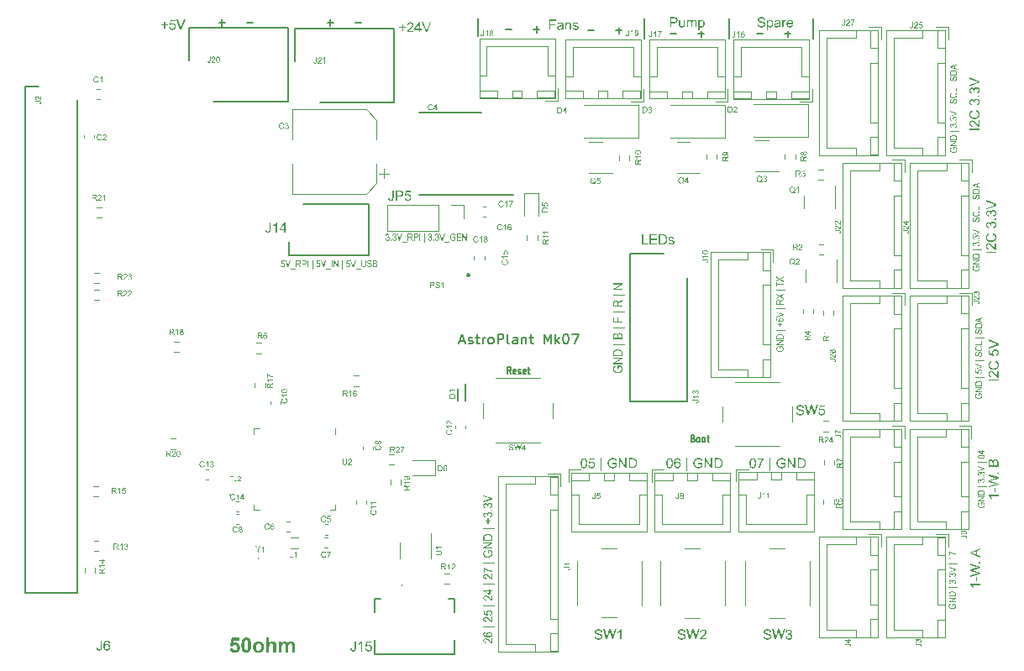
<source format=gbr>
%TF.GenerationSoftware,KiCad,Pcbnew,7.0.7*%
%TF.CreationDate,2024-05-12T12:23:43+02:00*%
%TF.ProjectId,Astroplant_AL,41737472-6f70-46c6-916e-745f414c2e6b,rev?*%
%TF.SameCoordinates,Original*%
%TF.FileFunction,Legend,Top*%
%TF.FilePolarity,Positive*%
%FSLAX46Y46*%
G04 Gerber Fmt 4.6, Leading zero omitted, Abs format (unit mm)*
G04 Created by KiCad (PCBNEW 7.0.7) date 2024-05-12 12:23:43*
%MOMM*%
%LPD*%
G01*
G04 APERTURE LIST*
%ADD10C,0.300000*%
%ADD11C,0.200000*%
%ADD12C,0.130000*%
%ADD13C,0.180000*%
%ADD14C,0.075000*%
%ADD15C,0.100000*%
%ADD16C,0.150000*%
%ADD17C,0.250000*%
%ADD18C,0.125000*%
%ADD19C,0.120000*%
G04 APERTURE END LIST*
D10*
G36*
X85747789Y-129572026D02*
G01*
X86036117Y-129539053D01*
X86038878Y-129558925D01*
X86042489Y-129578011D01*
X86046950Y-129596311D01*
X86052260Y-129613826D01*
X86058421Y-129630555D01*
X86065432Y-129646498D01*
X86073293Y-129661656D01*
X86082005Y-129676028D01*
X86091566Y-129689614D01*
X86101977Y-129702414D01*
X86109390Y-129710512D01*
X86120954Y-129721773D01*
X86132840Y-129731927D01*
X86145049Y-129740973D01*
X86157579Y-129748911D01*
X86174786Y-129757773D01*
X86192566Y-129764665D01*
X86210919Y-129769588D01*
X86229844Y-129772542D01*
X86249341Y-129773526D01*
X86266129Y-129772947D01*
X86282422Y-129771208D01*
X86298218Y-129768310D01*
X86313518Y-129764253D01*
X86328323Y-129759036D01*
X86342631Y-129752661D01*
X86356444Y-129745126D01*
X86369761Y-129736432D01*
X86382582Y-129726579D01*
X86394907Y-129715566D01*
X86402848Y-129707581D01*
X86414109Y-129694558D01*
X86424263Y-129680357D01*
X86433309Y-129664977D01*
X86441248Y-129648419D01*
X86448078Y-129630682D01*
X86453801Y-129611767D01*
X86458417Y-129591673D01*
X86461924Y-129570400D01*
X86463647Y-129555564D01*
X86464878Y-129540204D01*
X86465617Y-129524320D01*
X86465863Y-129507912D01*
X86465619Y-129492496D01*
X86464890Y-129477573D01*
X86462882Y-129456110D01*
X86459781Y-129435756D01*
X86455584Y-129416509D01*
X86450292Y-129398369D01*
X86443906Y-129381338D01*
X86436425Y-129365414D01*
X86427849Y-129350597D01*
X86418178Y-129336889D01*
X86407413Y-129324288D01*
X86403581Y-129320334D01*
X86391571Y-129309138D01*
X86378898Y-129299043D01*
X86365562Y-129290050D01*
X86351563Y-129282157D01*
X86336900Y-129275366D01*
X86321574Y-129269677D01*
X86305584Y-129265088D01*
X86288932Y-129261601D01*
X86271616Y-129259215D01*
X86253636Y-129257930D01*
X86241281Y-129257685D01*
X86225811Y-129258143D01*
X86210541Y-129259517D01*
X86195472Y-129261807D01*
X86180602Y-129265013D01*
X86165933Y-129269134D01*
X86151465Y-129274172D01*
X86137197Y-129280125D01*
X86123129Y-129286995D01*
X86109261Y-129294780D01*
X86095594Y-129303481D01*
X86082128Y-129313098D01*
X86068861Y-129323631D01*
X86055795Y-129335080D01*
X86042930Y-129347445D01*
X86030264Y-129360725D01*
X86017799Y-129374922D01*
X85782960Y-129338652D01*
X85931337Y-128507371D01*
X86696672Y-128507371D01*
X86696672Y-128788739D01*
X86150789Y-128788739D01*
X86105360Y-129053254D01*
X86123534Y-129043695D01*
X86141785Y-129035076D01*
X86160113Y-129027398D01*
X86178519Y-129020659D01*
X86197001Y-129014861D01*
X86215562Y-129010003D01*
X86234199Y-129006086D01*
X86252913Y-129003108D01*
X86271705Y-129001071D01*
X86290575Y-128999974D01*
X86303197Y-128999765D01*
X86327055Y-129000310D01*
X86350452Y-129001946D01*
X86373389Y-129004672D01*
X86395864Y-129008489D01*
X86417879Y-129013396D01*
X86439433Y-129019394D01*
X86460526Y-129026482D01*
X86481158Y-129034661D01*
X86501330Y-129043931D01*
X86521041Y-129054290D01*
X86540290Y-129065741D01*
X86559080Y-129078281D01*
X86577408Y-129091913D01*
X86595275Y-129106635D01*
X86612682Y-129122447D01*
X86629628Y-129139350D01*
X86645865Y-129157078D01*
X86661055Y-129175460D01*
X86675197Y-129194493D01*
X86688292Y-129214180D01*
X86700339Y-129234519D01*
X86711338Y-129255510D01*
X86721290Y-129277154D01*
X86730195Y-129299451D01*
X86738051Y-129322400D01*
X86744861Y-129346002D01*
X86750622Y-129370257D01*
X86755336Y-129395164D01*
X86759003Y-129420723D01*
X86761622Y-129446936D01*
X86763193Y-129473800D01*
X86763717Y-129501318D01*
X86763295Y-129524336D01*
X86762028Y-129547045D01*
X86759917Y-129569444D01*
X86756962Y-129591535D01*
X86753162Y-129613316D01*
X86748518Y-129634789D01*
X86743030Y-129655952D01*
X86736698Y-129676806D01*
X86729520Y-129697351D01*
X86721499Y-129717587D01*
X86712633Y-129737514D01*
X86702923Y-129757132D01*
X86692369Y-129776440D01*
X86680970Y-129795440D01*
X86668727Y-129814130D01*
X86655639Y-129832511D01*
X86646323Y-129844750D01*
X86636782Y-129856601D01*
X86627017Y-129868063D01*
X86617028Y-129879137D01*
X86606815Y-129889822D01*
X86596379Y-129900118D01*
X86574833Y-129919545D01*
X86552392Y-129937419D01*
X86529055Y-129953738D01*
X86504822Y-129968502D01*
X86479693Y-129981713D01*
X86453668Y-129993369D01*
X86426748Y-130003471D01*
X86398931Y-130012019D01*
X86384687Y-130015711D01*
X86370219Y-130019013D01*
X86355527Y-130021927D01*
X86340611Y-130024453D01*
X86325470Y-130026590D01*
X86310106Y-130028338D01*
X86294518Y-130029698D01*
X86278706Y-130030670D01*
X86262670Y-130031253D01*
X86246411Y-130031447D01*
X86220563Y-130030960D01*
X86195320Y-130029501D01*
X86170680Y-130027068D01*
X86146645Y-130023662D01*
X86123213Y-130019282D01*
X86100386Y-130013930D01*
X86078162Y-130007605D01*
X86056542Y-130000306D01*
X86035526Y-129992034D01*
X86015114Y-129982789D01*
X85995306Y-129972571D01*
X85976102Y-129961380D01*
X85957502Y-129949215D01*
X85939506Y-129936078D01*
X85922114Y-129921967D01*
X85905325Y-129906883D01*
X85889254Y-129890978D01*
X85874013Y-129874402D01*
X85859601Y-129857158D01*
X85846020Y-129839243D01*
X85833269Y-129820659D01*
X85821348Y-129801404D01*
X85810257Y-129781480D01*
X85799996Y-129760887D01*
X85790565Y-129739623D01*
X85781964Y-129717690D01*
X85774193Y-129695087D01*
X85767252Y-129671814D01*
X85761141Y-129647872D01*
X85755860Y-129623260D01*
X85751409Y-129597978D01*
X85747789Y-129572026D01*
G37*
G36*
X87428204Y-128484538D02*
G01*
X87454474Y-128486380D01*
X87479999Y-128489450D01*
X87504780Y-128493747D01*
X87528817Y-128499273D01*
X87552110Y-128506026D01*
X87574658Y-128514008D01*
X87596463Y-128523217D01*
X87617523Y-128533654D01*
X87637839Y-128545319D01*
X87657411Y-128558212D01*
X87676239Y-128572332D01*
X87694322Y-128587681D01*
X87711662Y-128604258D01*
X87728257Y-128622062D01*
X87744108Y-128641094D01*
X87753169Y-128652965D01*
X87761942Y-128665315D01*
X87770428Y-128678142D01*
X87778626Y-128691447D01*
X87786537Y-128705230D01*
X87794159Y-128719491D01*
X87801494Y-128734230D01*
X87808542Y-128749447D01*
X87815302Y-128765142D01*
X87821774Y-128781315D01*
X87827959Y-128797966D01*
X87833855Y-128815095D01*
X87839465Y-128832701D01*
X87844786Y-128850786D01*
X87849820Y-128869349D01*
X87854566Y-128888390D01*
X87859025Y-128907909D01*
X87863196Y-128927906D01*
X87867079Y-128948381D01*
X87870675Y-128969334D01*
X87873983Y-128990765D01*
X87877003Y-129012674D01*
X87879736Y-129035061D01*
X87882181Y-129057925D01*
X87884339Y-129081268D01*
X87886208Y-129105089D01*
X87887790Y-129129388D01*
X87889085Y-129154165D01*
X87890092Y-129179419D01*
X87890811Y-129205152D01*
X87891242Y-129231363D01*
X87891386Y-129258052D01*
X87891241Y-129284698D01*
X87890807Y-129310871D01*
X87890082Y-129336573D01*
X87889068Y-129361802D01*
X87887764Y-129386558D01*
X87886170Y-129410843D01*
X87884286Y-129434655D01*
X87882113Y-129457995D01*
X87879649Y-129480863D01*
X87876896Y-129503258D01*
X87873853Y-129525181D01*
X87870521Y-129546632D01*
X87866898Y-129567611D01*
X87862986Y-129588117D01*
X87858784Y-129608152D01*
X87854292Y-129627713D01*
X87849510Y-129646803D01*
X87844439Y-129665420D01*
X87839077Y-129683565D01*
X87833426Y-129701238D01*
X87827485Y-129718439D01*
X87821255Y-129735167D01*
X87814734Y-129751423D01*
X87807924Y-129767207D01*
X87800824Y-129782518D01*
X87793434Y-129797357D01*
X87785754Y-129811724D01*
X87777785Y-129825619D01*
X87769525Y-129839041D01*
X87760976Y-129851991D01*
X87752137Y-129864469D01*
X87743009Y-129876475D01*
X87727291Y-129895241D01*
X87710820Y-129912796D01*
X87693597Y-129929141D01*
X87675620Y-129944275D01*
X87656892Y-129958198D01*
X87637410Y-129970911D01*
X87617175Y-129982413D01*
X87596188Y-129992704D01*
X87574448Y-130001784D01*
X87551955Y-130009654D01*
X87528710Y-130016313D01*
X87504712Y-130021761D01*
X87479960Y-130025999D01*
X87454457Y-130029025D01*
X87428200Y-130030841D01*
X87401191Y-130031447D01*
X87373955Y-130030783D01*
X87347387Y-130028791D01*
X87321485Y-130025470D01*
X87296250Y-130020822D01*
X87271682Y-130014846D01*
X87247781Y-130007542D01*
X87224547Y-129998909D01*
X87201980Y-129988949D01*
X87180080Y-129977660D01*
X87158846Y-129965043D01*
X87138280Y-129951099D01*
X87118380Y-129935826D01*
X87099148Y-129919225D01*
X87080582Y-129901296D01*
X87062683Y-129882039D01*
X87045451Y-129861454D01*
X87029125Y-129839164D01*
X87013852Y-129814794D01*
X87006611Y-129801828D01*
X86999633Y-129788343D01*
X86992918Y-129774337D01*
X86986466Y-129759811D01*
X86980278Y-129744764D01*
X86974353Y-129729198D01*
X86968692Y-129713111D01*
X86963294Y-129696504D01*
X86958159Y-129679377D01*
X86953287Y-129661729D01*
X86948679Y-129643562D01*
X86944334Y-129624874D01*
X86940253Y-129605666D01*
X86936435Y-129585938D01*
X86932880Y-129565689D01*
X86929588Y-129544921D01*
X86926560Y-129523632D01*
X86923795Y-129501823D01*
X86921294Y-129479494D01*
X86919055Y-129456644D01*
X86917080Y-129433274D01*
X86915369Y-129409385D01*
X86913921Y-129384975D01*
X86912736Y-129360044D01*
X86911814Y-129334594D01*
X86911156Y-129308623D01*
X86910761Y-129282132D01*
X86910643Y-129258052D01*
X87213612Y-129258052D01*
X87213638Y-129274037D01*
X87213717Y-129289707D01*
X87213847Y-129305061D01*
X87214030Y-129320099D01*
X87214265Y-129334822D01*
X87214892Y-129363321D01*
X87215728Y-129390558D01*
X87216772Y-129416533D01*
X87218026Y-129441245D01*
X87219489Y-129464695D01*
X87221160Y-129486883D01*
X87223041Y-129507809D01*
X87225130Y-129527472D01*
X87227428Y-129545874D01*
X87229936Y-129563013D01*
X87232652Y-129578889D01*
X87235577Y-129593504D01*
X87240357Y-129613059D01*
X87245494Y-129630562D01*
X87250875Y-129646937D01*
X87256502Y-129662186D01*
X87262373Y-129676308D01*
X87270582Y-129693384D01*
X87279226Y-129708457D01*
X87288305Y-129721526D01*
X87300265Y-129735044D01*
X87307768Y-129741653D01*
X87320868Y-129750835D01*
X87334522Y-129758461D01*
X87348732Y-129764531D01*
X87363495Y-129769044D01*
X87378814Y-129772001D01*
X87394686Y-129773402D01*
X87401191Y-129773526D01*
X87417294Y-129772730D01*
X87432861Y-129770342D01*
X87447891Y-129766362D01*
X87462385Y-129760789D01*
X87476342Y-129753625D01*
X87489762Y-129744868D01*
X87494980Y-129740920D01*
X87507452Y-129729478D01*
X87518994Y-129715532D01*
X87527558Y-129702572D01*
X87535526Y-129688009D01*
X87542899Y-129671843D01*
X87549677Y-129654074D01*
X87554370Y-129639696D01*
X87558727Y-129624416D01*
X87564096Y-129602831D01*
X87567382Y-129586975D01*
X87570433Y-129569944D01*
X87573250Y-129551741D01*
X87575831Y-129532364D01*
X87578178Y-129511813D01*
X87580291Y-129490089D01*
X87582168Y-129467191D01*
X87583811Y-129443119D01*
X87585219Y-129417875D01*
X87586393Y-129391456D01*
X87587332Y-129363865D01*
X87588036Y-129335099D01*
X87588300Y-129320277D01*
X87588505Y-129305160D01*
X87588652Y-129289751D01*
X87588740Y-129274048D01*
X87588769Y-129258052D01*
X87588743Y-129242090D01*
X87588665Y-129226443D01*
X87588534Y-129211112D01*
X87588351Y-129196096D01*
X87588116Y-129181396D01*
X87587489Y-129152943D01*
X87586654Y-129125752D01*
X87585609Y-129099823D01*
X87584355Y-129075156D01*
X87582893Y-129051752D01*
X87581221Y-129029610D01*
X87579341Y-129008730D01*
X87577251Y-128989112D01*
X87574953Y-128970757D01*
X87572446Y-128953664D01*
X87569729Y-128937833D01*
X87566804Y-128923264D01*
X87562025Y-128903778D01*
X87556884Y-128886206D01*
X87551493Y-128869762D01*
X87545851Y-128854444D01*
X87539957Y-128840253D01*
X87531708Y-128823086D01*
X87523013Y-128807922D01*
X87513871Y-128794761D01*
X87504282Y-128783604D01*
X87494247Y-128774451D01*
X87481253Y-128765058D01*
X87467686Y-128757256D01*
X87453546Y-128751047D01*
X87438835Y-128746430D01*
X87423550Y-128743405D01*
X87407694Y-128741972D01*
X87401191Y-128741845D01*
X87385087Y-128742641D01*
X87369520Y-128745029D01*
X87354490Y-128749009D01*
X87339996Y-128754581D01*
X87326040Y-128761746D01*
X87312619Y-128770503D01*
X87307401Y-128774451D01*
X87294929Y-128785893D01*
X87283387Y-128799839D01*
X87274824Y-128812799D01*
X87266855Y-128827362D01*
X87259482Y-128843528D01*
X87252704Y-128861297D01*
X87248012Y-128875675D01*
X87243654Y-128890955D01*
X87240016Y-128905183D01*
X87236613Y-128920573D01*
X87233445Y-128937125D01*
X87230511Y-128954840D01*
X87227812Y-128973716D01*
X87225347Y-128993754D01*
X87223118Y-129014955D01*
X87221123Y-129037317D01*
X87219362Y-129060842D01*
X87217837Y-129085529D01*
X87216546Y-129111377D01*
X87215490Y-129138388D01*
X87214668Y-129166561D01*
X87214082Y-129195896D01*
X87213876Y-129210999D01*
X87213730Y-129226393D01*
X87213642Y-129242077D01*
X87213612Y-129258052D01*
X86910643Y-129258052D01*
X86910629Y-129255121D01*
X86910774Y-129228610D01*
X86911209Y-129202568D01*
X86911933Y-129176993D01*
X86912947Y-129151886D01*
X86914251Y-129127248D01*
X86915845Y-129103077D01*
X86917729Y-129079374D01*
X86919903Y-129056139D01*
X86922366Y-129033373D01*
X86925119Y-129011074D01*
X86928162Y-128989243D01*
X86931495Y-128967880D01*
X86935117Y-128946985D01*
X86939029Y-128926558D01*
X86943231Y-128906599D01*
X86947723Y-128887108D01*
X86952505Y-128868085D01*
X86957577Y-128849530D01*
X86962938Y-128831443D01*
X86968589Y-128813824D01*
X86974530Y-128796673D01*
X86980761Y-128779989D01*
X86987281Y-128763774D01*
X86994091Y-128748027D01*
X87001191Y-128732748D01*
X87008581Y-128717936D01*
X87016261Y-128703593D01*
X87024230Y-128689718D01*
X87032490Y-128676310D01*
X87041039Y-128663371D01*
X87049878Y-128650900D01*
X87059006Y-128638896D01*
X87074726Y-128620130D01*
X87091201Y-128602575D01*
X87108431Y-128586230D01*
X87126418Y-128571096D01*
X87145159Y-128557173D01*
X87164657Y-128544460D01*
X87184910Y-128532958D01*
X87205919Y-128522667D01*
X87227683Y-128513587D01*
X87250203Y-128505717D01*
X87273478Y-128499058D01*
X87297510Y-128493610D01*
X87322296Y-128489372D01*
X87347839Y-128486346D01*
X87374137Y-128484529D01*
X87401191Y-128483924D01*
X87428204Y-128484538D01*
G37*
G36*
X88653474Y-128882687D02*
G01*
X88668735Y-128883161D01*
X88683822Y-128883952D01*
X88698733Y-128885059D01*
X88713469Y-128886482D01*
X88728029Y-128888221D01*
X88756624Y-128892649D01*
X88784518Y-128898342D01*
X88811710Y-128905300D01*
X88838202Y-128913523D01*
X88863992Y-128923012D01*
X88889080Y-128933765D01*
X88913468Y-128945784D01*
X88937154Y-128959067D01*
X88960139Y-128973616D01*
X88982423Y-128989430D01*
X89004006Y-129006508D01*
X89024887Y-129024852D01*
X89045067Y-129044461D01*
X89064277Y-129065038D01*
X89082247Y-129086284D01*
X89098979Y-129108200D01*
X89114470Y-129130786D01*
X89128723Y-129154042D01*
X89141736Y-129177967D01*
X89153510Y-129202562D01*
X89164044Y-129227827D01*
X89173339Y-129253761D01*
X89181395Y-129280366D01*
X89188211Y-129307640D01*
X89193788Y-129335584D01*
X89198126Y-129364197D01*
X89199830Y-129378755D01*
X89201224Y-129393481D01*
X89202309Y-129408374D01*
X89203083Y-129423434D01*
X89203548Y-129438662D01*
X89203703Y-129454057D01*
X89203546Y-129469544D01*
X89203076Y-129484866D01*
X89202293Y-129500021D01*
X89201196Y-129515011D01*
X89199785Y-129529834D01*
X89198061Y-129544491D01*
X89193674Y-129573308D01*
X89188032Y-129601461D01*
X89181137Y-129628950D01*
X89172988Y-129655775D01*
X89163586Y-129681935D01*
X89152930Y-129707432D01*
X89141020Y-129732265D01*
X89127857Y-129756433D01*
X89113440Y-129779938D01*
X89097769Y-129802778D01*
X89080845Y-129824955D01*
X89062667Y-129846467D01*
X89043235Y-129867316D01*
X89022899Y-129887191D01*
X89001916Y-129905784D01*
X88980287Y-129923095D01*
X88958010Y-129939123D01*
X88935086Y-129953869D01*
X88911516Y-129967333D01*
X88887299Y-129979515D01*
X88862435Y-129990414D01*
X88836924Y-130000031D01*
X88810766Y-130008366D01*
X88783961Y-130015418D01*
X88756510Y-130021189D01*
X88728411Y-130025677D01*
X88699666Y-130028882D01*
X88685051Y-130030004D01*
X88670274Y-130030806D01*
X88655335Y-130031287D01*
X88640235Y-130031447D01*
X88621467Y-130031181D01*
X88602808Y-130030382D01*
X88584258Y-130029051D01*
X88565817Y-130027188D01*
X88547484Y-130024792D01*
X88529261Y-130021864D01*
X88511146Y-130018404D01*
X88493139Y-130014411D01*
X88475242Y-130009886D01*
X88457453Y-130004828D01*
X88439773Y-129999238D01*
X88422202Y-129993116D01*
X88404740Y-129986461D01*
X88387386Y-129979274D01*
X88370141Y-129971555D01*
X88353005Y-129963303D01*
X88336224Y-129954492D01*
X88319952Y-129945185D01*
X88304190Y-129935384D01*
X88288937Y-129925087D01*
X88274194Y-129914295D01*
X88259960Y-129903008D01*
X88246236Y-129891225D01*
X88233021Y-129878948D01*
X88220315Y-129866175D01*
X88208119Y-129852907D01*
X88196433Y-129839144D01*
X88185256Y-129824886D01*
X88174589Y-129810133D01*
X88164431Y-129794884D01*
X88154782Y-129779141D01*
X88145643Y-129762902D01*
X88137036Y-129746191D01*
X88128985Y-129729030D01*
X88121489Y-129711420D01*
X88114548Y-129693361D01*
X88108162Y-129674853D01*
X88102332Y-129655895D01*
X88097057Y-129636488D01*
X88092337Y-129616631D01*
X88088172Y-129596325D01*
X88084563Y-129575569D01*
X88081509Y-129554365D01*
X88079010Y-129532711D01*
X88077067Y-129510607D01*
X88075679Y-129488054D01*
X88074846Y-129465052D01*
X88074750Y-129456988D01*
X88371323Y-129456988D01*
X88371625Y-129478693D01*
X88372531Y-129499755D01*
X88374041Y-129520173D01*
X88376155Y-129539946D01*
X88378872Y-129559076D01*
X88382194Y-129577562D01*
X88386120Y-129595403D01*
X88390649Y-129612601D01*
X88395782Y-129629155D01*
X88401520Y-129645064D01*
X88407861Y-129660330D01*
X88414806Y-129674951D01*
X88422355Y-129688929D01*
X88430508Y-129702263D01*
X88439265Y-129714952D01*
X88448626Y-129726998D01*
X88458429Y-129738311D01*
X88473660Y-129753912D01*
X88489522Y-129767871D01*
X88506014Y-129780187D01*
X88523138Y-129790861D01*
X88540893Y-129799894D01*
X88559280Y-129807283D01*
X88578297Y-129813031D01*
X88597945Y-129817137D01*
X88618225Y-129819600D01*
X88639136Y-129820421D01*
X88660040Y-129819600D01*
X88680300Y-129817137D01*
X88699916Y-129813031D01*
X88718889Y-129807283D01*
X88737217Y-129799894D01*
X88754901Y-129790861D01*
X88771941Y-129780187D01*
X88788337Y-129767871D01*
X88804090Y-129753912D01*
X88819198Y-129738311D01*
X88828912Y-129726998D01*
X88838229Y-129714944D01*
X88846944Y-129702228D01*
X88855059Y-129688852D01*
X88862572Y-129674814D01*
X88869484Y-129660115D01*
X88875795Y-129644755D01*
X88881506Y-129628734D01*
X88886615Y-129612051D01*
X88891123Y-129594708D01*
X88895030Y-129576703D01*
X88898335Y-129558037D01*
X88901040Y-129538710D01*
X88903144Y-129518721D01*
X88904647Y-129498072D01*
X88905548Y-129476761D01*
X88905849Y-129454789D01*
X88905548Y-129433351D01*
X88904647Y-129412543D01*
X88903144Y-129392364D01*
X88901040Y-129372815D01*
X88898335Y-129353896D01*
X88895030Y-129335607D01*
X88891123Y-129317947D01*
X88886615Y-129300916D01*
X88881506Y-129284516D01*
X88875795Y-129268745D01*
X88869484Y-129253604D01*
X88862572Y-129239092D01*
X88855059Y-129225211D01*
X88846944Y-129211959D01*
X88838229Y-129199336D01*
X88828912Y-129187344D01*
X88819198Y-129175986D01*
X88804090Y-129160324D01*
X88788337Y-129146311D01*
X88771941Y-129133946D01*
X88754901Y-129123230D01*
X88737217Y-129114162D01*
X88718889Y-129106743D01*
X88699916Y-129100973D01*
X88680300Y-129096852D01*
X88660040Y-129094379D01*
X88639136Y-129093554D01*
X88618225Y-129094379D01*
X88597945Y-129096852D01*
X88578297Y-129100973D01*
X88559280Y-129106743D01*
X88540893Y-129114162D01*
X88523138Y-129123230D01*
X88506014Y-129133946D01*
X88489522Y-129146311D01*
X88473660Y-129160324D01*
X88458429Y-129175986D01*
X88448626Y-129187344D01*
X88439265Y-129199345D01*
X88430508Y-129211993D01*
X88422355Y-129225288D01*
X88414806Y-129239230D01*
X88407861Y-129253819D01*
X88401520Y-129269054D01*
X88395782Y-129284937D01*
X88390649Y-129301466D01*
X88386120Y-129318642D01*
X88382194Y-129336465D01*
X88378872Y-129354935D01*
X88376155Y-129374052D01*
X88374041Y-129393816D01*
X88372531Y-129414226D01*
X88371625Y-129435283D01*
X88371323Y-129456988D01*
X88074750Y-129456988D01*
X88074568Y-129441600D01*
X88074846Y-129423503D01*
X88075679Y-129405479D01*
X88077067Y-129387530D01*
X88079010Y-129369656D01*
X88081509Y-129351855D01*
X88084563Y-129334130D01*
X88088172Y-129316478D01*
X88092337Y-129298901D01*
X88097057Y-129281399D01*
X88102332Y-129263971D01*
X88108162Y-129246617D01*
X88114548Y-129229338D01*
X88121489Y-129212133D01*
X88128985Y-129195003D01*
X88137036Y-129177947D01*
X88145643Y-129160965D01*
X88154759Y-129144271D01*
X88164339Y-129128078D01*
X88174382Y-129112386D01*
X88184890Y-129097195D01*
X88195861Y-129082505D01*
X88207295Y-129068315D01*
X88219193Y-129054627D01*
X88231555Y-129041439D01*
X88244381Y-129028752D01*
X88257670Y-129016566D01*
X88271423Y-129004881D01*
X88285640Y-128993697D01*
X88300320Y-128983014D01*
X88315464Y-128972832D01*
X88331072Y-128963150D01*
X88347143Y-128953969D01*
X88363564Y-128945318D01*
X88380219Y-128937226D01*
X88397109Y-128929691D01*
X88414234Y-128922714D01*
X88431593Y-128916296D01*
X88449187Y-128910435D01*
X88467016Y-128905133D01*
X88485079Y-128900389D01*
X88503378Y-128896203D01*
X88521910Y-128892575D01*
X88540678Y-128889505D01*
X88559680Y-128886994D01*
X88578917Y-128885040D01*
X88598389Y-128883645D01*
X88618095Y-128882808D01*
X88638036Y-128882528D01*
X88653474Y-128882687D01*
G37*
G36*
X89712217Y-128483924D02*
G01*
X89712217Y-129038600D01*
X89729925Y-129019700D01*
X89748063Y-129002020D01*
X89766630Y-128985560D01*
X89785627Y-128970318D01*
X89805053Y-128956296D01*
X89824908Y-128943494D01*
X89845192Y-128931910D01*
X89865906Y-128921546D01*
X89887050Y-128912401D01*
X89908622Y-128904476D01*
X89930624Y-128897770D01*
X89953055Y-128892283D01*
X89975916Y-128888015D01*
X89999206Y-128884967D01*
X90022925Y-128883138D01*
X90047073Y-128882528D01*
X90065653Y-128882857D01*
X90083884Y-128883842D01*
X90101768Y-128885484D01*
X90119304Y-128887783D01*
X90136493Y-128890739D01*
X90153333Y-128894352D01*
X90169826Y-128898622D01*
X90185971Y-128903549D01*
X90201769Y-128909132D01*
X90217218Y-128915372D01*
X90227325Y-128919898D01*
X90242021Y-128927085D01*
X90256021Y-128934632D01*
X90269326Y-128942541D01*
X90281936Y-128950810D01*
X90293850Y-128959439D01*
X90308653Y-128971506D01*
X90322220Y-128984215D01*
X90334551Y-128997564D01*
X90345645Y-129011555D01*
X90348225Y-129015152D01*
X90357991Y-129029824D01*
X90366955Y-129044897D01*
X90375118Y-129060370D01*
X90382480Y-129076244D01*
X90389040Y-129092518D01*
X90394799Y-129109193D01*
X90399756Y-129126269D01*
X90403912Y-129143746D01*
X90407433Y-129162551D01*
X90409765Y-129178255D01*
X90411833Y-129195331D01*
X90413638Y-129213778D01*
X90415178Y-129233597D01*
X90416454Y-129254788D01*
X90417158Y-129269677D01*
X90417745Y-129285176D01*
X90418214Y-129301285D01*
X90418566Y-129318003D01*
X90418801Y-129335331D01*
X90418919Y-129353268D01*
X90418933Y-129362466D01*
X90418933Y-130008000D01*
X90129505Y-130008000D01*
X90129505Y-129418886D01*
X90129441Y-129397495D01*
X90129248Y-129377103D01*
X90128926Y-129357710D01*
X90128475Y-129339316D01*
X90127895Y-129321921D01*
X90127187Y-129305525D01*
X90126350Y-129290127D01*
X90124853Y-129268904D01*
X90123065Y-129249929D01*
X90120989Y-129233201D01*
X90118622Y-129218721D01*
X90115015Y-129202910D01*
X90113019Y-129196503D01*
X90107250Y-129182208D01*
X90100246Y-129168861D01*
X90092009Y-129156462D01*
X90082536Y-129145011D01*
X90071830Y-129134509D01*
X90059889Y-129124954D01*
X90054767Y-129121398D01*
X90041206Y-129113377D01*
X90026624Y-129106715D01*
X90011023Y-129101413D01*
X89994403Y-129097470D01*
X89976763Y-129094887D01*
X89961916Y-129093799D01*
X89950353Y-129093554D01*
X89932550Y-129094115D01*
X89915228Y-129095798D01*
X89898387Y-129098603D01*
X89882026Y-129102530D01*
X89866147Y-129107579D01*
X89850748Y-129113750D01*
X89835830Y-129121043D01*
X89821393Y-129129458D01*
X89807672Y-129138909D01*
X89794900Y-129149494D01*
X89783079Y-129161211D01*
X89772209Y-129174063D01*
X89762288Y-129188048D01*
X89753318Y-129203166D01*
X89745298Y-129219418D01*
X89738228Y-129236803D01*
X89733580Y-129250872D01*
X89729388Y-129266152D01*
X89725654Y-129282643D01*
X89722377Y-129300344D01*
X89719558Y-129319256D01*
X89717195Y-129339379D01*
X89715290Y-129360713D01*
X89714274Y-129375608D01*
X89713461Y-129391041D01*
X89712852Y-129407012D01*
X89712445Y-129423521D01*
X89712242Y-129440569D01*
X89712217Y-129449294D01*
X89712217Y-130008000D01*
X89422789Y-130008000D01*
X89422789Y-128483924D01*
X89712217Y-128483924D01*
G37*
G36*
X90684181Y-128905976D02*
G01*
X90951260Y-128905976D01*
X90951260Y-129055452D01*
X90969380Y-129034512D01*
X90987926Y-129014923D01*
X91006898Y-128996685D01*
X91026296Y-128979798D01*
X91046122Y-128964262D01*
X91066373Y-128950077D01*
X91087051Y-128937243D01*
X91108156Y-128925759D01*
X91129687Y-128915627D01*
X91151645Y-128906846D01*
X91174029Y-128899416D01*
X91196839Y-128893336D01*
X91220076Y-128888608D01*
X91243739Y-128885230D01*
X91267829Y-128883204D01*
X91292346Y-128882528D01*
X91311816Y-128882892D01*
X91330797Y-128883984D01*
X91349288Y-128885803D01*
X91367290Y-128888350D01*
X91384803Y-128891625D01*
X91401826Y-128895627D01*
X91418359Y-128900358D01*
X91434403Y-128905815D01*
X91449958Y-128912001D01*
X91465023Y-128918914D01*
X91474795Y-128923928D01*
X91489045Y-128931995D01*
X91502805Y-128940809D01*
X91516075Y-128950370D01*
X91528857Y-128960679D01*
X91541148Y-128971734D01*
X91552951Y-128983536D01*
X91564264Y-128996086D01*
X91575087Y-129009382D01*
X91585421Y-129023426D01*
X91595266Y-129038216D01*
X91601557Y-129048491D01*
X91615189Y-129033203D01*
X91629022Y-129018661D01*
X91643053Y-129004867D01*
X91657285Y-128991820D01*
X91671715Y-128979519D01*
X91686346Y-128967966D01*
X91701176Y-128957159D01*
X91716206Y-128947100D01*
X91731436Y-128937788D01*
X91746865Y-128929223D01*
X91757262Y-128923928D01*
X91773021Y-128916529D01*
X91788972Y-128909858D01*
X91805118Y-128903915D01*
X91821456Y-128898700D01*
X91837987Y-128894212D01*
X91854712Y-128890453D01*
X91871630Y-128887420D01*
X91888741Y-128885116D01*
X91906045Y-128883539D01*
X91923543Y-128882690D01*
X91935315Y-128882528D01*
X91950237Y-128882722D01*
X91972078Y-128883736D01*
X91993269Y-128885620D01*
X92013810Y-128888373D01*
X92033699Y-128891995D01*
X92052939Y-128896487D01*
X92071528Y-128901848D01*
X92089467Y-128908079D01*
X92106755Y-128915179D01*
X92123393Y-128923149D01*
X92139380Y-128931988D01*
X92154668Y-128941598D01*
X92169210Y-128952020D01*
X92183004Y-128963254D01*
X92196052Y-128975299D01*
X92208352Y-128988155D01*
X92219906Y-129001823D01*
X92230712Y-129016302D01*
X92240771Y-129031593D01*
X92250083Y-129047695D01*
X92258649Y-129064609D01*
X92263944Y-129076335D01*
X92269312Y-129090291D01*
X92274153Y-129105779D01*
X92278466Y-129122800D01*
X92282250Y-129141353D01*
X92285507Y-129161440D01*
X92288235Y-129183059D01*
X92289761Y-129198323D01*
X92291052Y-129214268D01*
X92292108Y-129230895D01*
X92292929Y-129248203D01*
X92293516Y-129266192D01*
X92293868Y-129284862D01*
X92293986Y-129304214D01*
X92293986Y-130008000D01*
X92004191Y-130008000D01*
X92004191Y-129370892D01*
X92004074Y-129350606D01*
X92003722Y-129331239D01*
X92003135Y-129312790D01*
X92002314Y-129295261D01*
X92001258Y-129278650D01*
X91999967Y-129262958D01*
X91998441Y-129248184D01*
X91995713Y-129227747D01*
X91992456Y-129209377D01*
X91988672Y-129193074D01*
X91984359Y-129178838D01*
X91977787Y-129163073D01*
X91974150Y-129156569D01*
X91963485Y-129141800D01*
X91951458Y-129129000D01*
X91938068Y-129118169D01*
X91923316Y-129109308D01*
X91907202Y-129102416D01*
X91889725Y-129097493D01*
X91870886Y-129094539D01*
X91855863Y-129093616D01*
X91850685Y-129093554D01*
X91835589Y-129094144D01*
X91820712Y-129095913D01*
X91806051Y-129098861D01*
X91791609Y-129102988D01*
X91777383Y-129108295D01*
X91763376Y-129114781D01*
X91749585Y-129122446D01*
X91736013Y-129131290D01*
X91723104Y-129141279D01*
X91711123Y-129152379D01*
X91700069Y-129164589D01*
X91689942Y-129177910D01*
X91680743Y-129192341D01*
X91672471Y-129207883D01*
X91665127Y-129224535D01*
X91658710Y-129242298D01*
X91654520Y-129256712D01*
X91650741Y-129272613D01*
X91647376Y-129290002D01*
X91644422Y-129308879D01*
X91641880Y-129329243D01*
X91639751Y-129351095D01*
X91638560Y-129366490D01*
X91637552Y-129382546D01*
X91636728Y-129399262D01*
X91636087Y-129416640D01*
X91635629Y-129434679D01*
X91635354Y-129453380D01*
X91635263Y-129472741D01*
X91635263Y-130008000D01*
X91345835Y-130008000D01*
X91345835Y-129396904D01*
X91345775Y-129377021D01*
X91345594Y-129358041D01*
X91345294Y-129339961D01*
X91344873Y-129322784D01*
X91344332Y-129306508D01*
X91343671Y-129291133D01*
X91342454Y-129269762D01*
X91340966Y-129250420D01*
X91339208Y-129233106D01*
X91337179Y-129217820D01*
X91334054Y-129200596D01*
X91330448Y-129186977D01*
X91325219Y-129172798D01*
X91317834Y-129157342D01*
X91309239Y-129143587D01*
X91299433Y-129131531D01*
X91288416Y-129121175D01*
X91282454Y-129116635D01*
X91269539Y-129108791D01*
X91254976Y-129102570D01*
X91238765Y-129097972D01*
X91223996Y-129095380D01*
X91208082Y-129093915D01*
X91194526Y-129093554D01*
X91177977Y-129094132D01*
X91161851Y-129095867D01*
X91146149Y-129098758D01*
X91130871Y-129102805D01*
X91116016Y-129108008D01*
X91101584Y-129114368D01*
X91087577Y-129121885D01*
X91073993Y-129130557D01*
X91061090Y-129140226D01*
X91049126Y-129150913D01*
X91038100Y-129162620D01*
X91028014Y-129175345D01*
X91018866Y-129189089D01*
X91010657Y-129203853D01*
X91003387Y-129219635D01*
X90997056Y-129236436D01*
X90991646Y-129255172D01*
X90988063Y-129271095D01*
X90984884Y-129288622D01*
X90982112Y-129307752D01*
X90979745Y-129328485D01*
X90978393Y-129343199D01*
X90977221Y-129358625D01*
X90976229Y-129374763D01*
X90975418Y-129391615D01*
X90974787Y-129409179D01*
X90974336Y-129427455D01*
X90974065Y-129446445D01*
X90973975Y-129466147D01*
X90973975Y-130008000D01*
X90684181Y-130008000D01*
X90684181Y-128905976D01*
G37*
D11*
X127508000Y-68072000D02*
X127508000Y-66040000D01*
X136051000Y-68072000D02*
X136051000Y-66040000D01*
X110751000Y-67818000D02*
X110751000Y-66040000D01*
X144526000Y-68072000D02*
X144526000Y-66040000D01*
D12*
G36*
X141261476Y-99381925D02*
G01*
X141179411Y-99381925D01*
X141178898Y-99126056D01*
X141442021Y-99126056D01*
X141448733Y-99133435D01*
X141455234Y-99140844D01*
X141461523Y-99148282D01*
X141467602Y-99155750D01*
X141473470Y-99163248D01*
X141479127Y-99170776D01*
X141484572Y-99178333D01*
X141489807Y-99185920D01*
X141494830Y-99193537D01*
X141499643Y-99201184D01*
X141504245Y-99208860D01*
X141508635Y-99216566D01*
X141512814Y-99224302D01*
X141516783Y-99232068D01*
X141520540Y-99239864D01*
X141524086Y-99247689D01*
X141527399Y-99255524D01*
X141530498Y-99263386D01*
X141533383Y-99271273D01*
X141536054Y-99279187D01*
X141538512Y-99287128D01*
X141540756Y-99295094D01*
X141542786Y-99303087D01*
X141544603Y-99311107D01*
X141546206Y-99319152D01*
X141547595Y-99327225D01*
X141548770Y-99335323D01*
X141549732Y-99343448D01*
X141550480Y-99351599D01*
X141551014Y-99359776D01*
X141551335Y-99367980D01*
X141551442Y-99376210D01*
X141551267Y-99387266D01*
X141550744Y-99398196D01*
X141549873Y-99409000D01*
X141548653Y-99419679D01*
X141547084Y-99430231D01*
X141545166Y-99440658D01*
X141542900Y-99450958D01*
X141540286Y-99461133D01*
X141537323Y-99471182D01*
X141534011Y-99481104D01*
X141530350Y-99490901D01*
X141526341Y-99500572D01*
X141521983Y-99510117D01*
X141517277Y-99519536D01*
X141512222Y-99528829D01*
X141506818Y-99537996D01*
X141501064Y-99546943D01*
X141494997Y-99555611D01*
X141488620Y-99564002D01*
X141481932Y-99572114D01*
X141474932Y-99579948D01*
X141467621Y-99587503D01*
X141459999Y-99594781D01*
X141452065Y-99601780D01*
X141443821Y-99608501D01*
X141435265Y-99614944D01*
X141426398Y-99621109D01*
X141417219Y-99626995D01*
X141407730Y-99632603D01*
X141397929Y-99637933D01*
X141387817Y-99642985D01*
X141377394Y-99647759D01*
X141366738Y-99652249D01*
X141355927Y-99656449D01*
X141344961Y-99660359D01*
X141333840Y-99663980D01*
X141322564Y-99667311D01*
X141311133Y-99670352D01*
X141299547Y-99673104D01*
X141287806Y-99675566D01*
X141275910Y-99677738D01*
X141263859Y-99679621D01*
X141251654Y-99681214D01*
X141239293Y-99682518D01*
X141226778Y-99683532D01*
X141214107Y-99684256D01*
X141201282Y-99684690D01*
X141188301Y-99684835D01*
X141175425Y-99684691D01*
X141162656Y-99684260D01*
X141149993Y-99683542D01*
X141137438Y-99682536D01*
X141124989Y-99681243D01*
X141112647Y-99679662D01*
X141100412Y-99677794D01*
X141088284Y-99675639D01*
X141076263Y-99673197D01*
X141064348Y-99670467D01*
X141052540Y-99667449D01*
X141040840Y-99664145D01*
X141029246Y-99660552D01*
X141017759Y-99656673D01*
X141006379Y-99652506D01*
X140995105Y-99648052D01*
X140984066Y-99643310D01*
X140973389Y-99638316D01*
X140963074Y-99633070D01*
X140953121Y-99627572D01*
X140943530Y-99621823D01*
X140934301Y-99615821D01*
X140925434Y-99609568D01*
X140916929Y-99603062D01*
X140908786Y-99596305D01*
X140901005Y-99589296D01*
X140893586Y-99582035D01*
X140886529Y-99574523D01*
X140879833Y-99566758D01*
X140873500Y-99558742D01*
X140867529Y-99550473D01*
X140861920Y-99541953D01*
X140856640Y-99533207D01*
X140851701Y-99524296D01*
X140847103Y-99515223D01*
X140842846Y-99505985D01*
X140838929Y-99496584D01*
X140835352Y-99487019D01*
X140832117Y-99477290D01*
X140829222Y-99467398D01*
X140826667Y-99457342D01*
X140824453Y-99447122D01*
X140822580Y-99436738D01*
X140821047Y-99426191D01*
X140819855Y-99415480D01*
X140819003Y-99404605D01*
X140818493Y-99393567D01*
X140818322Y-99382365D01*
X140818418Y-99374226D01*
X140818704Y-99366185D01*
X140819182Y-99358243D01*
X140819850Y-99350399D01*
X140820710Y-99342654D01*
X140821760Y-99335007D01*
X140823002Y-99327459D01*
X140824434Y-99320009D01*
X140826058Y-99312658D01*
X140827873Y-99305405D01*
X140829878Y-99298251D01*
X140832075Y-99291195D01*
X140834462Y-99284237D01*
X140837041Y-99277378D01*
X140839810Y-99270618D01*
X140842771Y-99263956D01*
X140845903Y-99257414D01*
X140849185Y-99251053D01*
X140852618Y-99244871D01*
X140856203Y-99238869D01*
X140859938Y-99233047D01*
X140863824Y-99227404D01*
X140867861Y-99221941D01*
X140872050Y-99216658D01*
X140876389Y-99211555D01*
X140880879Y-99206631D01*
X140885519Y-99201887D01*
X140890311Y-99197323D01*
X140895254Y-99192939D01*
X140900348Y-99188734D01*
X140905592Y-99184709D01*
X140910988Y-99180864D01*
X140916563Y-99177148D01*
X140922344Y-99173546D01*
X140928333Y-99170059D01*
X140934528Y-99166686D01*
X140940931Y-99163428D01*
X140947541Y-99160284D01*
X140954358Y-99157254D01*
X140961381Y-99154340D01*
X140968612Y-99151539D01*
X140976050Y-99148853D01*
X140983695Y-99146282D01*
X140991547Y-99143825D01*
X140999606Y-99141482D01*
X141007872Y-99139254D01*
X141016345Y-99137141D01*
X141025025Y-99135142D01*
X141048106Y-99207243D01*
X141041549Y-99208972D01*
X141032049Y-99211662D01*
X141022952Y-99214469D01*
X141014258Y-99217392D01*
X141005966Y-99220430D01*
X140998077Y-99223584D01*
X140990591Y-99226854D01*
X140983507Y-99230241D01*
X140976826Y-99233743D01*
X140970548Y-99237361D01*
X140964673Y-99241095D01*
X140959073Y-99245012D01*
X140953687Y-99249236D01*
X140948514Y-99253767D01*
X140943555Y-99258604D01*
X140938809Y-99263748D01*
X140934277Y-99269199D01*
X140929957Y-99274956D01*
X140925852Y-99281019D01*
X140921959Y-99287389D01*
X140918280Y-99294066D01*
X140915946Y-99298687D01*
X140912677Y-99305793D01*
X140909729Y-99313044D01*
X140907103Y-99320439D01*
X140904798Y-99327978D01*
X140902815Y-99335661D01*
X140901154Y-99343489D01*
X140899814Y-99351461D01*
X140898796Y-99359577D01*
X140898099Y-99367837D01*
X140897724Y-99376242D01*
X140897652Y-99381925D01*
X140897730Y-99388718D01*
X140897962Y-99395396D01*
X140898350Y-99401958D01*
X140898892Y-99408404D01*
X140899589Y-99414735D01*
X140900441Y-99420950D01*
X140901448Y-99427049D01*
X140902610Y-99433033D01*
X140903927Y-99438901D01*
X140905399Y-99444653D01*
X140907898Y-99453065D01*
X140910745Y-99461217D01*
X140913941Y-99469109D01*
X140917485Y-99476740D01*
X140921313Y-99484106D01*
X140925361Y-99491202D01*
X140929628Y-99498027D01*
X140934114Y-99504581D01*
X140938820Y-99510866D01*
X140943745Y-99516879D01*
X140948890Y-99522622D01*
X140954254Y-99528095D01*
X140959837Y-99533297D01*
X140965640Y-99538229D01*
X140969631Y-99541367D01*
X140975714Y-99545859D01*
X140981912Y-99550158D01*
X140988225Y-99554263D01*
X140994651Y-99558176D01*
X141001192Y-99561895D01*
X141007846Y-99565421D01*
X141014616Y-99568754D01*
X141021499Y-99571894D01*
X141028496Y-99574841D01*
X141035608Y-99577594D01*
X141040412Y-99579322D01*
X141048770Y-99582126D01*
X141057215Y-99584749D01*
X141065749Y-99587191D01*
X141074371Y-99589452D01*
X141083081Y-99591532D01*
X141091880Y-99593432D01*
X141100766Y-99595150D01*
X141109741Y-99596688D01*
X141118803Y-99598044D01*
X141127954Y-99599220D01*
X141137193Y-99600215D01*
X141146521Y-99601029D01*
X141155936Y-99601662D01*
X141165439Y-99602114D01*
X141175031Y-99602386D01*
X141184711Y-99602476D01*
X141196557Y-99602368D01*
X141208161Y-99602041D01*
X141219521Y-99601497D01*
X141230638Y-99600736D01*
X141241512Y-99599757D01*
X141252143Y-99598561D01*
X141262530Y-99597147D01*
X141272675Y-99595515D01*
X141282577Y-99593666D01*
X141292235Y-99591600D01*
X141301650Y-99589316D01*
X141310823Y-99586814D01*
X141319752Y-99584095D01*
X141328438Y-99581158D01*
X141336881Y-99578004D01*
X141345081Y-99574633D01*
X141353008Y-99571054D01*
X141360676Y-99567278D01*
X141368086Y-99563305D01*
X141375236Y-99559135D01*
X141382127Y-99554769D01*
X141388758Y-99550205D01*
X141395131Y-99545445D01*
X141401244Y-99540487D01*
X141407099Y-99535333D01*
X141412694Y-99529982D01*
X141418030Y-99524434D01*
X141423107Y-99518689D01*
X141427925Y-99512747D01*
X141432484Y-99506608D01*
X141436783Y-99500272D01*
X141440824Y-99493739D01*
X141444613Y-99487064D01*
X141448157Y-99480337D01*
X141451457Y-99473559D01*
X141454512Y-99466729D01*
X141457323Y-99459848D01*
X141459890Y-99452915D01*
X141462212Y-99445931D01*
X141464290Y-99438895D01*
X141466123Y-99431807D01*
X141467712Y-99424668D01*
X141469056Y-99417478D01*
X141470156Y-99410236D01*
X141471012Y-99402942D01*
X141471623Y-99395597D01*
X141471989Y-99388201D01*
X141472112Y-99380753D01*
X141472019Y-99374260D01*
X141471743Y-99367788D01*
X141471282Y-99361336D01*
X141470637Y-99354906D01*
X141469807Y-99348495D01*
X141468794Y-99342106D01*
X141467595Y-99335737D01*
X141466213Y-99329388D01*
X141464646Y-99323061D01*
X141462895Y-99316753D01*
X141460960Y-99310467D01*
X141458840Y-99304201D01*
X141456536Y-99297955D01*
X141454047Y-99291731D01*
X141451375Y-99285527D01*
X141448518Y-99279343D01*
X141445556Y-99273245D01*
X141442571Y-99267335D01*
X141439562Y-99261613D01*
X141436528Y-99256079D01*
X141433471Y-99250732D01*
X141428840Y-99243064D01*
X141424154Y-99235819D01*
X141419415Y-99228996D01*
X141414622Y-99222595D01*
X141409774Y-99216617D01*
X141404872Y-99211062D01*
X141399916Y-99205929D01*
X141398252Y-99204312D01*
X141261476Y-99204312D01*
X141261476Y-99381925D01*
G37*
G36*
X141540500Y-99012483D02*
G01*
X140829264Y-99012483D01*
X140829264Y-98930564D01*
X141387652Y-98613146D01*
X140829264Y-98613146D01*
X140829264Y-98536503D01*
X141540500Y-98536503D01*
X141540500Y-98618422D01*
X140981599Y-98935840D01*
X141540500Y-98935840D01*
X141540500Y-99012483D01*
G37*
G36*
X141191007Y-97906126D02*
G01*
X141200921Y-97906315D01*
X141210690Y-97906630D01*
X141220315Y-97907071D01*
X141229796Y-97907637D01*
X141239133Y-97908330D01*
X141248325Y-97909149D01*
X141257373Y-97910093D01*
X141266277Y-97911164D01*
X141275037Y-97912360D01*
X141283652Y-97913682D01*
X141292123Y-97915131D01*
X141300450Y-97916705D01*
X141308632Y-97918405D01*
X141316670Y-97920231D01*
X141324564Y-97922183D01*
X141332302Y-97924216D01*
X141339872Y-97926321D01*
X141347273Y-97928498D01*
X141354506Y-97930747D01*
X141361570Y-97933068D01*
X141368466Y-97935462D01*
X141375194Y-97937927D01*
X141381754Y-97940465D01*
X141388145Y-97943075D01*
X141394368Y-97945756D01*
X141400423Y-97948510D01*
X141409190Y-97952777D01*
X141417577Y-97957205D01*
X141425587Y-97961796D01*
X141428172Y-97963363D01*
X141435713Y-97968104D01*
X141442946Y-97972930D01*
X141449874Y-97977841D01*
X141456494Y-97982837D01*
X141462809Y-97987918D01*
X141468816Y-97993084D01*
X141474517Y-97998336D01*
X141479912Y-98003672D01*
X141485000Y-98009093D01*
X141489782Y-98014599D01*
X141492799Y-98018317D01*
X141497091Y-98024032D01*
X141501186Y-98029966D01*
X141505082Y-98036119D01*
X141508779Y-98042490D01*
X141512278Y-98049081D01*
X141515579Y-98055891D01*
X141518682Y-98062919D01*
X141521586Y-98070167D01*
X141524292Y-98077633D01*
X141526799Y-98085319D01*
X141528361Y-98090564D01*
X141530530Y-98098588D01*
X141532486Y-98106834D01*
X141534229Y-98115302D01*
X141535758Y-98123990D01*
X141536659Y-98129906D01*
X141537465Y-98135920D01*
X141538176Y-98142033D01*
X141538792Y-98148244D01*
X141539314Y-98154553D01*
X141539741Y-98160961D01*
X141540073Y-98167468D01*
X141540310Y-98174072D01*
X141540452Y-98180776D01*
X141540500Y-98187577D01*
X141540500Y-98405637D01*
X140829264Y-98405637D01*
X140829264Y-98325624D01*
X140911330Y-98325624D01*
X141458434Y-98325624D01*
X141458434Y-98196663D01*
X141458382Y-98189290D01*
X141458228Y-98182119D01*
X141457971Y-98175149D01*
X141457611Y-98168380D01*
X141457148Y-98161813D01*
X141456583Y-98155447D01*
X141455914Y-98149283D01*
X141455143Y-98143321D01*
X141453793Y-98134755D01*
X141452212Y-98126642D01*
X141450399Y-98118983D01*
X141448355Y-98111777D01*
X141446079Y-98105024D01*
X141445269Y-98102874D01*
X141442706Y-98096620D01*
X141439954Y-98090609D01*
X141437012Y-98084839D01*
X141433881Y-98079312D01*
X141430561Y-98074027D01*
X141427051Y-98068984D01*
X141422077Y-98062637D01*
X141416766Y-98056720D01*
X141411119Y-98051234D01*
X141408169Y-98048652D01*
X141401649Y-98043432D01*
X141394721Y-98038434D01*
X141387384Y-98033657D01*
X141379638Y-98029102D01*
X141371484Y-98024768D01*
X141362920Y-98020656D01*
X141353949Y-98016766D01*
X141347740Y-98014295D01*
X141341350Y-98011923D01*
X141334779Y-98009649D01*
X141328025Y-98007474D01*
X141321090Y-98005397D01*
X141317555Y-98004395D01*
X141310344Y-98002461D01*
X141302945Y-98000652D01*
X141295357Y-97998967D01*
X141287581Y-97997407D01*
X141279617Y-97995972D01*
X141271465Y-97994661D01*
X141263124Y-97993476D01*
X141254595Y-97992415D01*
X141245877Y-97991479D01*
X141236972Y-97990668D01*
X141227878Y-97989982D01*
X141218595Y-97989420D01*
X141209124Y-97988983D01*
X141199465Y-97988671D01*
X141189618Y-97988484D01*
X141179582Y-97988422D01*
X141172602Y-97988452D01*
X141165724Y-97988544D01*
X141152275Y-97988910D01*
X141139234Y-97989519D01*
X141126603Y-97990373D01*
X141114379Y-97991470D01*
X141102565Y-97992811D01*
X141091160Y-97994396D01*
X141080163Y-97996225D01*
X141069575Y-97998298D01*
X141059395Y-98000615D01*
X141049625Y-98003175D01*
X141040263Y-98005980D01*
X141031309Y-98009028D01*
X141022765Y-98012320D01*
X141014629Y-98015856D01*
X141006902Y-98019636D01*
X140999514Y-98023572D01*
X140992436Y-98027614D01*
X140985670Y-98031760D01*
X140979216Y-98036013D01*
X140973072Y-98040370D01*
X140967240Y-98044833D01*
X140961719Y-98049401D01*
X140956509Y-98054074D01*
X140951610Y-98058853D01*
X140947023Y-98063737D01*
X140942746Y-98068727D01*
X140938781Y-98073821D01*
X140935127Y-98079021D01*
X140931785Y-98084327D01*
X140928754Y-98089738D01*
X140926033Y-98095254D01*
X140923406Y-98101616D01*
X140921036Y-98108669D01*
X140918926Y-98116413D01*
X140917073Y-98124847D01*
X140915982Y-98130853D01*
X140915006Y-98137166D01*
X140914144Y-98143785D01*
X140913398Y-98150712D01*
X140912766Y-98157945D01*
X140912249Y-98165486D01*
X140911847Y-98173333D01*
X140911560Y-98181487D01*
X140911387Y-98189947D01*
X140911330Y-98198715D01*
X140911330Y-98325624D01*
X140829264Y-98325624D01*
X140829264Y-98197396D01*
X140829304Y-98188715D01*
X140829425Y-98180296D01*
X140829625Y-98172138D01*
X140829905Y-98164240D01*
X140830266Y-98156604D01*
X140830707Y-98149228D01*
X140831228Y-98142114D01*
X140831829Y-98135261D01*
X140832510Y-98128668D01*
X140833271Y-98122337D01*
X140834113Y-98116267D01*
X140835035Y-98110458D01*
X140836567Y-98102233D01*
X140838280Y-98094597D01*
X140839523Y-98089831D01*
X140841364Y-98083406D01*
X140843385Y-98077100D01*
X140845585Y-98070913D01*
X140847964Y-98064845D01*
X140850522Y-98058897D01*
X140853259Y-98053067D01*
X140856175Y-98047356D01*
X140859270Y-98041764D01*
X140862543Y-98036292D01*
X140865996Y-98030938D01*
X140869628Y-98025704D01*
X140873439Y-98020589D01*
X140877428Y-98015592D01*
X140881597Y-98010715D01*
X140885945Y-98005957D01*
X140890472Y-98001318D01*
X140896516Y-97995423D01*
X140902768Y-97989718D01*
X140909227Y-97984203D01*
X140915893Y-97978878D01*
X140922766Y-97973743D01*
X140929845Y-97968798D01*
X140937132Y-97964044D01*
X140944626Y-97959479D01*
X140952327Y-97955104D01*
X140960235Y-97950920D01*
X140968350Y-97946925D01*
X140976673Y-97943121D01*
X140985202Y-97939506D01*
X140993938Y-97936082D01*
X141002881Y-97932848D01*
X141012031Y-97929804D01*
X141021346Y-97926929D01*
X141030827Y-97924239D01*
X141040474Y-97921736D01*
X141050286Y-97919417D01*
X141060263Y-97917284D01*
X141070407Y-97915337D01*
X141080716Y-97913575D01*
X141091190Y-97911998D01*
X141101831Y-97910607D01*
X141112636Y-97909402D01*
X141123608Y-97908382D01*
X141134745Y-97907547D01*
X141146048Y-97906898D01*
X141157516Y-97906434D01*
X141169150Y-97906156D01*
X141180950Y-97906063D01*
X141191007Y-97906126D01*
G37*
G36*
X141748399Y-97553767D02*
G01*
X140818322Y-97553767D01*
X140818322Y-97489141D01*
X141748399Y-97489141D01*
X141748399Y-97553767D01*
G37*
G36*
X141431079Y-96968464D02*
G01*
X141239592Y-96968464D01*
X141239592Y-97132888D01*
X141157527Y-97132888D01*
X141157527Y-96968464D01*
X140971511Y-96968464D01*
X140971511Y-96898415D01*
X141157527Y-96898415D01*
X141157527Y-96733991D01*
X141239592Y-96733991D01*
X141239592Y-96898415D01*
X141431079Y-96898415D01*
X141431079Y-96968464D01*
G37*
G36*
X141354484Y-96654856D02*
G01*
X141346790Y-96576894D01*
X141354975Y-96575724D01*
X141362902Y-96574375D01*
X141370571Y-96572848D01*
X141377982Y-96571142D01*
X141385135Y-96569257D01*
X141392031Y-96567194D01*
X141398669Y-96564952D01*
X141405049Y-96562532D01*
X141414135Y-96558567D01*
X141422642Y-96554200D01*
X141430568Y-96549431D01*
X141437915Y-96544260D01*
X141444681Y-96538687D01*
X141446808Y-96536740D01*
X141452797Y-96530718D01*
X141458196Y-96524466D01*
X141463007Y-96517986D01*
X141467228Y-96511275D01*
X141470861Y-96504336D01*
X141473904Y-96497168D01*
X141476358Y-96489770D01*
X141478224Y-96482143D01*
X141479500Y-96474286D01*
X141480187Y-96466201D01*
X141480318Y-96460683D01*
X141480130Y-96454061D01*
X141479565Y-96447567D01*
X141478623Y-96441201D01*
X141477305Y-96434964D01*
X141475610Y-96428855D01*
X141473538Y-96422874D01*
X141471090Y-96417021D01*
X141468265Y-96411297D01*
X141465063Y-96405701D01*
X141461485Y-96400233D01*
X141457530Y-96394893D01*
X141453198Y-96389681D01*
X141448490Y-96384598D01*
X141443405Y-96379643D01*
X141437943Y-96374816D01*
X141432105Y-96370118D01*
X141425956Y-96365610D01*
X141419562Y-96361394D01*
X141412924Y-96357468D01*
X141406042Y-96353833D01*
X141398916Y-96350488D01*
X141391545Y-96347435D01*
X141383929Y-96344672D01*
X141376069Y-96342201D01*
X141367965Y-96340020D01*
X141359616Y-96338129D01*
X141351023Y-96336530D01*
X141342185Y-96335221D01*
X141333103Y-96334204D01*
X141323776Y-96333477D01*
X141314205Y-96333040D01*
X141304390Y-96332895D01*
X141295047Y-96333035D01*
X141285955Y-96333454D01*
X141277112Y-96334152D01*
X141268518Y-96335130D01*
X141260175Y-96336387D01*
X141252081Y-96337923D01*
X141244237Y-96339739D01*
X141236643Y-96341834D01*
X141229299Y-96344209D01*
X141222204Y-96346863D01*
X141215359Y-96349796D01*
X141208764Y-96353008D01*
X141202419Y-96356500D01*
X141196324Y-96360272D01*
X141190478Y-96364322D01*
X141184882Y-96368652D01*
X141179582Y-96373190D01*
X141174624Y-96377901D01*
X141170008Y-96382784D01*
X141165733Y-96387840D01*
X141161801Y-96393070D01*
X141158211Y-96398472D01*
X141154962Y-96404047D01*
X141152056Y-96409795D01*
X141149491Y-96415716D01*
X141147269Y-96421809D01*
X141145388Y-96428076D01*
X141143849Y-96434515D01*
X141142652Y-96441128D01*
X141141797Y-96447913D01*
X141141285Y-96454871D01*
X141141114Y-96462002D01*
X141141288Y-96468646D01*
X141141811Y-96475169D01*
X141142682Y-96481570D01*
X141143903Y-96487851D01*
X141145471Y-96494011D01*
X141147389Y-96500049D01*
X141149655Y-96505967D01*
X141152269Y-96511763D01*
X141155233Y-96517439D01*
X141158545Y-96522993D01*
X141160946Y-96526628D01*
X141164738Y-96531933D01*
X141168740Y-96537022D01*
X141172952Y-96541894D01*
X141177375Y-96546549D01*
X141182008Y-96550989D01*
X141186852Y-96555212D01*
X141191906Y-96559218D01*
X141197170Y-96563008D01*
X141202645Y-96566582D01*
X141208330Y-96569940D01*
X141212237Y-96572058D01*
X141201637Y-96641667D01*
X140840206Y-96583195D01*
X140840206Y-96282630D01*
X140922272Y-96282630D01*
X140922272Y-96523844D01*
X141111707Y-96556377D01*
X141106655Y-96549543D01*
X141101929Y-96542668D01*
X141097530Y-96535754D01*
X141093456Y-96528799D01*
X141089708Y-96521804D01*
X141086286Y-96514770D01*
X141083189Y-96507695D01*
X141080419Y-96500580D01*
X141077975Y-96493425D01*
X141075856Y-96486230D01*
X141074064Y-96478995D01*
X141072597Y-96471720D01*
X141071457Y-96464404D01*
X141070642Y-96457049D01*
X141070153Y-96449654D01*
X141069990Y-96442218D01*
X141070241Y-96432423D01*
X141070995Y-96422821D01*
X141072250Y-96413413D01*
X141074008Y-96404199D01*
X141076268Y-96395177D01*
X141079030Y-96386350D01*
X141082295Y-96377716D01*
X141086061Y-96369275D01*
X141090330Y-96361028D01*
X141095101Y-96352974D01*
X141100375Y-96345114D01*
X141106150Y-96337447D01*
X141112428Y-96329974D01*
X141119208Y-96322694D01*
X141126490Y-96315608D01*
X141134275Y-96308715D01*
X141142433Y-96302114D01*
X141150880Y-96295938D01*
X141159616Y-96290188D01*
X141168640Y-96284865D01*
X141177952Y-96279967D01*
X141187553Y-96275495D01*
X141197443Y-96271449D01*
X141207621Y-96267829D01*
X141218087Y-96264634D01*
X141228843Y-96261866D01*
X141239886Y-96259524D01*
X141251218Y-96257607D01*
X141262839Y-96256116D01*
X141274748Y-96255052D01*
X141286946Y-96254413D01*
X141299432Y-96254200D01*
X141311340Y-96254387D01*
X141323044Y-96254946D01*
X141334544Y-96255879D01*
X141345839Y-96257186D01*
X141356930Y-96258865D01*
X141367817Y-96260918D01*
X141378499Y-96263344D01*
X141388977Y-96266143D01*
X141399251Y-96269316D01*
X141409320Y-96272862D01*
X141419185Y-96276781D01*
X141428845Y-96281073D01*
X141438302Y-96285738D01*
X141447553Y-96290777D01*
X141456601Y-96296189D01*
X141465444Y-96301974D01*
X141475857Y-96309412D01*
X141485599Y-96317180D01*
X141494670Y-96325280D01*
X141503068Y-96333710D01*
X141510794Y-96342471D01*
X141517849Y-96351564D01*
X141524231Y-96360987D01*
X141529942Y-96370740D01*
X141534981Y-96380825D01*
X141539348Y-96391241D01*
X141543043Y-96401987D01*
X141546067Y-96413065D01*
X141548418Y-96424473D01*
X141549342Y-96430301D01*
X141550098Y-96436212D01*
X141550686Y-96442206D01*
X141551106Y-96448282D01*
X141551358Y-96454441D01*
X141551442Y-96460683D01*
X141551231Y-96470877D01*
X141550600Y-96480835D01*
X141549548Y-96490556D01*
X141548076Y-96500040D01*
X141546182Y-96509286D01*
X141543868Y-96518296D01*
X141541133Y-96527069D01*
X141537978Y-96535604D01*
X141534401Y-96543903D01*
X141530404Y-96551965D01*
X141525986Y-96559790D01*
X141521148Y-96567377D01*
X141515889Y-96574728D01*
X141510208Y-96581842D01*
X141504108Y-96588719D01*
X141497586Y-96595358D01*
X141490696Y-96601687D01*
X141483532Y-96607668D01*
X141476094Y-96613301D01*
X141468382Y-96618586D01*
X141460397Y-96623523D01*
X141452137Y-96628111D01*
X141443604Y-96632352D01*
X141434797Y-96636245D01*
X141425717Y-96639789D01*
X141416362Y-96642986D01*
X141406734Y-96645834D01*
X141396831Y-96648335D01*
X141386655Y-96650487D01*
X141376205Y-96652291D01*
X141365482Y-96653748D01*
X141354484Y-96654856D01*
G37*
G36*
X141540500Y-95984849D02*
G01*
X140829264Y-96219029D01*
X140829264Y-96132420D01*
X141346449Y-95975323D01*
X141354197Y-95972984D01*
X141361884Y-95970694D01*
X141369509Y-95968451D01*
X141377074Y-95966256D01*
X141384576Y-95964109D01*
X141392017Y-95962011D01*
X141399397Y-95959960D01*
X141406715Y-95957958D01*
X141413972Y-95956003D01*
X141421168Y-95954097D01*
X141428302Y-95952239D01*
X141435374Y-95950429D01*
X141442385Y-95948667D01*
X141449335Y-95946953D01*
X141456223Y-95945287D01*
X141463050Y-95943670D01*
X141455762Y-95941894D01*
X141448475Y-95940084D01*
X141441187Y-95938239D01*
X141433900Y-95936361D01*
X141426612Y-95934448D01*
X141419325Y-95932500D01*
X141412037Y-95930518D01*
X141404749Y-95928502D01*
X141397462Y-95926452D01*
X141390174Y-95924367D01*
X141382887Y-95922248D01*
X141375599Y-95920094D01*
X141368311Y-95917906D01*
X141361024Y-95915684D01*
X141353736Y-95913427D01*
X141346449Y-95911136D01*
X140829264Y-95747885D01*
X140829264Y-95666259D01*
X141540500Y-95902783D01*
X141540500Y-95984849D01*
G37*
G36*
X141748399Y-95352065D02*
G01*
X140818322Y-95352065D01*
X140818322Y-95287438D01*
X141748399Y-95287438D01*
X141748399Y-95352065D01*
G37*
G36*
X141540500Y-94479971D02*
G01*
X141393123Y-94559838D01*
X141385269Y-94564168D01*
X141377648Y-94568402D01*
X141370261Y-94572540D01*
X141363107Y-94576581D01*
X141356188Y-94580527D01*
X141349502Y-94584376D01*
X141343050Y-94588129D01*
X141336831Y-94591785D01*
X141330847Y-94595346D01*
X141325096Y-94598810D01*
X141316908Y-94603827D01*
X141309246Y-94608627D01*
X141302110Y-94613210D01*
X141295500Y-94617577D01*
X141289331Y-94621794D01*
X141283520Y-94625925D01*
X141278067Y-94629972D01*
X141272972Y-94633933D01*
X141266734Y-94639083D01*
X141261132Y-94644082D01*
X141256166Y-94648929D01*
X141251835Y-94653625D01*
X141248141Y-94658171D01*
X141244120Y-94663776D01*
X141240501Y-94669416D01*
X141237282Y-94675093D01*
X141234463Y-94680805D01*
X141232046Y-94686553D01*
X141230029Y-94692337D01*
X141229334Y-94694661D01*
X141228002Y-94701451D01*
X141227250Y-94707314D01*
X141226666Y-94714021D01*
X141226319Y-94719995D01*
X141226078Y-94726510D01*
X141225945Y-94733565D01*
X141225915Y-94739210D01*
X141225915Y-94831974D01*
X141540500Y-94831974D01*
X141540500Y-94911841D01*
X140829264Y-94911841D01*
X140829264Y-94831974D01*
X140908594Y-94831974D01*
X141146585Y-94831974D01*
X141146585Y-94660076D01*
X141146532Y-94653318D01*
X141146374Y-94646747D01*
X141146110Y-94640362D01*
X141145740Y-94634165D01*
X141145266Y-94628153D01*
X141144356Y-94619486D01*
X141143208Y-94611239D01*
X141141823Y-94603412D01*
X141140201Y-94596005D01*
X141138341Y-94589018D01*
X141136244Y-94582450D01*
X141133909Y-94576302D01*
X141133078Y-94574346D01*
X141130404Y-94568679D01*
X141127448Y-94563271D01*
X141123067Y-94556466D01*
X141118184Y-94550124D01*
X141112798Y-94544243D01*
X141106910Y-94538826D01*
X141100520Y-94533871D01*
X141093628Y-94529378D01*
X141089994Y-94527305D01*
X141082476Y-94523527D01*
X141074799Y-94520253D01*
X141066961Y-94517482D01*
X141058963Y-94515215D01*
X141050804Y-94513452D01*
X141042485Y-94512193D01*
X141034006Y-94511437D01*
X141025367Y-94511185D01*
X141015973Y-94511460D01*
X141006898Y-94512283D01*
X140998142Y-94513654D01*
X140989704Y-94515575D01*
X140981584Y-94518044D01*
X140973783Y-94521062D01*
X140966301Y-94524628D01*
X140959137Y-94528743D01*
X140952292Y-94533407D01*
X140945766Y-94538620D01*
X140941592Y-94542400D01*
X140935695Y-94548543D01*
X140930378Y-94555322D01*
X140925641Y-94562738D01*
X140921484Y-94570790D01*
X140919035Y-94576512D01*
X140916844Y-94582516D01*
X140914910Y-94588804D01*
X140913235Y-94595374D01*
X140911817Y-94602226D01*
X140910657Y-94609362D01*
X140909754Y-94616780D01*
X140909110Y-94624481D01*
X140908723Y-94632465D01*
X140908594Y-94640732D01*
X140908594Y-94831974D01*
X140829264Y-94831974D01*
X140829264Y-94643956D01*
X140829340Y-94634013D01*
X140829566Y-94624374D01*
X140829944Y-94615036D01*
X140830472Y-94606000D01*
X140831151Y-94597267D01*
X140831981Y-94588836D01*
X140832962Y-94580707D01*
X140834094Y-94572881D01*
X140835377Y-94565357D01*
X140836811Y-94558135D01*
X140838396Y-94551215D01*
X140840132Y-94544598D01*
X140842018Y-94538282D01*
X140844056Y-94532270D01*
X140846244Y-94526559D01*
X140848584Y-94521150D01*
X140852434Y-94513414D01*
X140856805Y-94505976D01*
X140861695Y-94498837D01*
X140867105Y-94491997D01*
X140873035Y-94485456D01*
X140879485Y-94479213D01*
X140886455Y-94473269D01*
X140893944Y-94467625D01*
X140901954Y-94462279D01*
X140907583Y-94458880D01*
X140913443Y-94455615D01*
X140916459Y-94454032D01*
X140922589Y-94450980D01*
X140928798Y-94448125D01*
X140935086Y-94445466D01*
X140941453Y-94443005D01*
X140947898Y-94440740D01*
X140954422Y-94438673D01*
X140961025Y-94436802D01*
X140967707Y-94435128D01*
X140974468Y-94433651D01*
X140981307Y-94432371D01*
X140988226Y-94431288D01*
X140995223Y-94430402D01*
X141002299Y-94429713D01*
X141009453Y-94429220D01*
X141016687Y-94428925D01*
X141023999Y-94428827D01*
X141033416Y-94428989D01*
X141042646Y-94429477D01*
X141051688Y-94430290D01*
X141060544Y-94431428D01*
X141069213Y-94432891D01*
X141077694Y-94434679D01*
X141085989Y-94436793D01*
X141094097Y-94439231D01*
X141102018Y-94441995D01*
X141109751Y-94445084D01*
X141117298Y-94448498D01*
X141124658Y-94452237D01*
X141131830Y-94456302D01*
X141138816Y-94460691D01*
X141145615Y-94465406D01*
X141152227Y-94470446D01*
X141158576Y-94475825D01*
X141164630Y-94481558D01*
X141170389Y-94487645D01*
X141175853Y-94494085D01*
X141181021Y-94500880D01*
X141185894Y-94508028D01*
X141190472Y-94515530D01*
X141194755Y-94523385D01*
X141198743Y-94531595D01*
X141202436Y-94540158D01*
X141205833Y-94549075D01*
X141208935Y-94558346D01*
X141211742Y-94567970D01*
X141214254Y-94577948D01*
X141216471Y-94588280D01*
X141218392Y-94598966D01*
X141221752Y-94593164D01*
X141225100Y-94587627D01*
X141228436Y-94582355D01*
X141232865Y-94575739D01*
X141237273Y-94569594D01*
X141241659Y-94563921D01*
X141246024Y-94558720D01*
X141250368Y-94553990D01*
X141253612Y-94550753D01*
X141258408Y-94546389D01*
X141263349Y-94542056D01*
X141268436Y-94537752D01*
X141273669Y-94533479D01*
X141279047Y-94529234D01*
X141284571Y-94525020D01*
X141290240Y-94520836D01*
X141296055Y-94516681D01*
X141302016Y-94512556D01*
X141308122Y-94508460D01*
X141314374Y-94504395D01*
X141320771Y-94500359D01*
X141327314Y-94496353D01*
X141334002Y-94492377D01*
X141340837Y-94488431D01*
X141347816Y-94484514D01*
X141540500Y-94379294D01*
X141540500Y-94479971D01*
G37*
G36*
X141540500Y-94368450D02*
G01*
X141169837Y-94134709D01*
X140829264Y-94340753D01*
X140829264Y-94245644D01*
X141009980Y-94135882D01*
X141016910Y-94131691D01*
X141023639Y-94127655D01*
X141030165Y-94123773D01*
X141036491Y-94120046D01*
X141042614Y-94116473D01*
X141048536Y-94113055D01*
X141054256Y-94109791D01*
X141062458Y-94105186D01*
X141070206Y-94100928D01*
X141077501Y-94097018D01*
X141084342Y-94093456D01*
X141090728Y-94090242D01*
X141096661Y-94087375D01*
X141089419Y-94083518D01*
X141082116Y-94079529D01*
X141074753Y-94075408D01*
X141067329Y-94071157D01*
X141059846Y-94066774D01*
X141052303Y-94062259D01*
X141044699Y-94057613D01*
X141037036Y-94052836D01*
X141029312Y-94047928D01*
X141021528Y-94042888D01*
X141016306Y-94039455D01*
X140829264Y-93917968D01*
X140829264Y-93830920D01*
X141164536Y-94043265D01*
X141540500Y-93814507D01*
X141540500Y-93913425D01*
X141289003Y-94065393D01*
X141282125Y-94069438D01*
X141275065Y-94073510D01*
X141269284Y-94076789D01*
X141263385Y-94080087D01*
X141257369Y-94083402D01*
X141251236Y-94086736D01*
X141244985Y-94090088D01*
X141241815Y-94091771D01*
X141248817Y-94095462D01*
X141255399Y-94098948D01*
X141261560Y-94102231D01*
X141269120Y-94106292D01*
X141275932Y-94109991D01*
X141281996Y-94113329D01*
X141288524Y-94116992D01*
X141294816Y-94120641D01*
X141540500Y-94272316D01*
X141540500Y-94368450D01*
G37*
G36*
X141748399Y-93501485D02*
G01*
X140818322Y-93501485D01*
X140818322Y-93436859D01*
X141748399Y-93436859D01*
X141748399Y-93501485D01*
G37*
G36*
X141540500Y-92924095D02*
G01*
X140911330Y-92924095D01*
X140911330Y-93123104D01*
X140829264Y-93123104D01*
X140829264Y-92644193D01*
X140911330Y-92644193D01*
X140911330Y-92844081D01*
X141540500Y-92844081D01*
X141540500Y-92924095D01*
G37*
G36*
X141540500Y-92626314D02*
G01*
X141169837Y-92392574D01*
X140829264Y-92598617D01*
X140829264Y-92503509D01*
X141009980Y-92393746D01*
X141016910Y-92389555D01*
X141023639Y-92385519D01*
X141030165Y-92381637D01*
X141036491Y-92377910D01*
X141042614Y-92374338D01*
X141048536Y-92370920D01*
X141054256Y-92367656D01*
X141062458Y-92363051D01*
X141070206Y-92358793D01*
X141077501Y-92354883D01*
X141084342Y-92351321D01*
X141090728Y-92348106D01*
X141096661Y-92345240D01*
X141089419Y-92341382D01*
X141082116Y-92337393D01*
X141074753Y-92333273D01*
X141067329Y-92329021D01*
X141059846Y-92324638D01*
X141052303Y-92320124D01*
X141044699Y-92315478D01*
X141037036Y-92310701D01*
X141029312Y-92305792D01*
X141021528Y-92300752D01*
X141016306Y-92297319D01*
X140829264Y-92175833D01*
X140829264Y-92088785D01*
X141164536Y-92301129D01*
X141540500Y-92072372D01*
X141540500Y-92171290D01*
X141289003Y-92323258D01*
X141282125Y-92327302D01*
X141275065Y-92331375D01*
X141269284Y-92334654D01*
X141263385Y-92337951D01*
X141257369Y-92341267D01*
X141251236Y-92344601D01*
X141244985Y-92347953D01*
X141241815Y-92349636D01*
X141248817Y-92353326D01*
X141255399Y-92356813D01*
X141261560Y-92360096D01*
X141269120Y-92364157D01*
X141275932Y-92367856D01*
X141281996Y-92371193D01*
X141288524Y-92374856D01*
X141294816Y-92378506D01*
X141540500Y-92530180D01*
X141540500Y-92626314D01*
G37*
G36*
X138463136Y-110397077D02*
G01*
X138473037Y-110397461D01*
X138487596Y-110398515D01*
X138501802Y-110400145D01*
X138515657Y-110402351D01*
X138529160Y-110405131D01*
X138542310Y-110408487D01*
X138555108Y-110412419D01*
X138567555Y-110416925D01*
X138579649Y-110422007D01*
X138591391Y-110427664D01*
X138595227Y-110429678D01*
X138606533Y-110436070D01*
X138617461Y-110442973D01*
X138628011Y-110450387D01*
X138638183Y-110458311D01*
X138647978Y-110466747D01*
X138657395Y-110475694D01*
X138666434Y-110485151D01*
X138675095Y-110495120D01*
X138683378Y-110505599D01*
X138691283Y-110516589D01*
X138696344Y-110524200D01*
X138703658Y-110535979D01*
X138710672Y-110548234D01*
X138717385Y-110560966D01*
X138723798Y-110574174D01*
X138727906Y-110583245D01*
X138731881Y-110592527D01*
X138735722Y-110602021D01*
X138739430Y-110611726D01*
X138743004Y-110621644D01*
X138746444Y-110631773D01*
X138749751Y-110642115D01*
X138752924Y-110652668D01*
X138755964Y-110663433D01*
X138758870Y-110674409D01*
X138761621Y-110685702D01*
X138764194Y-110697479D01*
X138766589Y-110709738D01*
X138768808Y-110722479D01*
X138770848Y-110735704D01*
X138772712Y-110749411D01*
X138774398Y-110763601D01*
X138775906Y-110778273D01*
X138777237Y-110793429D01*
X138778390Y-110809067D01*
X138779366Y-110825188D01*
X138780165Y-110841792D01*
X138780786Y-110858878D01*
X138781230Y-110876448D01*
X138781496Y-110894500D01*
X138781585Y-110913034D01*
X138781549Y-110924081D01*
X138781442Y-110934993D01*
X138781265Y-110945772D01*
X138781016Y-110956418D01*
X138780696Y-110966930D01*
X138780305Y-110977308D01*
X138779843Y-110987553D01*
X138779310Y-110997665D01*
X138778706Y-111007642D01*
X138778031Y-111017486D01*
X138776467Y-111036774D01*
X138774619Y-111055527D01*
X138772487Y-111073746D01*
X138770070Y-111091431D01*
X138767369Y-111108581D01*
X138764384Y-111125197D01*
X138761114Y-111141279D01*
X138757560Y-111156827D01*
X138753722Y-111171840D01*
X138749599Y-111186319D01*
X138745192Y-111200264D01*
X138740502Y-111213717D01*
X138735530Y-111226783D01*
X138730274Y-111239462D01*
X138724737Y-111251753D01*
X138718917Y-111263657D01*
X138712815Y-111275174D01*
X138706430Y-111286303D01*
X138699763Y-111297045D01*
X138692814Y-111307400D01*
X138685582Y-111317367D01*
X138678068Y-111326947D01*
X138670271Y-111336139D01*
X138662192Y-111344944D01*
X138653830Y-111353362D01*
X138645186Y-111361393D01*
X138636260Y-111369036D01*
X138627044Y-111376252D01*
X138617530Y-111383003D01*
X138607718Y-111389289D01*
X138597609Y-111395109D01*
X138587202Y-111400463D01*
X138576497Y-111405352D01*
X138565495Y-111409775D01*
X138554194Y-111413732D01*
X138542597Y-111417224D01*
X138530701Y-111420250D01*
X138518508Y-111422811D01*
X138506018Y-111424906D01*
X138493229Y-111426536D01*
X138480143Y-111427700D01*
X138466759Y-111428398D01*
X138453078Y-111428631D01*
X138435126Y-111428222D01*
X138417663Y-111426994D01*
X138400688Y-111424947D01*
X138384201Y-111422082D01*
X138368204Y-111418399D01*
X138352694Y-111413896D01*
X138337673Y-111408575D01*
X138323141Y-111402436D01*
X138309097Y-111395478D01*
X138295541Y-111387701D01*
X138282474Y-111379106D01*
X138269896Y-111369692D01*
X138257806Y-111359460D01*
X138246204Y-111348409D01*
X138235091Y-111336539D01*
X138224467Y-111323851D01*
X138218336Y-111315819D01*
X138212399Y-111307477D01*
X138206658Y-111298825D01*
X138201111Y-111289863D01*
X138195759Y-111280591D01*
X138190601Y-111271009D01*
X138185638Y-111261116D01*
X138180869Y-111250914D01*
X138176295Y-111240401D01*
X138171916Y-111229579D01*
X138167732Y-111218446D01*
X138163742Y-111207004D01*
X138159946Y-111195251D01*
X138156346Y-111183188D01*
X138152940Y-111170815D01*
X138149728Y-111158132D01*
X138146712Y-111145139D01*
X138143889Y-111131836D01*
X138141262Y-111118223D01*
X138138829Y-111104299D01*
X138136591Y-111090066D01*
X138134547Y-111075523D01*
X138132698Y-111060669D01*
X138131044Y-111045506D01*
X138129584Y-111030032D01*
X138128319Y-111014248D01*
X138127248Y-110998154D01*
X138126373Y-110981751D01*
X138125691Y-110965037D01*
X138125205Y-110948013D01*
X138124913Y-110930679D01*
X138124816Y-110913034D01*
X138124817Y-110912790D01*
X138251822Y-110912790D01*
X138251879Y-110928198D01*
X138252049Y-110943280D01*
X138252333Y-110958038D01*
X138252730Y-110972469D01*
X138253241Y-110986576D01*
X138253865Y-111000357D01*
X138254603Y-111013813D01*
X138255455Y-111026943D01*
X138256420Y-111039748D01*
X138257499Y-111052228D01*
X138258691Y-111064382D01*
X138259996Y-111076212D01*
X138261416Y-111087715D01*
X138262948Y-111098894D01*
X138264594Y-111109747D01*
X138266354Y-111120274D01*
X138268228Y-111130477D01*
X138270214Y-111140354D01*
X138272315Y-111149906D01*
X138276856Y-111168033D01*
X138281852Y-111184859D01*
X138287301Y-111200384D01*
X138293205Y-111214607D01*
X138299563Y-111227529D01*
X138306375Y-111239150D01*
X138309952Y-111244472D01*
X138317323Y-111254469D01*
X138324904Y-111263821D01*
X138332695Y-111272527D01*
X138340696Y-111280589D01*
X138348906Y-111288006D01*
X138357327Y-111294778D01*
X138365958Y-111300905D01*
X138374798Y-111306387D01*
X138383848Y-111311225D01*
X138393109Y-111315417D01*
X138402579Y-111318964D01*
X138412259Y-111321866D01*
X138422149Y-111324124D01*
X138432249Y-111325736D01*
X138442558Y-111326704D01*
X138453078Y-111327026D01*
X138463627Y-111326703D01*
X138473965Y-111325732D01*
X138484090Y-111324115D01*
X138494004Y-111321851D01*
X138503706Y-111318940D01*
X138513196Y-111315383D01*
X138522474Y-111311178D01*
X138531541Y-111306326D01*
X138540396Y-111300828D01*
X138549039Y-111294683D01*
X138557470Y-111287891D01*
X138565689Y-111280452D01*
X138573697Y-111272366D01*
X138581492Y-111263634D01*
X138589076Y-111254254D01*
X138596448Y-111244228D01*
X138603488Y-111233230D01*
X138610073Y-111220937D01*
X138616204Y-111207348D01*
X138621880Y-111192463D01*
X138627103Y-111176283D01*
X138631871Y-111158808D01*
X138636186Y-111140036D01*
X138638173Y-111130165D01*
X138640046Y-111119969D01*
X138641806Y-111109450D01*
X138643452Y-111098606D01*
X138644985Y-111087439D01*
X138646404Y-111075948D01*
X138647709Y-111064133D01*
X138648902Y-111051994D01*
X138649980Y-111039531D01*
X138650945Y-111026745D01*
X138651797Y-111013634D01*
X138652535Y-111000200D01*
X138653159Y-110986441D01*
X138653670Y-110972359D01*
X138654067Y-110957952D01*
X138654351Y-110943222D01*
X138654522Y-110928168D01*
X138654578Y-110912790D01*
X138654522Y-110897338D01*
X138654351Y-110882213D01*
X138654067Y-110867416D01*
X138653670Y-110852947D01*
X138653159Y-110838805D01*
X138652535Y-110824992D01*
X138651797Y-110811505D01*
X138650945Y-110798347D01*
X138649980Y-110785516D01*
X138648902Y-110773014D01*
X138647709Y-110760838D01*
X138646404Y-110748991D01*
X138644985Y-110737471D01*
X138643452Y-110726279D01*
X138641806Y-110715415D01*
X138640046Y-110704878D01*
X138638173Y-110694670D01*
X138636186Y-110684788D01*
X138634085Y-110675235D01*
X138629544Y-110657112D01*
X138624548Y-110640299D01*
X138619099Y-110624797D01*
X138613195Y-110610606D01*
X138606837Y-110597726D01*
X138600025Y-110586157D01*
X138596448Y-110580864D01*
X138589072Y-110570897D01*
X138581473Y-110561573D01*
X138573654Y-110552892D01*
X138565613Y-110544854D01*
X138557351Y-110537459D01*
X138548867Y-110530707D01*
X138540162Y-110524598D01*
X138531236Y-110519132D01*
X138522088Y-110514309D01*
X138512719Y-110510129D01*
X138503129Y-110506592D01*
X138493317Y-110503699D01*
X138483284Y-110501448D01*
X138473030Y-110499840D01*
X138462554Y-110498876D01*
X138451857Y-110498554D01*
X138441336Y-110498838D01*
X138431085Y-110499688D01*
X138421102Y-110501105D01*
X138411389Y-110503088D01*
X138401944Y-110505638D01*
X138388282Y-110510526D01*
X138375226Y-110516689D01*
X138362774Y-110524128D01*
X138354810Y-110529795D01*
X138347114Y-110536029D01*
X138339687Y-110542829D01*
X138332530Y-110550197D01*
X138325642Y-110558131D01*
X138319022Y-110566631D01*
X138315813Y-110571094D01*
X138308064Y-110583277D01*
X138300815Y-110596683D01*
X138294066Y-110611311D01*
X138287817Y-110627163D01*
X138282068Y-110644238D01*
X138276819Y-110662537D01*
X138274381Y-110672144D01*
X138272069Y-110682058D01*
X138269882Y-110692277D01*
X138267820Y-110702802D01*
X138265882Y-110713633D01*
X138264070Y-110724770D01*
X138262383Y-110736212D01*
X138260821Y-110747961D01*
X138259383Y-110760015D01*
X138258071Y-110772374D01*
X138256884Y-110785040D01*
X138255821Y-110798011D01*
X138254884Y-110811288D01*
X138254072Y-110824871D01*
X138253384Y-110838760D01*
X138252822Y-110852954D01*
X138252384Y-110867455D01*
X138252072Y-110882261D01*
X138251884Y-110897373D01*
X138251822Y-110912790D01*
X138124817Y-110912790D01*
X138124851Y-110901913D01*
X138124959Y-110890929D01*
X138125138Y-110880080D01*
X138125388Y-110869368D01*
X138125710Y-110858793D01*
X138126104Y-110848354D01*
X138126569Y-110838051D01*
X138127105Y-110827885D01*
X138127714Y-110817856D01*
X138128393Y-110807962D01*
X138129145Y-110798205D01*
X138130862Y-110779101D01*
X138132866Y-110760542D01*
X138135155Y-110742530D01*
X138137731Y-110725062D01*
X138140594Y-110708141D01*
X138143742Y-110691765D01*
X138147177Y-110675935D01*
X138150898Y-110660651D01*
X138154905Y-110645912D01*
X138159198Y-110631720D01*
X138161452Y-110624828D01*
X138166200Y-110611347D01*
X138171225Y-110598259D01*
X138176527Y-110585564D01*
X138182106Y-110573262D01*
X138187961Y-110561353D01*
X138194093Y-110549838D01*
X138200501Y-110538715D01*
X138207186Y-110527986D01*
X138214148Y-110517649D01*
X138221387Y-110507706D01*
X138228902Y-110498155D01*
X138236694Y-110488998D01*
X138244763Y-110480234D01*
X138253108Y-110471863D01*
X138261730Y-110463885D01*
X138270629Y-110456300D01*
X138279842Y-110449113D01*
X138289347Y-110442390D01*
X138299145Y-110436130D01*
X138309234Y-110430334D01*
X138319615Y-110425002D01*
X138330289Y-110420133D01*
X138341254Y-110415728D01*
X138352511Y-110411787D01*
X138364060Y-110408309D01*
X138375901Y-110405295D01*
X138388034Y-110402745D01*
X138400459Y-110400659D01*
X138413176Y-110399036D01*
X138426184Y-110397877D01*
X138439485Y-110397181D01*
X138453078Y-110396949D01*
X138463136Y-110397077D01*
G37*
G36*
X138911766Y-110529817D02*
G01*
X138911766Y-110412581D01*
X139563650Y-110412581D01*
X139563650Y-110508812D01*
X139551628Y-110521962D01*
X139539619Y-110535641D01*
X139527623Y-110549851D01*
X139515641Y-110564591D01*
X139503672Y-110579862D01*
X139497693Y-110587697D01*
X139491717Y-110595664D01*
X139485744Y-110603763D01*
X139479775Y-110611996D01*
X139473809Y-110620360D01*
X139467846Y-110628858D01*
X139461887Y-110637488D01*
X139455930Y-110646251D01*
X139449978Y-110655146D01*
X139444028Y-110664174D01*
X139438082Y-110673334D01*
X139432140Y-110682628D01*
X139426200Y-110692053D01*
X139420264Y-110701612D01*
X139414332Y-110711303D01*
X139408402Y-110721126D01*
X139402476Y-110731083D01*
X139396554Y-110741171D01*
X139390634Y-110751393D01*
X139384718Y-110761747D01*
X139378806Y-110772234D01*
X139372896Y-110782853D01*
X139367046Y-110793533D01*
X139361279Y-110804233D01*
X139355595Y-110814952D01*
X139349995Y-110825691D01*
X139344478Y-110836449D01*
X139339045Y-110847227D01*
X139333695Y-110858025D01*
X139328429Y-110868842D01*
X139323246Y-110879678D01*
X139318147Y-110890534D01*
X139313131Y-110901410D01*
X139308199Y-110912305D01*
X139303350Y-110923220D01*
X139298585Y-110934155D01*
X139293903Y-110945109D01*
X139289304Y-110956082D01*
X139284789Y-110967075D01*
X139280358Y-110978088D01*
X139276010Y-110989120D01*
X139271746Y-111000172D01*
X139267565Y-111011243D01*
X139263467Y-111022334D01*
X139259453Y-111033444D01*
X139255523Y-111044574D01*
X139251675Y-111055724D01*
X139247912Y-111066893D01*
X139244232Y-111078082D01*
X139240635Y-111089290D01*
X139237122Y-111100518D01*
X139233692Y-111111765D01*
X139230346Y-111123032D01*
X139227084Y-111134318D01*
X139222548Y-111150319D01*
X139218222Y-111166509D01*
X139214106Y-111182887D01*
X139210200Y-111199455D01*
X139206504Y-111216211D01*
X139203018Y-111233157D01*
X139199742Y-111250291D01*
X139196675Y-111267614D01*
X139193819Y-111285126D01*
X139191172Y-111302827D01*
X139188735Y-111320717D01*
X139186509Y-111338795D01*
X139184492Y-111357063D01*
X139182685Y-111375520D01*
X139181088Y-111394165D01*
X139179700Y-111413000D01*
X139052450Y-111413000D01*
X139052890Y-111397814D01*
X139053660Y-111382240D01*
X139054760Y-111366277D01*
X139056190Y-111349924D01*
X139057950Y-111333182D01*
X139060040Y-111316050D01*
X139062461Y-111298530D01*
X139065212Y-111280620D01*
X139068292Y-111262321D01*
X139071703Y-111243632D01*
X139075444Y-111224555D01*
X139077438Y-111214870D01*
X139079515Y-111205088D01*
X139081674Y-111195208D01*
X139083916Y-111185232D01*
X139086241Y-111175158D01*
X139088647Y-111164986D01*
X139091137Y-111154717D01*
X139093709Y-111144351D01*
X139096363Y-111133888D01*
X139099100Y-111123327D01*
X139101932Y-111112715D01*
X139104839Y-111102127D01*
X139107822Y-111091563D01*
X139110881Y-111081024D01*
X139114016Y-111070509D01*
X139117227Y-111060018D01*
X139120513Y-111049552D01*
X139123876Y-111039109D01*
X139127314Y-111028692D01*
X139130828Y-111018298D01*
X139134418Y-111007929D01*
X139138084Y-110997584D01*
X139141825Y-110987264D01*
X139145643Y-110976968D01*
X139149536Y-110966696D01*
X139153505Y-110956449D01*
X139157550Y-110946225D01*
X139161671Y-110936027D01*
X139165868Y-110925852D01*
X139170141Y-110915702D01*
X139174489Y-110905576D01*
X139178913Y-110895475D01*
X139183413Y-110885398D01*
X139187989Y-110875345D01*
X139192641Y-110865316D01*
X139197369Y-110855312D01*
X139202172Y-110845332D01*
X139207052Y-110835377D01*
X139212007Y-110825445D01*
X139217038Y-110815539D01*
X139222145Y-110805656D01*
X139227328Y-110795798D01*
X139232559Y-110785985D01*
X139237810Y-110776269D01*
X139243082Y-110766650D01*
X139248375Y-110757127D01*
X139253688Y-110747702D01*
X139259021Y-110738373D01*
X139264375Y-110729141D01*
X139269750Y-110720006D01*
X139275145Y-110710968D01*
X139280560Y-110702027D01*
X139285996Y-110693182D01*
X139291453Y-110684435D01*
X139296930Y-110675784D01*
X139302428Y-110667230D01*
X139307946Y-110658773D01*
X139313484Y-110650412D01*
X139319044Y-110642149D01*
X139324623Y-110633982D01*
X139330223Y-110625912D01*
X139341485Y-110610063D01*
X139352829Y-110594602D01*
X139364255Y-110579527D01*
X139375763Y-110564840D01*
X139387353Y-110550541D01*
X139399025Y-110536628D01*
X139404892Y-110529817D01*
X138911766Y-110529817D01*
G37*
G36*
X140141773Y-111709999D02*
G01*
X140141773Y-110381318D01*
X140249484Y-110381318D01*
X140249484Y-111709999D01*
X140141773Y-111709999D01*
G37*
G36*
X141344669Y-111014395D02*
G01*
X141344669Y-110897159D01*
X141771117Y-110896426D01*
X141771117Y-111272316D01*
X141758819Y-111281904D01*
X141746471Y-111291191D01*
X141734074Y-111300176D01*
X141721627Y-111308860D01*
X141709131Y-111317243D01*
X141696585Y-111325324D01*
X141683989Y-111333103D01*
X141671344Y-111340581D01*
X141658649Y-111347758D01*
X141645904Y-111354633D01*
X141633110Y-111361207D01*
X141620267Y-111367479D01*
X141607373Y-111373449D01*
X141594430Y-111379118D01*
X141581438Y-111384486D01*
X141568395Y-111389552D01*
X141555337Y-111394284D01*
X141542235Y-111398711D01*
X141529089Y-111402833D01*
X141515898Y-111406649D01*
X141502665Y-111410160D01*
X141489387Y-111413366D01*
X141476065Y-111416266D01*
X141462699Y-111418861D01*
X141449290Y-111421151D01*
X141435836Y-111423136D01*
X141422339Y-111424815D01*
X141408798Y-111426189D01*
X141395213Y-111427257D01*
X141381584Y-111428020D01*
X141367911Y-111428478D01*
X141354194Y-111428631D01*
X141335767Y-111428382D01*
X141317550Y-111427635D01*
X141299543Y-111426390D01*
X141281746Y-111424647D01*
X141264159Y-111422406D01*
X141246781Y-111419667D01*
X141229613Y-111416429D01*
X141212656Y-111412694D01*
X141195908Y-111408461D01*
X141179370Y-111403730D01*
X141163042Y-111398500D01*
X141146924Y-111392773D01*
X141131016Y-111386548D01*
X141115317Y-111379824D01*
X141099829Y-111372603D01*
X141084550Y-111364884D01*
X141069639Y-111356662D01*
X141055192Y-111347997D01*
X141041208Y-111338886D01*
X141027688Y-111329331D01*
X141014631Y-111319331D01*
X141002038Y-111308887D01*
X140989909Y-111297998D01*
X140978244Y-111286665D01*
X140967042Y-111274887D01*
X140956304Y-111262664D01*
X140946029Y-111249997D01*
X140936219Y-111236885D01*
X140926872Y-111223329D01*
X140917988Y-111209328D01*
X140909568Y-111194882D01*
X140901612Y-111179992D01*
X140894130Y-111164769D01*
X140887130Y-111149324D01*
X140880612Y-111133658D01*
X140874578Y-111117771D01*
X140869026Y-111101662D01*
X140863957Y-111085332D01*
X140859371Y-111068781D01*
X140855267Y-111052009D01*
X140851647Y-111035015D01*
X140848509Y-111017799D01*
X140845854Y-111000363D01*
X140843681Y-110982705D01*
X140841991Y-110964825D01*
X140840785Y-110946725D01*
X140840060Y-110928403D01*
X140839819Y-110909859D01*
X140840059Y-110891465D01*
X140840777Y-110873223D01*
X140841974Y-110855134D01*
X140843651Y-110837197D01*
X140845806Y-110819413D01*
X140848440Y-110801782D01*
X140851553Y-110784303D01*
X140855145Y-110766977D01*
X140859216Y-110749804D01*
X140863766Y-110732783D01*
X140868795Y-110715915D01*
X140874303Y-110699200D01*
X140880290Y-110682637D01*
X140886756Y-110666227D01*
X140893700Y-110649970D01*
X140901124Y-110633865D01*
X140909028Y-110618095D01*
X140917351Y-110602842D01*
X140926094Y-110588106D01*
X140935257Y-110573888D01*
X140944840Y-110560186D01*
X140954842Y-110547002D01*
X140965264Y-110534335D01*
X140976107Y-110522185D01*
X140987368Y-110510552D01*
X140999050Y-110499436D01*
X141011152Y-110488837D01*
X141023673Y-110478755D01*
X141036614Y-110469191D01*
X141049975Y-110460143D01*
X141063755Y-110451613D01*
X141077956Y-110443600D01*
X141092533Y-110436058D01*
X141107383Y-110429002D01*
X141122506Y-110422434D01*
X141137902Y-110416351D01*
X141153571Y-110410756D01*
X141169513Y-110405647D01*
X141185727Y-110401024D01*
X141202214Y-110396888D01*
X141218975Y-110393239D01*
X141236008Y-110390076D01*
X141253314Y-110387400D01*
X141270892Y-110385210D01*
X141288744Y-110383507D01*
X141306869Y-110382291D01*
X141325266Y-110381561D01*
X141343936Y-110381318D01*
X141357501Y-110381454D01*
X141370902Y-110381863D01*
X141384139Y-110382546D01*
X141397212Y-110383501D01*
X141410120Y-110384729D01*
X141422865Y-110386229D01*
X141435445Y-110388003D01*
X141447862Y-110390049D01*
X141460114Y-110392369D01*
X141472202Y-110394961D01*
X141484126Y-110397826D01*
X141495886Y-110400964D01*
X141507482Y-110404375D01*
X141518913Y-110408058D01*
X141530181Y-110412015D01*
X141541284Y-110416244D01*
X141552187Y-110420718D01*
X141562789Y-110425407D01*
X141573092Y-110430312D01*
X141583096Y-110435433D01*
X141592800Y-110440769D01*
X141602204Y-110446321D01*
X141611309Y-110452088D01*
X141620114Y-110458071D01*
X141628619Y-110464270D01*
X141636825Y-110470684D01*
X141644732Y-110477314D01*
X141652339Y-110484159D01*
X141659646Y-110491220D01*
X141666654Y-110498497D01*
X141673362Y-110505989D01*
X141679770Y-110513697D01*
X141685964Y-110521661D01*
X141691967Y-110529920D01*
X141697779Y-110538476D01*
X141703401Y-110547327D01*
X141708831Y-110556473D01*
X141714071Y-110565916D01*
X141719120Y-110575654D01*
X141723978Y-110585688D01*
X141728645Y-110596018D01*
X141733122Y-110606643D01*
X141737408Y-110617564D01*
X141741503Y-110628782D01*
X141745407Y-110640294D01*
X141749120Y-110652103D01*
X141752642Y-110664207D01*
X141755974Y-110676607D01*
X141635806Y-110709580D01*
X141632924Y-110700213D01*
X141628440Y-110686642D01*
X141623762Y-110673646D01*
X141618891Y-110661225D01*
X141613827Y-110649380D01*
X141608570Y-110638110D01*
X141603120Y-110627415D01*
X141597476Y-110617296D01*
X141591640Y-110607752D01*
X141585610Y-110598783D01*
X141579386Y-110590390D01*
X141572857Y-110582390D01*
X141565817Y-110574696D01*
X141558265Y-110567306D01*
X141550203Y-110560222D01*
X141541630Y-110553442D01*
X141532546Y-110546967D01*
X141522951Y-110540797D01*
X141512845Y-110534931D01*
X141502229Y-110529371D01*
X141491101Y-110524115D01*
X141483399Y-110520780D01*
X141471555Y-110516110D01*
X141459471Y-110511899D01*
X141447146Y-110508147D01*
X141434581Y-110504855D01*
X141421775Y-110502022D01*
X141408729Y-110499649D01*
X141395443Y-110497734D01*
X141381916Y-110496280D01*
X141368149Y-110495284D01*
X141354141Y-110494748D01*
X141344669Y-110494646D01*
X141333347Y-110494757D01*
X141322218Y-110495089D01*
X141311281Y-110495642D01*
X141300537Y-110496417D01*
X141289986Y-110497413D01*
X141279628Y-110498631D01*
X141269462Y-110500069D01*
X141259489Y-110501729D01*
X141249709Y-110503611D01*
X141240122Y-110505714D01*
X141226102Y-110509283D01*
X141212515Y-110513350D01*
X141199363Y-110517915D01*
X141186644Y-110522979D01*
X141174367Y-110528448D01*
X141162541Y-110534230D01*
X141151166Y-110540326D01*
X141140242Y-110546735D01*
X141129768Y-110553458D01*
X141119745Y-110560494D01*
X141110173Y-110567843D01*
X141101052Y-110575506D01*
X141092382Y-110583482D01*
X141084162Y-110591772D01*
X141078933Y-110597473D01*
X141071446Y-110606164D01*
X141064281Y-110615018D01*
X141057438Y-110624035D01*
X141050917Y-110633216D01*
X141044719Y-110642560D01*
X141038842Y-110652067D01*
X141033287Y-110661737D01*
X141028054Y-110671570D01*
X141023143Y-110681566D01*
X141018554Y-110691726D01*
X141015674Y-110698589D01*
X141011001Y-110710528D01*
X141006629Y-110722594D01*
X141002559Y-110734785D01*
X140998791Y-110747102D01*
X140995323Y-110759545D01*
X140992158Y-110772114D01*
X140989294Y-110784809D01*
X140986731Y-110797630D01*
X140984470Y-110810576D01*
X140982510Y-110823649D01*
X140980852Y-110836848D01*
X140979495Y-110850172D01*
X140978440Y-110863623D01*
X140977686Y-110877199D01*
X140977234Y-110890902D01*
X140977084Y-110904730D01*
X140977265Y-110921653D01*
X140977809Y-110938230D01*
X140978715Y-110954458D01*
X140979984Y-110970340D01*
X140981615Y-110985874D01*
X140983609Y-111001061D01*
X140985966Y-111015901D01*
X140988685Y-111030393D01*
X140991767Y-111044538D01*
X140995211Y-111058336D01*
X140999018Y-111071787D01*
X141003187Y-111084890D01*
X141007719Y-111097646D01*
X141012613Y-111110054D01*
X141017870Y-111122116D01*
X141023490Y-111133830D01*
X141029455Y-111145155D01*
X141035748Y-111156109D01*
X141042369Y-111166694D01*
X141049318Y-111176908D01*
X141056596Y-111186752D01*
X141064202Y-111196226D01*
X141072136Y-111205330D01*
X141080398Y-111214064D01*
X141088989Y-111222427D01*
X141097907Y-111230420D01*
X141107154Y-111238043D01*
X141116729Y-111245296D01*
X141126633Y-111252179D01*
X141136864Y-111258691D01*
X141147424Y-111264834D01*
X141158312Y-111270606D01*
X141169437Y-111276018D01*
X141180648Y-111281082D01*
X141191946Y-111285796D01*
X141203329Y-111290161D01*
X141214798Y-111294176D01*
X141226352Y-111297843D01*
X141237993Y-111301160D01*
X141249720Y-111304128D01*
X141261532Y-111306747D01*
X141273430Y-111309017D01*
X141285414Y-111310937D01*
X141297484Y-111312509D01*
X141309640Y-111313731D01*
X141321882Y-111314604D01*
X141334209Y-111315128D01*
X141346623Y-111315302D01*
X141357444Y-111315171D01*
X141368231Y-111314776D01*
X141378983Y-111314117D01*
X141389701Y-111313196D01*
X141400385Y-111312011D01*
X141411034Y-111310563D01*
X141421649Y-111308851D01*
X141432230Y-111306876D01*
X141442776Y-111304638D01*
X141453288Y-111302136D01*
X141463766Y-111299371D01*
X141474209Y-111296343D01*
X141484618Y-111293051D01*
X141494993Y-111289497D01*
X141505333Y-111285678D01*
X141515639Y-111281597D01*
X141525802Y-111277366D01*
X141535652Y-111273102D01*
X141545189Y-111268803D01*
X141554413Y-111264469D01*
X141563324Y-111260102D01*
X141576103Y-111253486D01*
X141588179Y-111246792D01*
X141599551Y-111240022D01*
X141610218Y-111233174D01*
X141620182Y-111226249D01*
X141629441Y-111219246D01*
X141637996Y-111212167D01*
X141640691Y-111209789D01*
X141640691Y-111014395D01*
X141344669Y-111014395D01*
G37*
G36*
X141960405Y-111413000D02*
G01*
X141960405Y-110396949D01*
X142096937Y-110396949D01*
X142625967Y-111194646D01*
X142625967Y-110396949D01*
X142753706Y-110396949D01*
X142753706Y-111413000D01*
X142617174Y-111413000D01*
X142088144Y-110614570D01*
X142088144Y-111413000D01*
X141960405Y-111413000D01*
G37*
G36*
X143333352Y-110397007D02*
G01*
X143347384Y-110397178D01*
X143360981Y-110397464D01*
X143374144Y-110397865D01*
X143386871Y-110398380D01*
X143399163Y-110399010D01*
X143411021Y-110399754D01*
X143422443Y-110400613D01*
X143433430Y-110401586D01*
X143443982Y-110402674D01*
X143454099Y-110403876D01*
X143463781Y-110405192D01*
X143477488Y-110407382D01*
X143490216Y-110409829D01*
X143498158Y-110411604D01*
X143508867Y-110414235D01*
X143519377Y-110417122D01*
X143529688Y-110420265D01*
X143539802Y-110423663D01*
X143549716Y-110427317D01*
X143559433Y-110431227D01*
X143568950Y-110435393D01*
X143578270Y-110439814D01*
X143587391Y-110444491D01*
X143596313Y-110449423D01*
X143605037Y-110454612D01*
X143613563Y-110460056D01*
X143621890Y-110465755D01*
X143630019Y-110471710D01*
X143637949Y-110477921D01*
X143645681Y-110484388D01*
X143655506Y-110493024D01*
X143665014Y-110501955D01*
X143674206Y-110511181D01*
X143683081Y-110520704D01*
X143691639Y-110530522D01*
X143699880Y-110540637D01*
X143707804Y-110551046D01*
X143715412Y-110561752D01*
X143722703Y-110572754D01*
X143729677Y-110584051D01*
X143736335Y-110595644D01*
X143742676Y-110607532D01*
X143748700Y-110619717D01*
X143754407Y-110632197D01*
X143759798Y-110644973D01*
X143764871Y-110658045D01*
X143769663Y-110671352D01*
X143774145Y-110684896D01*
X143778318Y-110698677D01*
X143782182Y-110712694D01*
X143785737Y-110726948D01*
X143788983Y-110741439D01*
X143791919Y-110756166D01*
X143794547Y-110771129D01*
X143796865Y-110786330D01*
X143798875Y-110801767D01*
X143800575Y-110817440D01*
X143801966Y-110833350D01*
X143803048Y-110849497D01*
X143803820Y-110865880D01*
X143804284Y-110882500D01*
X143804439Y-110899357D01*
X143804334Y-110913725D01*
X143804019Y-110927887D01*
X143803494Y-110941844D01*
X143802760Y-110955594D01*
X143801815Y-110969138D01*
X143800661Y-110982476D01*
X143799296Y-110995608D01*
X143797722Y-111008533D01*
X143795938Y-111021253D01*
X143793944Y-111033767D01*
X143791740Y-111046074D01*
X143789326Y-111058176D01*
X143786702Y-111070071D01*
X143783869Y-111081760D01*
X143780825Y-111093244D01*
X143777572Y-111104521D01*
X143774184Y-111115575D01*
X143770676Y-111126388D01*
X143767048Y-111136961D01*
X143763299Y-111147294D01*
X143759430Y-111157386D01*
X143755441Y-111167238D01*
X143751332Y-111176849D01*
X143747103Y-111186220D01*
X143742753Y-111195351D01*
X143738283Y-111204241D01*
X143733693Y-111212890D01*
X143726583Y-111225414D01*
X143719202Y-111237397D01*
X143711550Y-111248838D01*
X143708940Y-111252532D01*
X143701038Y-111263304D01*
X143692994Y-111273638D01*
X143684809Y-111283534D01*
X143676482Y-111292992D01*
X143668014Y-111302013D01*
X143659403Y-111310595D01*
X143650651Y-111318739D01*
X143641758Y-111326446D01*
X143632722Y-111333715D01*
X143623545Y-111340545D01*
X143617349Y-111344856D01*
X143607824Y-111350988D01*
X143597934Y-111356837D01*
X143587680Y-111362403D01*
X143577060Y-111367685D01*
X143566076Y-111372684D01*
X143554726Y-111377399D01*
X143543012Y-111381831D01*
X143530933Y-111385980D01*
X143518488Y-111389846D01*
X143505679Y-111393428D01*
X143496937Y-111395658D01*
X143483563Y-111398757D01*
X143469820Y-111401552D01*
X143455708Y-111404041D01*
X143441227Y-111406226D01*
X143431367Y-111407513D01*
X143421344Y-111408664D01*
X143411156Y-111409680D01*
X143400805Y-111410561D01*
X143390289Y-111411306D01*
X143379609Y-111411916D01*
X143368765Y-111412390D01*
X143357757Y-111412729D01*
X143346585Y-111412932D01*
X143335248Y-111413000D01*
X142971815Y-111413000D01*
X142971815Y-110514186D01*
X143105171Y-110514186D01*
X143105171Y-111295763D01*
X143320105Y-111295763D01*
X143332394Y-111295689D01*
X143344346Y-111295469D01*
X143355963Y-111295102D01*
X143367244Y-111294588D01*
X143378189Y-111293926D01*
X143388798Y-111293118D01*
X143399072Y-111292163D01*
X143409010Y-111291061D01*
X143423286Y-111289133D01*
X143436807Y-111286874D01*
X143449573Y-111284284D01*
X143461583Y-111281364D01*
X143472837Y-111278113D01*
X143476421Y-111276956D01*
X143486843Y-111273295D01*
X143496863Y-111269363D01*
X143506478Y-111265160D01*
X143515690Y-111260687D01*
X143524499Y-111255944D01*
X143532904Y-111250930D01*
X143543482Y-111243824D01*
X143553344Y-111236237D01*
X143562488Y-111228170D01*
X143566790Y-111223956D01*
X143575490Y-111214642D01*
X143583821Y-111204744D01*
X143591782Y-111194263D01*
X143599374Y-111183198D01*
X143606597Y-111171548D01*
X143613450Y-111159315D01*
X143619935Y-111146498D01*
X143624052Y-111137629D01*
X143628006Y-111128500D01*
X143631796Y-111119112D01*
X143635421Y-111109465D01*
X143638883Y-111099558D01*
X143640552Y-111094507D01*
X143643776Y-111084206D01*
X143646791Y-111073636D01*
X143649599Y-111062796D01*
X143652199Y-111051688D01*
X143654591Y-111040311D01*
X143656775Y-111028664D01*
X143658751Y-111016749D01*
X143660519Y-111004564D01*
X143662079Y-110992111D01*
X143663430Y-110979388D01*
X143664574Y-110966397D01*
X143665510Y-110953136D01*
X143666238Y-110939606D01*
X143666758Y-110925808D01*
X143667070Y-110911740D01*
X143667174Y-110897403D01*
X143667123Y-110887431D01*
X143666971Y-110877606D01*
X143666361Y-110858393D01*
X143665345Y-110839763D01*
X143663923Y-110821718D01*
X143662094Y-110804257D01*
X143659858Y-110787379D01*
X143657217Y-110771085D01*
X143654168Y-110755376D01*
X143650714Y-110740250D01*
X143646852Y-110725708D01*
X143642585Y-110711750D01*
X143637911Y-110698375D01*
X143632830Y-110685585D01*
X143627344Y-110673379D01*
X143621450Y-110661756D01*
X143615151Y-110650718D01*
X143608590Y-110640163D01*
X143601855Y-110630052D01*
X143594943Y-110620387D01*
X143587856Y-110611165D01*
X143580594Y-110602389D01*
X143573156Y-110594057D01*
X143565542Y-110586170D01*
X143557753Y-110578727D01*
X143549789Y-110571729D01*
X143541649Y-110565175D01*
X143533333Y-110559066D01*
X143524842Y-110553402D01*
X143516175Y-110548182D01*
X143507333Y-110543407D01*
X143498315Y-110539077D01*
X143489121Y-110535191D01*
X143478517Y-110531437D01*
X143466762Y-110528052D01*
X143453856Y-110525037D01*
X143439799Y-110522391D01*
X143429789Y-110520832D01*
X143419268Y-110519437D01*
X143408235Y-110518206D01*
X143396691Y-110517140D01*
X143384635Y-110516237D01*
X143372068Y-110515499D01*
X143358989Y-110514924D01*
X143345400Y-110514514D01*
X143331298Y-110514268D01*
X143316686Y-110514186D01*
X143105171Y-110514186D01*
X142971815Y-110514186D01*
X142971815Y-110396949D01*
X143318884Y-110396949D01*
X143333352Y-110397007D01*
G37*
X114065143Y-101917073D02*
X113865143Y-101583740D01*
X113722286Y-101917073D02*
X113722286Y-101217073D01*
X113722286Y-101217073D02*
X113950857Y-101217073D01*
X113950857Y-101217073D02*
X114008000Y-101250406D01*
X114008000Y-101250406D02*
X114036571Y-101283740D01*
X114036571Y-101283740D02*
X114065143Y-101350406D01*
X114065143Y-101350406D02*
X114065143Y-101450406D01*
X114065143Y-101450406D02*
X114036571Y-101517073D01*
X114036571Y-101517073D02*
X114008000Y-101550406D01*
X114008000Y-101550406D02*
X113950857Y-101583740D01*
X113950857Y-101583740D02*
X113722286Y-101583740D01*
X114550857Y-101883740D02*
X114493714Y-101917073D01*
X114493714Y-101917073D02*
X114379429Y-101917073D01*
X114379429Y-101917073D02*
X114322286Y-101883740D01*
X114322286Y-101883740D02*
X114293714Y-101817073D01*
X114293714Y-101817073D02*
X114293714Y-101550406D01*
X114293714Y-101550406D02*
X114322286Y-101483740D01*
X114322286Y-101483740D02*
X114379429Y-101450406D01*
X114379429Y-101450406D02*
X114493714Y-101450406D01*
X114493714Y-101450406D02*
X114550857Y-101483740D01*
X114550857Y-101483740D02*
X114579429Y-101550406D01*
X114579429Y-101550406D02*
X114579429Y-101617073D01*
X114579429Y-101617073D02*
X114293714Y-101683740D01*
X114808000Y-101883740D02*
X114865143Y-101917073D01*
X114865143Y-101917073D02*
X114979429Y-101917073D01*
X114979429Y-101917073D02*
X115036572Y-101883740D01*
X115036572Y-101883740D02*
X115065143Y-101817073D01*
X115065143Y-101817073D02*
X115065143Y-101783740D01*
X115065143Y-101783740D02*
X115036572Y-101717073D01*
X115036572Y-101717073D02*
X114979429Y-101683740D01*
X114979429Y-101683740D02*
X114893715Y-101683740D01*
X114893715Y-101683740D02*
X114836572Y-101650406D01*
X114836572Y-101650406D02*
X114808000Y-101583740D01*
X114808000Y-101583740D02*
X114808000Y-101550406D01*
X114808000Y-101550406D02*
X114836572Y-101483740D01*
X114836572Y-101483740D02*
X114893715Y-101450406D01*
X114893715Y-101450406D02*
X114979429Y-101450406D01*
X114979429Y-101450406D02*
X115036572Y-101483740D01*
X115550857Y-101883740D02*
X115493714Y-101917073D01*
X115493714Y-101917073D02*
X115379429Y-101917073D01*
X115379429Y-101917073D02*
X115322286Y-101883740D01*
X115322286Y-101883740D02*
X115293714Y-101817073D01*
X115293714Y-101817073D02*
X115293714Y-101550406D01*
X115293714Y-101550406D02*
X115322286Y-101483740D01*
X115322286Y-101483740D02*
X115379429Y-101450406D01*
X115379429Y-101450406D02*
X115493714Y-101450406D01*
X115493714Y-101450406D02*
X115550857Y-101483740D01*
X115550857Y-101483740D02*
X115579429Y-101550406D01*
X115579429Y-101550406D02*
X115579429Y-101617073D01*
X115579429Y-101617073D02*
X115293714Y-101683740D01*
X115750857Y-101450406D02*
X115979429Y-101450406D01*
X115836572Y-101217073D02*
X115836572Y-101817073D01*
X115836572Y-101817073D02*
X115865143Y-101883740D01*
X115865143Y-101883740D02*
X115922286Y-101917073D01*
X115922286Y-101917073D02*
X115979429Y-101917073D01*
D13*
X138836714Y-67619973D02*
X139446238Y-67619973D01*
X141655762Y-67619973D02*
X142265286Y-67619973D01*
X141960524Y-67924735D02*
X141960524Y-67315211D01*
D12*
G36*
X158641476Y-125320306D02*
G01*
X158559411Y-125320306D01*
X158558898Y-125064437D01*
X158822021Y-125064437D01*
X158828733Y-125071816D01*
X158835234Y-125079225D01*
X158841523Y-125086663D01*
X158847602Y-125094131D01*
X158853470Y-125101629D01*
X158859127Y-125109157D01*
X158864572Y-125116714D01*
X158869807Y-125124301D01*
X158874830Y-125131918D01*
X158879643Y-125139565D01*
X158884245Y-125147241D01*
X158888635Y-125154947D01*
X158892814Y-125162683D01*
X158896783Y-125170449D01*
X158900540Y-125178245D01*
X158904086Y-125186070D01*
X158907399Y-125193905D01*
X158910498Y-125201767D01*
X158913383Y-125209654D01*
X158916054Y-125217568D01*
X158918512Y-125225509D01*
X158920756Y-125233475D01*
X158922786Y-125241468D01*
X158924603Y-125249488D01*
X158926206Y-125257533D01*
X158927595Y-125265606D01*
X158928770Y-125273704D01*
X158929732Y-125281829D01*
X158930480Y-125289980D01*
X158931014Y-125298157D01*
X158931335Y-125306361D01*
X158931442Y-125314591D01*
X158931267Y-125325647D01*
X158930744Y-125336577D01*
X158929873Y-125347381D01*
X158928653Y-125358060D01*
X158927084Y-125368612D01*
X158925166Y-125379039D01*
X158922900Y-125389339D01*
X158920286Y-125399514D01*
X158917323Y-125409563D01*
X158914011Y-125419485D01*
X158910350Y-125429282D01*
X158906341Y-125438953D01*
X158901983Y-125448498D01*
X158897277Y-125457917D01*
X158892222Y-125467210D01*
X158886818Y-125476377D01*
X158881064Y-125485324D01*
X158874997Y-125493992D01*
X158868620Y-125502383D01*
X158861932Y-125510495D01*
X158854932Y-125518329D01*
X158847621Y-125525884D01*
X158839999Y-125533162D01*
X158832065Y-125540161D01*
X158823821Y-125546882D01*
X158815265Y-125553325D01*
X158806398Y-125559490D01*
X158797219Y-125565376D01*
X158787730Y-125570984D01*
X158777929Y-125576314D01*
X158767817Y-125581366D01*
X158757394Y-125586140D01*
X158746738Y-125590630D01*
X158735927Y-125594830D01*
X158724961Y-125598740D01*
X158713840Y-125602361D01*
X158702564Y-125605692D01*
X158691133Y-125608733D01*
X158679547Y-125611485D01*
X158667806Y-125613947D01*
X158655910Y-125616119D01*
X158643859Y-125618002D01*
X158631654Y-125619595D01*
X158619293Y-125620899D01*
X158606778Y-125621913D01*
X158594107Y-125622637D01*
X158581282Y-125623071D01*
X158568301Y-125623216D01*
X158555425Y-125623072D01*
X158542656Y-125622641D01*
X158529993Y-125621923D01*
X158517438Y-125620917D01*
X158504989Y-125619624D01*
X158492647Y-125618043D01*
X158480412Y-125616175D01*
X158468284Y-125614020D01*
X158456263Y-125611578D01*
X158444348Y-125608848D01*
X158432540Y-125605830D01*
X158420840Y-125602526D01*
X158409246Y-125598933D01*
X158397759Y-125595054D01*
X158386379Y-125590887D01*
X158375105Y-125586433D01*
X158364066Y-125581691D01*
X158353389Y-125576697D01*
X158343074Y-125571451D01*
X158333121Y-125565953D01*
X158323530Y-125560204D01*
X158314301Y-125554202D01*
X158305434Y-125547949D01*
X158296929Y-125541443D01*
X158288786Y-125534686D01*
X158281005Y-125527677D01*
X158273586Y-125520416D01*
X158266529Y-125512904D01*
X158259833Y-125505139D01*
X158253500Y-125497123D01*
X158247529Y-125488854D01*
X158241920Y-125480334D01*
X158236640Y-125471588D01*
X158231701Y-125462677D01*
X158227103Y-125453604D01*
X158222846Y-125444366D01*
X158218929Y-125434965D01*
X158215352Y-125425400D01*
X158212117Y-125415671D01*
X158209222Y-125405779D01*
X158206667Y-125395723D01*
X158204453Y-125385503D01*
X158202580Y-125375119D01*
X158201047Y-125364572D01*
X158199855Y-125353861D01*
X158199003Y-125342986D01*
X158198493Y-125331948D01*
X158198322Y-125320746D01*
X158198418Y-125312607D01*
X158198704Y-125304566D01*
X158199182Y-125296624D01*
X158199850Y-125288780D01*
X158200710Y-125281035D01*
X158201760Y-125273388D01*
X158203002Y-125265840D01*
X158204434Y-125258390D01*
X158206058Y-125251039D01*
X158207873Y-125243786D01*
X158209878Y-125236632D01*
X158212075Y-125229576D01*
X158214462Y-125222618D01*
X158217041Y-125215759D01*
X158219810Y-125208999D01*
X158222771Y-125202337D01*
X158225903Y-125195795D01*
X158229185Y-125189434D01*
X158232618Y-125183252D01*
X158236203Y-125177250D01*
X158239938Y-125171428D01*
X158243824Y-125165785D01*
X158247861Y-125160322D01*
X158252050Y-125155039D01*
X158256389Y-125149936D01*
X158260879Y-125145012D01*
X158265519Y-125140268D01*
X158270311Y-125135704D01*
X158275254Y-125131320D01*
X158280348Y-125127115D01*
X158285592Y-125123090D01*
X158290988Y-125119245D01*
X158296563Y-125115529D01*
X158302344Y-125111927D01*
X158308333Y-125108440D01*
X158314528Y-125105067D01*
X158320931Y-125101809D01*
X158327541Y-125098665D01*
X158334358Y-125095635D01*
X158341381Y-125092721D01*
X158348612Y-125089920D01*
X158356050Y-125087234D01*
X158363695Y-125084663D01*
X158371547Y-125082206D01*
X158379606Y-125079863D01*
X158387872Y-125077635D01*
X158396345Y-125075522D01*
X158405025Y-125073523D01*
X158428106Y-125145624D01*
X158421549Y-125147353D01*
X158412049Y-125150043D01*
X158402952Y-125152850D01*
X158394258Y-125155773D01*
X158385966Y-125158811D01*
X158378077Y-125161965D01*
X158370591Y-125165235D01*
X158363507Y-125168622D01*
X158356826Y-125172124D01*
X158350548Y-125175742D01*
X158344673Y-125179476D01*
X158339073Y-125183393D01*
X158333687Y-125187617D01*
X158328514Y-125192148D01*
X158323555Y-125196985D01*
X158318809Y-125202129D01*
X158314277Y-125207580D01*
X158309957Y-125213337D01*
X158305852Y-125219400D01*
X158301959Y-125225770D01*
X158298280Y-125232447D01*
X158295946Y-125237068D01*
X158292677Y-125244174D01*
X158289729Y-125251425D01*
X158287103Y-125258820D01*
X158284798Y-125266359D01*
X158282815Y-125274042D01*
X158281154Y-125281870D01*
X158279814Y-125289842D01*
X158278796Y-125297958D01*
X158278099Y-125306218D01*
X158277724Y-125314623D01*
X158277652Y-125320306D01*
X158277730Y-125327099D01*
X158277962Y-125333777D01*
X158278350Y-125340339D01*
X158278892Y-125346785D01*
X158279589Y-125353116D01*
X158280441Y-125359331D01*
X158281448Y-125365430D01*
X158282610Y-125371414D01*
X158283927Y-125377282D01*
X158285399Y-125383034D01*
X158287898Y-125391446D01*
X158290745Y-125399598D01*
X158293941Y-125407490D01*
X158297485Y-125415121D01*
X158301313Y-125422487D01*
X158305361Y-125429583D01*
X158309628Y-125436408D01*
X158314114Y-125442962D01*
X158318820Y-125449247D01*
X158323745Y-125455260D01*
X158328890Y-125461003D01*
X158334254Y-125466476D01*
X158339837Y-125471678D01*
X158345640Y-125476610D01*
X158349631Y-125479748D01*
X158355714Y-125484240D01*
X158361912Y-125488539D01*
X158368225Y-125492644D01*
X158374651Y-125496557D01*
X158381192Y-125500276D01*
X158387846Y-125503802D01*
X158394616Y-125507135D01*
X158401499Y-125510275D01*
X158408496Y-125513222D01*
X158415608Y-125515975D01*
X158420412Y-125517703D01*
X158428770Y-125520507D01*
X158437215Y-125523130D01*
X158445749Y-125525572D01*
X158454371Y-125527833D01*
X158463081Y-125529913D01*
X158471880Y-125531813D01*
X158480766Y-125533531D01*
X158489741Y-125535069D01*
X158498803Y-125536425D01*
X158507954Y-125537601D01*
X158517193Y-125538596D01*
X158526521Y-125539410D01*
X158535936Y-125540043D01*
X158545439Y-125540495D01*
X158555031Y-125540767D01*
X158564711Y-125540857D01*
X158576557Y-125540749D01*
X158588161Y-125540422D01*
X158599521Y-125539878D01*
X158610638Y-125539117D01*
X158621512Y-125538138D01*
X158632143Y-125536942D01*
X158642530Y-125535528D01*
X158652675Y-125533896D01*
X158662577Y-125532047D01*
X158672235Y-125529981D01*
X158681650Y-125527697D01*
X158690823Y-125525195D01*
X158699752Y-125522476D01*
X158708438Y-125519539D01*
X158716881Y-125516385D01*
X158725081Y-125513014D01*
X158733008Y-125509435D01*
X158740676Y-125505659D01*
X158748086Y-125501686D01*
X158755236Y-125497516D01*
X158762127Y-125493150D01*
X158768758Y-125488586D01*
X158775131Y-125483826D01*
X158781244Y-125478868D01*
X158787099Y-125473714D01*
X158792694Y-125468363D01*
X158798030Y-125462815D01*
X158803107Y-125457070D01*
X158807925Y-125451128D01*
X158812484Y-125444989D01*
X158816783Y-125438653D01*
X158820824Y-125432120D01*
X158824613Y-125425445D01*
X158828157Y-125418718D01*
X158831457Y-125411940D01*
X158834512Y-125405110D01*
X158837323Y-125398229D01*
X158839890Y-125391296D01*
X158842212Y-125384312D01*
X158844290Y-125377276D01*
X158846123Y-125370188D01*
X158847712Y-125363049D01*
X158849056Y-125355859D01*
X158850156Y-125348617D01*
X158851012Y-125341323D01*
X158851623Y-125333978D01*
X158851989Y-125326582D01*
X158852112Y-125319134D01*
X158852019Y-125312641D01*
X158851743Y-125306169D01*
X158851282Y-125299717D01*
X158850637Y-125293287D01*
X158849807Y-125286876D01*
X158848794Y-125280487D01*
X158847595Y-125274118D01*
X158846213Y-125267769D01*
X158844646Y-125261442D01*
X158842895Y-125255134D01*
X158840960Y-125248848D01*
X158838840Y-125242582D01*
X158836536Y-125236336D01*
X158834047Y-125230112D01*
X158831375Y-125223908D01*
X158828518Y-125217724D01*
X158825556Y-125211626D01*
X158822571Y-125205716D01*
X158819562Y-125199994D01*
X158816528Y-125194460D01*
X158813471Y-125189113D01*
X158808840Y-125181445D01*
X158804154Y-125174200D01*
X158799415Y-125167377D01*
X158794622Y-125160976D01*
X158789774Y-125154998D01*
X158784872Y-125149443D01*
X158779916Y-125144310D01*
X158778252Y-125142693D01*
X158641476Y-125142693D01*
X158641476Y-125320306D01*
G37*
G36*
X158920500Y-124950864D02*
G01*
X158209264Y-124950864D01*
X158209264Y-124868945D01*
X158767652Y-124551527D01*
X158209264Y-124551527D01*
X158209264Y-124474884D01*
X158920500Y-124474884D01*
X158920500Y-124556803D01*
X158361599Y-124874221D01*
X158920500Y-124874221D01*
X158920500Y-124950864D01*
G37*
G36*
X158571007Y-123844507D02*
G01*
X158580921Y-123844696D01*
X158590690Y-123845011D01*
X158600315Y-123845452D01*
X158609796Y-123846018D01*
X158619133Y-123846711D01*
X158628325Y-123847530D01*
X158637373Y-123848474D01*
X158646277Y-123849545D01*
X158655037Y-123850741D01*
X158663652Y-123852063D01*
X158672123Y-123853512D01*
X158680450Y-123855086D01*
X158688632Y-123856786D01*
X158696670Y-123858612D01*
X158704564Y-123860564D01*
X158712302Y-123862597D01*
X158719872Y-123864702D01*
X158727273Y-123866879D01*
X158734506Y-123869128D01*
X158741570Y-123871449D01*
X158748466Y-123873843D01*
X158755194Y-123876308D01*
X158761754Y-123878846D01*
X158768145Y-123881456D01*
X158774368Y-123884137D01*
X158780423Y-123886891D01*
X158789190Y-123891158D01*
X158797577Y-123895586D01*
X158805587Y-123900177D01*
X158808172Y-123901744D01*
X158815713Y-123906485D01*
X158822946Y-123911311D01*
X158829874Y-123916222D01*
X158836494Y-123921218D01*
X158842809Y-123926299D01*
X158848816Y-123931465D01*
X158854517Y-123936717D01*
X158859912Y-123942053D01*
X158865000Y-123947474D01*
X158869782Y-123952980D01*
X158872799Y-123956698D01*
X158877091Y-123962413D01*
X158881186Y-123968347D01*
X158885082Y-123974500D01*
X158888779Y-123980871D01*
X158892278Y-123987462D01*
X158895579Y-123994272D01*
X158898682Y-124001300D01*
X158901586Y-124008548D01*
X158904292Y-124016014D01*
X158906799Y-124023700D01*
X158908361Y-124028945D01*
X158910530Y-124036969D01*
X158912486Y-124045215D01*
X158914229Y-124053683D01*
X158915758Y-124062371D01*
X158916659Y-124068287D01*
X158917465Y-124074301D01*
X158918176Y-124080414D01*
X158918792Y-124086625D01*
X158919314Y-124092934D01*
X158919741Y-124099342D01*
X158920073Y-124105849D01*
X158920310Y-124112453D01*
X158920452Y-124119157D01*
X158920500Y-124125958D01*
X158920500Y-124344018D01*
X158209264Y-124344018D01*
X158209264Y-124264005D01*
X158291330Y-124264005D01*
X158838434Y-124264005D01*
X158838434Y-124135044D01*
X158838382Y-124127671D01*
X158838228Y-124120500D01*
X158837971Y-124113530D01*
X158837611Y-124106761D01*
X158837148Y-124100194D01*
X158836583Y-124093828D01*
X158835914Y-124087664D01*
X158835143Y-124081702D01*
X158833793Y-124073136D01*
X158832212Y-124065023D01*
X158830399Y-124057364D01*
X158828355Y-124050158D01*
X158826079Y-124043405D01*
X158825269Y-124041255D01*
X158822706Y-124035001D01*
X158819954Y-124028990D01*
X158817012Y-124023220D01*
X158813881Y-124017693D01*
X158810561Y-124012408D01*
X158807051Y-124007365D01*
X158802077Y-124001018D01*
X158796766Y-123995101D01*
X158791119Y-123989615D01*
X158788169Y-123987033D01*
X158781649Y-123981813D01*
X158774721Y-123976815D01*
X158767384Y-123972038D01*
X158759638Y-123967483D01*
X158751484Y-123963149D01*
X158742920Y-123959037D01*
X158733949Y-123955147D01*
X158727740Y-123952676D01*
X158721350Y-123950304D01*
X158714779Y-123948030D01*
X158708025Y-123945855D01*
X158701090Y-123943778D01*
X158697555Y-123942776D01*
X158690344Y-123940842D01*
X158682945Y-123939033D01*
X158675357Y-123937348D01*
X158667581Y-123935788D01*
X158659617Y-123934353D01*
X158651465Y-123933042D01*
X158643124Y-123931857D01*
X158634595Y-123930796D01*
X158625877Y-123929860D01*
X158616972Y-123929049D01*
X158607878Y-123928363D01*
X158598595Y-123927801D01*
X158589124Y-123927364D01*
X158579465Y-123927052D01*
X158569618Y-123926865D01*
X158559582Y-123926803D01*
X158552602Y-123926833D01*
X158545724Y-123926925D01*
X158532275Y-123927291D01*
X158519234Y-123927900D01*
X158506603Y-123928754D01*
X158494379Y-123929851D01*
X158482565Y-123931192D01*
X158471160Y-123932777D01*
X158460163Y-123934606D01*
X158449575Y-123936679D01*
X158439395Y-123938996D01*
X158429625Y-123941556D01*
X158420263Y-123944361D01*
X158411309Y-123947409D01*
X158402765Y-123950701D01*
X158394629Y-123954237D01*
X158386902Y-123958017D01*
X158379514Y-123961953D01*
X158372436Y-123965995D01*
X158365670Y-123970141D01*
X158359216Y-123974394D01*
X158353072Y-123978751D01*
X158347240Y-123983214D01*
X158341719Y-123987782D01*
X158336509Y-123992455D01*
X158331610Y-123997234D01*
X158327023Y-124002118D01*
X158322746Y-124007108D01*
X158318781Y-124012202D01*
X158315127Y-124017402D01*
X158311785Y-124022708D01*
X158308754Y-124028119D01*
X158306033Y-124033635D01*
X158303406Y-124039997D01*
X158301036Y-124047050D01*
X158298926Y-124054794D01*
X158297073Y-124063228D01*
X158295982Y-124069234D01*
X158295006Y-124075547D01*
X158294144Y-124082166D01*
X158293398Y-124089093D01*
X158292766Y-124096326D01*
X158292249Y-124103867D01*
X158291847Y-124111714D01*
X158291560Y-124119868D01*
X158291387Y-124128328D01*
X158291330Y-124137096D01*
X158291330Y-124264005D01*
X158209264Y-124264005D01*
X158209264Y-124135777D01*
X158209304Y-124127096D01*
X158209425Y-124118677D01*
X158209625Y-124110519D01*
X158209905Y-124102621D01*
X158210266Y-124094985D01*
X158210707Y-124087609D01*
X158211228Y-124080495D01*
X158211829Y-124073642D01*
X158212510Y-124067049D01*
X158213271Y-124060718D01*
X158214113Y-124054648D01*
X158215035Y-124048839D01*
X158216567Y-124040614D01*
X158218280Y-124032978D01*
X158219523Y-124028212D01*
X158221364Y-124021787D01*
X158223385Y-124015481D01*
X158225585Y-124009294D01*
X158227964Y-124003226D01*
X158230522Y-123997278D01*
X158233259Y-123991448D01*
X158236175Y-123985737D01*
X158239270Y-123980145D01*
X158242543Y-123974673D01*
X158245996Y-123969319D01*
X158249628Y-123964085D01*
X158253439Y-123958970D01*
X158257428Y-123953973D01*
X158261597Y-123949096D01*
X158265945Y-123944338D01*
X158270472Y-123939699D01*
X158276516Y-123933804D01*
X158282768Y-123928099D01*
X158289227Y-123922584D01*
X158295893Y-123917259D01*
X158302766Y-123912124D01*
X158309845Y-123907179D01*
X158317132Y-123902425D01*
X158324626Y-123897860D01*
X158332327Y-123893485D01*
X158340235Y-123889301D01*
X158348350Y-123885306D01*
X158356673Y-123881502D01*
X158365202Y-123877887D01*
X158373938Y-123874463D01*
X158382881Y-123871229D01*
X158392031Y-123868185D01*
X158401346Y-123865310D01*
X158410827Y-123862620D01*
X158420474Y-123860117D01*
X158430286Y-123857798D01*
X158440263Y-123855665D01*
X158450407Y-123853718D01*
X158460716Y-123851956D01*
X158471190Y-123850379D01*
X158481831Y-123848988D01*
X158492636Y-123847783D01*
X158503608Y-123846763D01*
X158514745Y-123845928D01*
X158526048Y-123845279D01*
X158537516Y-123844815D01*
X158549150Y-123844537D01*
X158560950Y-123844444D01*
X158571007Y-123844507D01*
G37*
G36*
X159128399Y-123492148D02*
G01*
X158198322Y-123492148D01*
X158198322Y-123427522D01*
X159128399Y-123427522D01*
X159128399Y-123492148D01*
G37*
G36*
X158735168Y-123082846D02*
G01*
X158723542Y-123008694D01*
X158732467Y-123007030D01*
X158741075Y-123005227D01*
X158749366Y-123003284D01*
X158757341Y-123001202D01*
X158764999Y-122998980D01*
X158772341Y-122996618D01*
X158779366Y-122994116D01*
X158786074Y-122991475D01*
X158792466Y-122988694D01*
X158798542Y-122985773D01*
X158807061Y-122981131D01*
X158814869Y-122976173D01*
X158821964Y-122970902D01*
X158828347Y-122965316D01*
X158834060Y-122959429D01*
X158839212Y-122953307D01*
X158843802Y-122946951D01*
X158847829Y-122940360D01*
X158851295Y-122933535D01*
X158854199Y-122926476D01*
X158856540Y-122919182D01*
X158858320Y-122911653D01*
X158859538Y-122903890D01*
X158860193Y-122895893D01*
X158860318Y-122890432D01*
X158860152Y-122883938D01*
X158859656Y-122877572D01*
X158858827Y-122871335D01*
X158857668Y-122865226D01*
X158856177Y-122859245D01*
X158854355Y-122853392D01*
X158852202Y-122847668D01*
X158849718Y-122842072D01*
X158846902Y-122836604D01*
X158843755Y-122831264D01*
X158840277Y-122826052D01*
X158836468Y-122820969D01*
X158832327Y-122816014D01*
X158827855Y-122811187D01*
X158823052Y-122806488D01*
X158817918Y-122801918D01*
X158812539Y-122797553D01*
X158807002Y-122793469D01*
X158801308Y-122789667D01*
X158795456Y-122786146D01*
X158789447Y-122782907D01*
X158783280Y-122779950D01*
X158776955Y-122777274D01*
X158770473Y-122774880D01*
X158763834Y-122772768D01*
X158757036Y-122770937D01*
X158750081Y-122769388D01*
X158742969Y-122768121D01*
X158735698Y-122767135D01*
X158728270Y-122766431D01*
X158720685Y-122766009D01*
X158712942Y-122765868D01*
X158705566Y-122765998D01*
X158698353Y-122766390D01*
X158691306Y-122767042D01*
X158684422Y-122767956D01*
X158677703Y-122769131D01*
X158667932Y-122771382D01*
X158658531Y-122774221D01*
X158649499Y-122777647D01*
X158640837Y-122781660D01*
X158632545Y-122786261D01*
X158624623Y-122791449D01*
X158617070Y-122797225D01*
X158614634Y-122799280D01*
X158607698Y-122805703D01*
X158601445Y-122812444D01*
X158595873Y-122819500D01*
X158590984Y-122826874D01*
X158586777Y-122834565D01*
X158583253Y-122842572D01*
X158580410Y-122850897D01*
X158578894Y-122856622D01*
X158577681Y-122862489D01*
X158576772Y-122868496D01*
X158576165Y-122874644D01*
X158575862Y-122880933D01*
X158575824Y-122884130D01*
X158576058Y-122890975D01*
X158576759Y-122898321D01*
X158577657Y-122904558D01*
X158578853Y-122911116D01*
X158580349Y-122917995D01*
X158582145Y-122925194D01*
X158584239Y-122932713D01*
X158585398Y-122936593D01*
X158503846Y-122928240D01*
X158504430Y-122922362D01*
X158504700Y-122916370D01*
X158504590Y-122910473D01*
X158504008Y-122901769D01*
X158502927Y-122893234D01*
X158501347Y-122884870D01*
X158499268Y-122876676D01*
X158496691Y-122868652D01*
X158493614Y-122860797D01*
X158490039Y-122853113D01*
X158485965Y-122845599D01*
X158481391Y-122838255D01*
X158476319Y-122831081D01*
X158470728Y-122824298D01*
X158464595Y-122818182D01*
X158457921Y-122812733D01*
X158450706Y-122807952D01*
X158442950Y-122803837D01*
X158434654Y-122800390D01*
X158425816Y-122797610D01*
X158416437Y-122795497D01*
X158406518Y-122794052D01*
X158399604Y-122793459D01*
X158392450Y-122793162D01*
X158388783Y-122793125D01*
X158380140Y-122793369D01*
X158371781Y-122794099D01*
X158363703Y-122795316D01*
X158355908Y-122797020D01*
X158348396Y-122799211D01*
X158341166Y-122801889D01*
X158334219Y-122805053D01*
X158327554Y-122808705D01*
X158321172Y-122812843D01*
X158315072Y-122817468D01*
X158311162Y-122820822D01*
X158305663Y-122826130D01*
X158300704Y-122831721D01*
X158296286Y-122837595D01*
X158292409Y-122843752D01*
X158289073Y-122850193D01*
X158286278Y-122856917D01*
X158284024Y-122863925D01*
X158282311Y-122871216D01*
X158281139Y-122878790D01*
X158280508Y-122886648D01*
X158280388Y-122892044D01*
X158280664Y-122900023D01*
X158281494Y-122907750D01*
X158282876Y-122915225D01*
X158284812Y-122922447D01*
X158287300Y-122929417D01*
X158290342Y-122936134D01*
X158293936Y-122942599D01*
X158298083Y-122948812D01*
X158302784Y-122954772D01*
X158308037Y-122960479D01*
X158311846Y-122964144D01*
X158318021Y-122969376D01*
X158324749Y-122974244D01*
X158332030Y-122978749D01*
X158339864Y-122982890D01*
X158348251Y-122986669D01*
X158357191Y-122990084D01*
X158366684Y-122993137D01*
X158373319Y-122994969D01*
X158380201Y-122996641D01*
X158387328Y-122998151D01*
X158394701Y-122999500D01*
X158402320Y-123000687D01*
X158406222Y-123001220D01*
X158390834Y-123075372D01*
X158380173Y-123073551D01*
X158369816Y-123071459D01*
X158359763Y-123069095D01*
X158350015Y-123066460D01*
X158340572Y-123063554D01*
X158331433Y-123060377D01*
X158322599Y-123056928D01*
X158314069Y-123053207D01*
X158305844Y-123049216D01*
X158297923Y-123044953D01*
X158290307Y-123040418D01*
X158282995Y-123035613D01*
X158275988Y-123030536D01*
X158269285Y-123025187D01*
X158262887Y-123019568D01*
X158256794Y-123013677D01*
X158251038Y-123007558D01*
X158245654Y-123001255D01*
X158240641Y-122994767D01*
X158236000Y-122988095D01*
X158231730Y-122981239D01*
X158227831Y-122974198D01*
X158224303Y-122966974D01*
X158221147Y-122959565D01*
X158218362Y-122951971D01*
X158215948Y-122944193D01*
X158213906Y-122936231D01*
X158212235Y-122928085D01*
X158210935Y-122919754D01*
X158210007Y-122911239D01*
X158209450Y-122902539D01*
X158209264Y-122893656D01*
X158209360Y-122887513D01*
X158209649Y-122881430D01*
X158210130Y-122875409D01*
X158210803Y-122869448D01*
X158211669Y-122863548D01*
X158212726Y-122857708D01*
X158213977Y-122851930D01*
X158216213Y-122843375D01*
X158218881Y-122834957D01*
X158221983Y-122826676D01*
X158225517Y-122818531D01*
X158229484Y-122810523D01*
X158233884Y-122802651D01*
X158238659Y-122795020D01*
X158243754Y-122787734D01*
X158249166Y-122780793D01*
X158254897Y-122774198D01*
X158260947Y-122767948D01*
X158267315Y-122762043D01*
X158274002Y-122756483D01*
X158281008Y-122751268D01*
X158288332Y-122746399D01*
X158295974Y-122741874D01*
X158301246Y-122739050D01*
X158309275Y-122735095D01*
X158317397Y-122731530D01*
X158325612Y-122728353D01*
X158333920Y-122725565D01*
X158342322Y-122723167D01*
X158350816Y-122721157D01*
X158359404Y-122719536D01*
X158368085Y-122718305D01*
X158376859Y-122717462D01*
X158385726Y-122717008D01*
X158391689Y-122716921D01*
X158400146Y-122717106D01*
X158408461Y-122717658D01*
X158416635Y-122718579D01*
X158424668Y-122719868D01*
X158432559Y-122721526D01*
X158440310Y-122723552D01*
X158447919Y-122725946D01*
X158455386Y-122728709D01*
X158462713Y-122731840D01*
X158469898Y-122735340D01*
X158474610Y-122737878D01*
X158481464Y-122741986D01*
X158488052Y-122746452D01*
X158494371Y-122751277D01*
X158500424Y-122756459D01*
X158506208Y-122762000D01*
X158511726Y-122767898D01*
X158516975Y-122774155D01*
X158521958Y-122780770D01*
X158526673Y-122787742D01*
X158531120Y-122795073D01*
X158533936Y-122800159D01*
X158535875Y-122793549D01*
X158538058Y-122787126D01*
X158540486Y-122780891D01*
X158543158Y-122774844D01*
X158546075Y-122768984D01*
X158549235Y-122763312D01*
X158552641Y-122757828D01*
X158556291Y-122752532D01*
X158560185Y-122747424D01*
X158564324Y-122742503D01*
X158568707Y-122737770D01*
X158573334Y-122733225D01*
X158578206Y-122728867D01*
X158583323Y-122724698D01*
X158588683Y-122720716D01*
X158594289Y-122716921D01*
X158600106Y-122713319D01*
X158606104Y-122709949D01*
X158612283Y-122706812D01*
X158618641Y-122703906D01*
X158625180Y-122701234D01*
X158631899Y-122698793D01*
X158638799Y-122696585D01*
X158645879Y-122694610D01*
X158653139Y-122692867D01*
X158660580Y-122691356D01*
X158668201Y-122690078D01*
X158676002Y-122689032D01*
X158683983Y-122688219D01*
X158692145Y-122687638D01*
X158700487Y-122687289D01*
X158709010Y-122687173D01*
X158720525Y-122687398D01*
X158731821Y-122688075D01*
X158742896Y-122689203D01*
X158753750Y-122690781D01*
X158764385Y-122692811D01*
X158774798Y-122695292D01*
X158784992Y-122698224D01*
X158794965Y-122701607D01*
X158804717Y-122705442D01*
X158814250Y-122709727D01*
X158823562Y-122714463D01*
X158832653Y-122719651D01*
X158841524Y-122725289D01*
X158850175Y-122731379D01*
X158858605Y-122737920D01*
X158866815Y-122744912D01*
X158874641Y-122752248D01*
X158881962Y-122759820D01*
X158888778Y-122767630D01*
X158895089Y-122775677D01*
X158900895Y-122783961D01*
X158906197Y-122792482D01*
X158910993Y-122801240D01*
X158915285Y-122810234D01*
X158919072Y-122819466D01*
X158922353Y-122828935D01*
X158925130Y-122838641D01*
X158927402Y-122848584D01*
X158929170Y-122858763D01*
X158930432Y-122869180D01*
X158931189Y-122879834D01*
X158931442Y-122890725D01*
X158931229Y-122900566D01*
X158930589Y-122910197D01*
X158929524Y-122919617D01*
X158928033Y-122928827D01*
X158926115Y-122937825D01*
X158923772Y-122946614D01*
X158921002Y-122955191D01*
X158917807Y-122963558D01*
X158914185Y-122971714D01*
X158910137Y-122979660D01*
X158905663Y-122987394D01*
X158900763Y-122994919D01*
X158895437Y-123002232D01*
X158889685Y-123009335D01*
X158883507Y-123016227D01*
X158876902Y-123022909D01*
X158869937Y-123029291D01*
X158862720Y-123035322D01*
X158855250Y-123041001D01*
X158847527Y-123046329D01*
X158839553Y-123051305D01*
X158831325Y-123055930D01*
X158822846Y-123060203D01*
X158814113Y-123064125D01*
X158805129Y-123067695D01*
X158795892Y-123070914D01*
X158786402Y-123073781D01*
X158776660Y-123076297D01*
X158766666Y-123078462D01*
X158756419Y-123080275D01*
X158745920Y-123081736D01*
X158735168Y-123082846D01*
G37*
G36*
X158920500Y-122574479D02*
G01*
X158822021Y-122574479D01*
X158822021Y-122489922D01*
X158920500Y-122489922D01*
X158920500Y-122574479D01*
G37*
G36*
X158735168Y-122382358D02*
G01*
X158723542Y-122308206D01*
X158732467Y-122306542D01*
X158741075Y-122304739D01*
X158749366Y-122302796D01*
X158757341Y-122300713D01*
X158764999Y-122298491D01*
X158772341Y-122296129D01*
X158779366Y-122293628D01*
X158786074Y-122290986D01*
X158792466Y-122288205D01*
X158798542Y-122285285D01*
X158807061Y-122280642D01*
X158814869Y-122275685D01*
X158821964Y-122270414D01*
X158828347Y-122264828D01*
X158834060Y-122258941D01*
X158839212Y-122252819D01*
X158843802Y-122246462D01*
X158847829Y-122239872D01*
X158851295Y-122233047D01*
X158854199Y-122225987D01*
X158856540Y-122218693D01*
X158858320Y-122211165D01*
X158859538Y-122203402D01*
X158860193Y-122195405D01*
X158860318Y-122189943D01*
X158860152Y-122183449D01*
X158859656Y-122177084D01*
X158858827Y-122170846D01*
X158857668Y-122164737D01*
X158856177Y-122158756D01*
X158854355Y-122152904D01*
X158852202Y-122147179D01*
X158849718Y-122141583D01*
X158846902Y-122136115D01*
X158843755Y-122130775D01*
X158840277Y-122125564D01*
X158836468Y-122120480D01*
X158832327Y-122115525D01*
X158827855Y-122110699D01*
X158823052Y-122106000D01*
X158817918Y-122101430D01*
X158812539Y-122097064D01*
X158807002Y-122092980D01*
X158801308Y-122089178D01*
X158795456Y-122085658D01*
X158789447Y-122082419D01*
X158783280Y-122079461D01*
X158776955Y-122076786D01*
X158770473Y-122074392D01*
X158763834Y-122072280D01*
X158757036Y-122070449D01*
X158750081Y-122068900D01*
X158742969Y-122067632D01*
X158735698Y-122066647D01*
X158728270Y-122065943D01*
X158720685Y-122065520D01*
X158712942Y-122065379D01*
X158705566Y-122065510D01*
X158698353Y-122065901D01*
X158691306Y-122066554D01*
X158684422Y-122067468D01*
X158677703Y-122068642D01*
X158667932Y-122070894D01*
X158658531Y-122073732D01*
X158649499Y-122077158D01*
X158640837Y-122081172D01*
X158632545Y-122085773D01*
X158624623Y-122090961D01*
X158617070Y-122096736D01*
X158614634Y-122098792D01*
X158607698Y-122105215D01*
X158601445Y-122111955D01*
X158595873Y-122119012D01*
X158590984Y-122126386D01*
X158586777Y-122134076D01*
X158583253Y-122142084D01*
X158580410Y-122150408D01*
X158578894Y-122156134D01*
X158577681Y-122162000D01*
X158576772Y-122168007D01*
X158576165Y-122174156D01*
X158575862Y-122180444D01*
X158575824Y-122183642D01*
X158576058Y-122190487D01*
X158576759Y-122197833D01*
X158577657Y-122204070D01*
X158578853Y-122210628D01*
X158580349Y-122217506D01*
X158582145Y-122224705D01*
X158584239Y-122232225D01*
X158585398Y-122236105D01*
X158503846Y-122227752D01*
X158504430Y-122221873D01*
X158504700Y-122215882D01*
X158504590Y-122209984D01*
X158504008Y-122201280D01*
X158502927Y-122192746D01*
X158501347Y-122184382D01*
X158499268Y-122176187D01*
X158496691Y-122168163D01*
X158493614Y-122160309D01*
X158490039Y-122152625D01*
X158485965Y-122145110D01*
X158481391Y-122137766D01*
X158476319Y-122130592D01*
X158470728Y-122123809D01*
X158464595Y-122117693D01*
X158457921Y-122112245D01*
X158450706Y-122107463D01*
X158442950Y-122103349D01*
X158434654Y-122099902D01*
X158425816Y-122097122D01*
X158416437Y-122095009D01*
X158406518Y-122093563D01*
X158399604Y-122092970D01*
X158392450Y-122092674D01*
X158388783Y-122092637D01*
X158380140Y-122092880D01*
X158371781Y-122093610D01*
X158363703Y-122094828D01*
X158355908Y-122096532D01*
X158348396Y-122098723D01*
X158341166Y-122101400D01*
X158334219Y-122104565D01*
X158327554Y-122108216D01*
X158321172Y-122112355D01*
X158315072Y-122116980D01*
X158311162Y-122120334D01*
X158305663Y-122125641D01*
X158300704Y-122131232D01*
X158296286Y-122137106D01*
X158292409Y-122143264D01*
X158289073Y-122149705D01*
X158286278Y-122156429D01*
X158284024Y-122163436D01*
X158282311Y-122170727D01*
X158281139Y-122178302D01*
X158280508Y-122186159D01*
X158280388Y-122191555D01*
X158280664Y-122199535D01*
X158281494Y-122207262D01*
X158282876Y-122214737D01*
X158284812Y-122221959D01*
X158287300Y-122228929D01*
X158290342Y-122235646D01*
X158293936Y-122242111D01*
X158298083Y-122248323D01*
X158302784Y-122254283D01*
X158308037Y-122259991D01*
X158311846Y-122263656D01*
X158318021Y-122268887D01*
X158324749Y-122273755D01*
X158332030Y-122278260D01*
X158339864Y-122282402D01*
X158348251Y-122286181D01*
X158357191Y-122289596D01*
X158366684Y-122292648D01*
X158373319Y-122294481D01*
X158380201Y-122296153D01*
X158387328Y-122297663D01*
X158394701Y-122299011D01*
X158402320Y-122300199D01*
X158406222Y-122300732D01*
X158390834Y-122374884D01*
X158380173Y-122373063D01*
X158369816Y-122370971D01*
X158359763Y-122368607D01*
X158350015Y-122365972D01*
X158340572Y-122363066D01*
X158331433Y-122359888D01*
X158322599Y-122356439D01*
X158314069Y-122352719D01*
X158305844Y-122348727D01*
X158297923Y-122344464D01*
X158290307Y-122339930D01*
X158282995Y-122335124D01*
X158275988Y-122330047D01*
X158269285Y-122324699D01*
X158262887Y-122319079D01*
X158256794Y-122313188D01*
X158251038Y-122307069D01*
X158245654Y-122300766D01*
X158240641Y-122294279D01*
X158236000Y-122287607D01*
X158231730Y-122280751D01*
X158227831Y-122273710D01*
X158224303Y-122266485D01*
X158221147Y-122259076D01*
X158218362Y-122251483D01*
X158215948Y-122243705D01*
X158213906Y-122235743D01*
X158212235Y-122227596D01*
X158210935Y-122219265D01*
X158210007Y-122210750D01*
X158209450Y-122202051D01*
X158209264Y-122193167D01*
X158209360Y-122187024D01*
X158209649Y-122180942D01*
X158210130Y-122174920D01*
X158210803Y-122168960D01*
X158211669Y-122163059D01*
X158212726Y-122157220D01*
X158213977Y-122151441D01*
X158216213Y-122142887D01*
X158218881Y-122134469D01*
X158221983Y-122126187D01*
X158225517Y-122118042D01*
X158229484Y-122110034D01*
X158233884Y-122102162D01*
X158238659Y-122094531D01*
X158243754Y-122087245D01*
X158249166Y-122080305D01*
X158254897Y-122073709D01*
X158260947Y-122067459D01*
X158267315Y-122061554D01*
X158274002Y-122055994D01*
X158281008Y-122050780D01*
X158288332Y-122045910D01*
X158295974Y-122041386D01*
X158301246Y-122038561D01*
X158309275Y-122034607D01*
X158317397Y-122031041D01*
X158325612Y-122027865D01*
X158333920Y-122025077D01*
X158342322Y-122022678D01*
X158350816Y-122020669D01*
X158359404Y-122019048D01*
X158368085Y-122017816D01*
X158376859Y-122016973D01*
X158385726Y-122016519D01*
X158391689Y-122016433D01*
X158400146Y-122016617D01*
X158408461Y-122017170D01*
X158416635Y-122018091D01*
X158424668Y-122019380D01*
X158432559Y-122021038D01*
X158440310Y-122023064D01*
X158447919Y-122025458D01*
X158455386Y-122028221D01*
X158462713Y-122031352D01*
X158469898Y-122034851D01*
X158474610Y-122037389D01*
X158481464Y-122041497D01*
X158488052Y-122045964D01*
X158494371Y-122050788D01*
X158500424Y-122055971D01*
X158506208Y-122061511D01*
X158511726Y-122067410D01*
X158516975Y-122073666D01*
X158521958Y-122080281D01*
X158526673Y-122087254D01*
X158531120Y-122094585D01*
X158533936Y-122099671D01*
X158535875Y-122093060D01*
X158538058Y-122086638D01*
X158540486Y-122080402D01*
X158543158Y-122074355D01*
X158546075Y-122068496D01*
X158549235Y-122062824D01*
X158552641Y-122057340D01*
X158556291Y-122052044D01*
X158560185Y-122046935D01*
X158564324Y-122042014D01*
X158568707Y-122037281D01*
X158573334Y-122032736D01*
X158578206Y-122028379D01*
X158583323Y-122024209D01*
X158588683Y-122020227D01*
X158594289Y-122016433D01*
X158600106Y-122012831D01*
X158606104Y-122009461D01*
X158612283Y-122006323D01*
X158618641Y-122003418D01*
X158625180Y-122000745D01*
X158631899Y-121998305D01*
X158638799Y-121996097D01*
X158645879Y-121994121D01*
X158653139Y-121992378D01*
X158660580Y-121990868D01*
X158668201Y-121989589D01*
X158676002Y-121988544D01*
X158683983Y-121987730D01*
X158692145Y-121987149D01*
X158700487Y-121986800D01*
X158709010Y-121986684D01*
X158720525Y-121986910D01*
X158731821Y-121987586D01*
X158742896Y-121988714D01*
X158753750Y-121990293D01*
X158764385Y-121992323D01*
X158774798Y-121994804D01*
X158784992Y-121997736D01*
X158794965Y-122001119D01*
X158804717Y-122004953D01*
X158814250Y-122009239D01*
X158823562Y-122013975D01*
X158832653Y-122019162D01*
X158841524Y-122024801D01*
X158850175Y-122030891D01*
X158858605Y-122037431D01*
X158866815Y-122044423D01*
X158874641Y-122051759D01*
X158881962Y-122059332D01*
X158888778Y-122067142D01*
X158895089Y-122075189D01*
X158900895Y-122083473D01*
X158906197Y-122091993D01*
X158910993Y-122100751D01*
X158915285Y-122109746D01*
X158919072Y-122118978D01*
X158922353Y-122128447D01*
X158925130Y-122138152D01*
X158927402Y-122148095D01*
X158929170Y-122158275D01*
X158930432Y-122168692D01*
X158931189Y-122179345D01*
X158931442Y-122190236D01*
X158931229Y-122200078D01*
X158930589Y-122209708D01*
X158929524Y-122219129D01*
X158928033Y-122228338D01*
X158926115Y-122237337D01*
X158923772Y-122246125D01*
X158921002Y-122254703D01*
X158917807Y-122263069D01*
X158914185Y-122271226D01*
X158910137Y-122279171D01*
X158905663Y-122286906D01*
X158900763Y-122294430D01*
X158895437Y-122301744D01*
X158889685Y-122308847D01*
X158883507Y-122315739D01*
X158876902Y-122322420D01*
X158869937Y-122328803D01*
X158862720Y-122334833D01*
X158855250Y-122340513D01*
X158847527Y-122345840D01*
X158839553Y-122350817D01*
X158831325Y-122355441D01*
X158822846Y-122359715D01*
X158814113Y-122363636D01*
X158805129Y-122367207D01*
X158795892Y-122370426D01*
X158786402Y-122373293D01*
X158776660Y-122375809D01*
X158766666Y-122377973D01*
X158756419Y-122379786D01*
X158745920Y-122381248D01*
X158735168Y-122382358D01*
G37*
G36*
X158920500Y-121712790D02*
G01*
X158209264Y-121946970D01*
X158209264Y-121860362D01*
X158726449Y-121703265D01*
X158734197Y-121700926D01*
X158741884Y-121698635D01*
X158749509Y-121696392D01*
X158757074Y-121694197D01*
X158764576Y-121692051D01*
X158772017Y-121689952D01*
X158779397Y-121687902D01*
X158786715Y-121685899D01*
X158793972Y-121683945D01*
X158801168Y-121682039D01*
X158808302Y-121680180D01*
X158815374Y-121678370D01*
X158822385Y-121676608D01*
X158829335Y-121674894D01*
X158836223Y-121673229D01*
X158843050Y-121671611D01*
X158835762Y-121669835D01*
X158828475Y-121668025D01*
X158821187Y-121666181D01*
X158813900Y-121664302D01*
X158806612Y-121662389D01*
X158799325Y-121660441D01*
X158792037Y-121658460D01*
X158784749Y-121656443D01*
X158777462Y-121654393D01*
X158770174Y-121652308D01*
X158762887Y-121650189D01*
X158755599Y-121648035D01*
X158748311Y-121645848D01*
X158741024Y-121643625D01*
X158733736Y-121641369D01*
X158726449Y-121639078D01*
X158209264Y-121475826D01*
X158209264Y-121394200D01*
X158920500Y-121630725D01*
X158920500Y-121712790D01*
G37*
G36*
X159128399Y-121080006D02*
G01*
X158198322Y-121080006D01*
X158198322Y-121015379D01*
X159128399Y-121015379D01*
X159128399Y-121080006D01*
G37*
G36*
X158920500Y-120391681D02*
G01*
X158920500Y-120465833D01*
X158366215Y-120465833D01*
X158371889Y-120471008D01*
X158377563Y-120476477D01*
X158383237Y-120482239D01*
X158388911Y-120488296D01*
X158394585Y-120494645D01*
X158400259Y-120501289D01*
X158405933Y-120508226D01*
X158411607Y-120515457D01*
X158415390Y-120520441D01*
X158419173Y-120525555D01*
X158422955Y-120530800D01*
X158426738Y-120536175D01*
X158430441Y-120541580D01*
X158434026Y-120546916D01*
X158437493Y-120552182D01*
X158440843Y-120557378D01*
X158445648Y-120565041D01*
X158450188Y-120572547D01*
X158454463Y-120579896D01*
X158458474Y-120587088D01*
X158462221Y-120594123D01*
X158465703Y-120601000D01*
X158468921Y-120607720D01*
X158471874Y-120614284D01*
X158384338Y-120614284D01*
X158380051Y-120606560D01*
X158375653Y-120598958D01*
X158371144Y-120591479D01*
X158366525Y-120584123D01*
X158361794Y-120576889D01*
X158356953Y-120569777D01*
X158352001Y-120562788D01*
X158346938Y-120555922D01*
X158341764Y-120549178D01*
X158336479Y-120542556D01*
X158331084Y-120536057D01*
X158325577Y-120529681D01*
X158319960Y-120523427D01*
X158314232Y-120517296D01*
X158308393Y-120511287D01*
X158302443Y-120505400D01*
X158296449Y-120499681D01*
X158290478Y-120494176D01*
X158284529Y-120488883D01*
X158278603Y-120483803D01*
X158272700Y-120478936D01*
X158266820Y-120474282D01*
X158260962Y-120469841D01*
X158255127Y-120465613D01*
X158249315Y-120461598D01*
X158243525Y-120457796D01*
X158237758Y-120454207D01*
X158232014Y-120450830D01*
X158223440Y-120446165D01*
X158214918Y-120441979D01*
X158209264Y-120439455D01*
X158209264Y-120391681D01*
X158920500Y-120391681D01*
G37*
G36*
X158302272Y-120198973D02*
G01*
X158220206Y-120198973D01*
X158220206Y-119807843D01*
X158287569Y-119807843D01*
X158296773Y-119815056D01*
X158306349Y-119822261D01*
X158316296Y-119829459D01*
X158326614Y-119836648D01*
X158337303Y-119843829D01*
X158342788Y-119847417D01*
X158348364Y-119851003D01*
X158354034Y-119854586D01*
X158359797Y-119858168D01*
X158365652Y-119861748D01*
X158371600Y-119865325D01*
X158377641Y-119868901D01*
X158383775Y-119872474D01*
X158390002Y-119876046D01*
X158396322Y-119879616D01*
X158402734Y-119883183D01*
X158409239Y-119886749D01*
X158415837Y-119890313D01*
X158422528Y-119893874D01*
X158429312Y-119897434D01*
X158436188Y-119900991D01*
X158443158Y-119904547D01*
X158450220Y-119908100D01*
X158457375Y-119911652D01*
X158464623Y-119915202D01*
X158471963Y-119918749D01*
X158479397Y-119922295D01*
X158486873Y-119925805D01*
X158494363Y-119929265D01*
X158501866Y-119932676D01*
X158509383Y-119936036D01*
X158516914Y-119939346D01*
X158524459Y-119942606D01*
X158532017Y-119945816D01*
X158539589Y-119948975D01*
X158547175Y-119952085D01*
X158554774Y-119955145D01*
X158562387Y-119958154D01*
X158570014Y-119961113D01*
X158577654Y-119964023D01*
X158585308Y-119966882D01*
X158592976Y-119969691D01*
X158600657Y-119972450D01*
X158608353Y-119975159D01*
X158616061Y-119977818D01*
X158623784Y-119980427D01*
X158631520Y-119982985D01*
X158639270Y-119985494D01*
X158647034Y-119987952D01*
X158654811Y-119990361D01*
X158662602Y-119992719D01*
X158670407Y-119995027D01*
X158678225Y-119997286D01*
X158686057Y-119999494D01*
X158693903Y-120001652D01*
X158701762Y-120003759D01*
X158709635Y-120005817D01*
X158717522Y-120007825D01*
X158725423Y-120009783D01*
X158736623Y-120012504D01*
X158747956Y-120015099D01*
X158759421Y-120017569D01*
X158771018Y-120019913D01*
X158782748Y-120022130D01*
X158794609Y-120024222D01*
X158806603Y-120026188D01*
X158818730Y-120028028D01*
X158830988Y-120029741D01*
X158843379Y-120031329D01*
X158855902Y-120032791D01*
X158868557Y-120034128D01*
X158881344Y-120035338D01*
X158894264Y-120036422D01*
X158907315Y-120037380D01*
X158920500Y-120038212D01*
X158920500Y-120114563D01*
X158909870Y-120114299D01*
X158898968Y-120113837D01*
X158887793Y-120113177D01*
X158876346Y-120112319D01*
X158864627Y-120111263D01*
X158852635Y-120110008D01*
X158840371Y-120108556D01*
X158827834Y-120106906D01*
X158815024Y-120105057D01*
X158801942Y-120103011D01*
X158788588Y-120100766D01*
X158781809Y-120099570D01*
X158774961Y-120098324D01*
X158768046Y-120097028D01*
X158761062Y-120095683D01*
X158754010Y-120094288D01*
X158746890Y-120092844D01*
X158739702Y-120091351D01*
X158732446Y-120089807D01*
X158725122Y-120088215D01*
X158717729Y-120086573D01*
X158710300Y-120084874D01*
X158702889Y-120083129D01*
X158695494Y-120081339D01*
X158688117Y-120079504D01*
X158680756Y-120077623D01*
X158673412Y-120075697D01*
X158666086Y-120073725D01*
X158658776Y-120071707D01*
X158651484Y-120069644D01*
X158644209Y-120067536D01*
X158636950Y-120065382D01*
X158629709Y-120063182D01*
X158622485Y-120060938D01*
X158615277Y-120058647D01*
X158608087Y-120056311D01*
X158600914Y-120053930D01*
X158593758Y-120051502D01*
X158586618Y-120049030D01*
X158579496Y-120046512D01*
X158572391Y-120043948D01*
X158565303Y-120041339D01*
X158558232Y-120038685D01*
X158551178Y-120035985D01*
X158544141Y-120033239D01*
X158537121Y-120030448D01*
X158530118Y-120027611D01*
X158523132Y-120024729D01*
X158516163Y-120021802D01*
X158509212Y-120018829D01*
X158502277Y-120015810D01*
X158495359Y-120012746D01*
X158488458Y-120009636D01*
X158481589Y-120006497D01*
X158474788Y-120003347D01*
X158468055Y-120000183D01*
X158461389Y-119997008D01*
X158454791Y-119993820D01*
X158448261Y-119990620D01*
X158441799Y-119987408D01*
X158435404Y-119984183D01*
X158429077Y-119980946D01*
X158422819Y-119977697D01*
X158416627Y-119974435D01*
X158410504Y-119971161D01*
X158404448Y-119967875D01*
X158398461Y-119964576D01*
X158392541Y-119961265D01*
X158386688Y-119957942D01*
X158380904Y-119954607D01*
X158375187Y-119951259D01*
X158369539Y-119947899D01*
X158358444Y-119941142D01*
X158347621Y-119934335D01*
X158337069Y-119927480D01*
X158326788Y-119920575D01*
X158316778Y-119913621D01*
X158307040Y-119906617D01*
X158302272Y-119903097D01*
X158302272Y-120198973D01*
G37*
D11*
G36*
X103092918Y-67314684D02*
G01*
X103092918Y-67041132D01*
X102818877Y-67041132D01*
X102818877Y-66923896D01*
X103092918Y-66923896D01*
X103092918Y-66658159D01*
X103209666Y-66658159D01*
X103209666Y-66923896D01*
X103483706Y-66923896D01*
X103483706Y-67041132D01*
X103209666Y-67041132D01*
X103209666Y-67314684D01*
X103092918Y-67314684D01*
G37*
G36*
X104265528Y-67353763D02*
G01*
X104265528Y-67471000D01*
X103599722Y-67471000D01*
X103599680Y-67459879D01*
X103600165Y-67448865D01*
X103601176Y-67437958D01*
X103602714Y-67427158D01*
X103604778Y-67416465D01*
X103607370Y-67405878D01*
X103610488Y-67395399D01*
X103614132Y-67385026D01*
X103619207Y-67372268D01*
X103624814Y-67359549D01*
X103630953Y-67346869D01*
X103637625Y-67334227D01*
X103644829Y-67321624D01*
X103649928Y-67313244D01*
X103655263Y-67304880D01*
X103660835Y-67296534D01*
X103666643Y-67288205D01*
X103672688Y-67279893D01*
X103678970Y-67271598D01*
X103685488Y-67263321D01*
X103692243Y-67255060D01*
X103695709Y-67250937D01*
X103702895Y-67242583D01*
X103710471Y-67234069D01*
X103718435Y-67225394D01*
X103726789Y-67216560D01*
X103735532Y-67207565D01*
X103744665Y-67198409D01*
X103754186Y-67189094D01*
X103764097Y-67179618D01*
X103774397Y-67169982D01*
X103785087Y-67160185D01*
X103796166Y-67150228D01*
X103807634Y-67140112D01*
X103819491Y-67129834D01*
X103831737Y-67119397D01*
X103844373Y-67108799D01*
X103857398Y-67098041D01*
X103867552Y-67089608D01*
X103877498Y-67081286D01*
X103887237Y-67073074D01*
X103896767Y-67064972D01*
X103906089Y-67056981D01*
X103915203Y-67049100D01*
X103924110Y-67041328D01*
X103932808Y-67033667D01*
X103941298Y-67026117D01*
X103949581Y-67018676D01*
X103957655Y-67011346D01*
X103965521Y-67004125D01*
X103973180Y-66997015D01*
X103980630Y-66990016D01*
X103987872Y-66983126D01*
X104001733Y-66969677D01*
X104014762Y-66956670D01*
X104026959Y-66944103D01*
X104038324Y-66931976D01*
X104048857Y-66920291D01*
X104058558Y-66909046D01*
X104067427Y-66898242D01*
X104075464Y-66887879D01*
X104079171Y-66882863D01*
X104086180Y-66872974D01*
X104092737Y-66863152D01*
X104098843Y-66853396D01*
X104104495Y-66843708D01*
X104109696Y-66834086D01*
X104114445Y-66824531D01*
X104118741Y-66815042D01*
X104122585Y-66805621D01*
X104125976Y-66796266D01*
X104130216Y-66782359D01*
X104133438Y-66768603D01*
X104135643Y-66754997D01*
X104136830Y-66741541D01*
X104137056Y-66732653D01*
X104136592Y-66718938D01*
X104135201Y-66705634D01*
X104132883Y-66692743D01*
X104129637Y-66680263D01*
X104125464Y-66668196D01*
X104120364Y-66656541D01*
X104114336Y-66645298D01*
X104107381Y-66634468D01*
X104099498Y-66624049D01*
X104090688Y-66614043D01*
X104084300Y-66607601D01*
X104074175Y-66598478D01*
X104063491Y-66590253D01*
X104052250Y-66582925D01*
X104040450Y-66576494D01*
X104028093Y-66570961D01*
X104015177Y-66566325D01*
X104001703Y-66562586D01*
X103987671Y-66559745D01*
X103973081Y-66557801D01*
X103963044Y-66557003D01*
X103952759Y-66556604D01*
X103947524Y-66556554D01*
X103936489Y-66556773D01*
X103925733Y-66557428D01*
X103915255Y-66558521D01*
X103905056Y-66560050D01*
X103895135Y-66562016D01*
X103885494Y-66564420D01*
X103876130Y-66567260D01*
X103862608Y-66572340D01*
X103849712Y-66578403D01*
X103837443Y-66585449D01*
X103825801Y-66593478D01*
X103814786Y-66602490D01*
X103804397Y-66612486D01*
X103794832Y-66623353D01*
X103786194Y-66634980D01*
X103778483Y-66647367D01*
X103773857Y-66656047D01*
X103769644Y-66665065D01*
X103765843Y-66674421D01*
X103762454Y-66684114D01*
X103759478Y-66694145D01*
X103756913Y-66704514D01*
X103754761Y-66715221D01*
X103753020Y-66726265D01*
X103751692Y-66737647D01*
X103750776Y-66749367D01*
X103750273Y-66761425D01*
X103750175Y-66767580D01*
X103623169Y-66754147D01*
X103625070Y-66736162D01*
X103627535Y-66718720D01*
X103630565Y-66701822D01*
X103634160Y-66685469D01*
X103638320Y-66669659D01*
X103643044Y-66654393D01*
X103648334Y-66639670D01*
X103654188Y-66625492D01*
X103660607Y-66611857D01*
X103667591Y-66598766D01*
X103675139Y-66586219D01*
X103683253Y-66574216D01*
X103691931Y-66562757D01*
X103701174Y-66551841D01*
X103710982Y-66541469D01*
X103721355Y-66531642D01*
X103732238Y-66522355D01*
X103743577Y-66513667D01*
X103755372Y-66505578D01*
X103767624Y-66498089D01*
X103780331Y-66491198D01*
X103793494Y-66484907D01*
X103807114Y-66479215D01*
X103821189Y-66474122D01*
X103835721Y-66469629D01*
X103850708Y-66465734D01*
X103866152Y-66462439D01*
X103882051Y-66459743D01*
X103898407Y-66457645D01*
X103915219Y-66456148D01*
X103932486Y-66455249D01*
X103950210Y-66454949D01*
X103968079Y-66455265D01*
X103985477Y-66456212D01*
X104002403Y-66457791D01*
X104018858Y-66460002D01*
X104034841Y-66462844D01*
X104050354Y-66466318D01*
X104065395Y-66470423D01*
X104079964Y-66475160D01*
X104094063Y-66480529D01*
X104107690Y-66486529D01*
X104120845Y-66493161D01*
X104133530Y-66500424D01*
X104145743Y-66508319D01*
X104157485Y-66516846D01*
X104168755Y-66526004D01*
X104179554Y-66535794D01*
X104189788Y-66546050D01*
X104199361Y-66556608D01*
X104208274Y-66567467D01*
X104216527Y-66578628D01*
X104224119Y-66590090D01*
X104231051Y-66601854D01*
X104237324Y-66613919D01*
X104242935Y-66626286D01*
X104247887Y-66638954D01*
X104252178Y-66651923D01*
X104255810Y-66665195D01*
X104258781Y-66678767D01*
X104261091Y-66692641D01*
X104262742Y-66706817D01*
X104263732Y-66721294D01*
X104264062Y-66736073D01*
X104263846Y-66747459D01*
X104263195Y-66758810D01*
X104262111Y-66770127D01*
X104260593Y-66781410D01*
X104258642Y-66792659D01*
X104256257Y-66803873D01*
X104253439Y-66815053D01*
X104250186Y-66826198D01*
X104246501Y-66837310D01*
X104242381Y-66848386D01*
X104239394Y-66855752D01*
X104234481Y-66866799D01*
X104228993Y-66877957D01*
X104222929Y-66889227D01*
X104216290Y-66900608D01*
X104209076Y-66912102D01*
X104201286Y-66923707D01*
X104192921Y-66935423D01*
X104187025Y-66943296D01*
X104180873Y-66951219D01*
X104174466Y-66959191D01*
X104167803Y-66967213D01*
X104160884Y-66975284D01*
X104157328Y-66979339D01*
X104149857Y-66987649D01*
X104141792Y-66996336D01*
X104133134Y-67005402D01*
X104123882Y-67014845D01*
X104114037Y-67024667D01*
X104103599Y-67034866D01*
X104092567Y-67045443D01*
X104080941Y-67056397D01*
X104068722Y-67067730D01*
X104055910Y-67079440D01*
X104042505Y-67091528D01*
X104028505Y-67103994D01*
X104013913Y-67116838D01*
X104006394Y-67123401D01*
X103998727Y-67130059D01*
X103990911Y-67136812D01*
X103982947Y-67143659D01*
X103974835Y-67150600D01*
X103966575Y-67157636D01*
X103952993Y-67169214D01*
X103940032Y-67180316D01*
X103927691Y-67190944D01*
X103915971Y-67201096D01*
X103904870Y-67210773D01*
X103894389Y-67219975D01*
X103884529Y-67228702D01*
X103875289Y-67236954D01*
X103866669Y-67244730D01*
X103858669Y-67252032D01*
X103851289Y-67258858D01*
X103841382Y-67268207D01*
X103832871Y-67276487D01*
X103825755Y-67283697D01*
X103823693Y-67285863D01*
X103815987Y-67294297D01*
X103808626Y-67302747D01*
X103801608Y-67311211D01*
X103794933Y-67319691D01*
X103788602Y-67328186D01*
X103782614Y-67336696D01*
X103776970Y-67345222D01*
X103771669Y-67353763D01*
X104265528Y-67353763D01*
G37*
G36*
X104914237Y-67111474D02*
G01*
X105050280Y-67111474D01*
X105050280Y-67224803D01*
X104914237Y-67224803D01*
X104914237Y-67471000D01*
X104790650Y-67471000D01*
X104790650Y-67224803D01*
X104353700Y-67224803D01*
X104353700Y-67111474D01*
X104475332Y-67111474D01*
X104790650Y-67111474D01*
X104790650Y-66654740D01*
X104475332Y-67111474D01*
X104353700Y-67111474D01*
X104813365Y-66454949D01*
X104914237Y-66454949D01*
X104914237Y-67111474D01*
G37*
G36*
X105510922Y-67471000D02*
G01*
X105120622Y-66454949D01*
X105264970Y-66454949D01*
X105526798Y-67193784D01*
X105530696Y-67204853D01*
X105534514Y-67215834D01*
X105538253Y-67226728D01*
X105541910Y-67237534D01*
X105545488Y-67248252D01*
X105548986Y-67258882D01*
X105552403Y-67269425D01*
X105555741Y-67279879D01*
X105558998Y-67290246D01*
X105562175Y-67300526D01*
X105565272Y-67310717D01*
X105568289Y-67320821D01*
X105571225Y-67330837D01*
X105574082Y-67340765D01*
X105576858Y-67350605D01*
X105579554Y-67360357D01*
X105582514Y-67349947D01*
X105585531Y-67339536D01*
X105588605Y-67329125D01*
X105591736Y-67318714D01*
X105594924Y-67308303D01*
X105598170Y-67297892D01*
X105601473Y-67287482D01*
X105604833Y-67277071D01*
X105608251Y-67266660D01*
X105611726Y-67256249D01*
X105615258Y-67245838D01*
X105618847Y-67235427D01*
X105622493Y-67225016D01*
X105626197Y-67214606D01*
X105629958Y-67204195D01*
X105633776Y-67193784D01*
X105905863Y-66454949D01*
X106041906Y-66454949D01*
X105647698Y-67471000D01*
X105510922Y-67471000D01*
G37*
G36*
X163205000Y-114095365D02*
G01*
X163205000Y-114218952D01*
X162413164Y-114218952D01*
X162421270Y-114227578D01*
X162429376Y-114236692D01*
X162437482Y-114246296D01*
X162445587Y-114256390D01*
X162453693Y-114266973D01*
X162461799Y-114278046D01*
X162469905Y-114289608D01*
X162478011Y-114301659D01*
X162483415Y-114309965D01*
X162488818Y-114318489D01*
X162494222Y-114327230D01*
X162499626Y-114336189D01*
X162504916Y-114345198D01*
X162510037Y-114354091D01*
X162514991Y-114362868D01*
X162519776Y-114371528D01*
X162526640Y-114384300D01*
X162533126Y-114396810D01*
X162539234Y-114409058D01*
X162544964Y-114421044D01*
X162550316Y-114432768D01*
X162555291Y-114444231D01*
X162559887Y-114455432D01*
X162564106Y-114466370D01*
X162439054Y-114466370D01*
X162432930Y-114453497D01*
X162426647Y-114440828D01*
X162420206Y-114428363D01*
X162413607Y-114416102D01*
X162406849Y-114404045D01*
X162399933Y-114392193D01*
X162392859Y-114380545D01*
X162385626Y-114369101D01*
X162378235Y-114357861D01*
X162370685Y-114346825D01*
X162362977Y-114335993D01*
X162355111Y-114325366D01*
X162347086Y-114314943D01*
X162338903Y-114304723D01*
X162330561Y-114294709D01*
X162322062Y-114284898D01*
X162313499Y-114275367D01*
X162304968Y-114266190D01*
X162296470Y-114257369D01*
X162288005Y-114248903D01*
X162279572Y-114240791D01*
X162271171Y-114233034D01*
X162262803Y-114225633D01*
X162254467Y-114218586D01*
X162246164Y-114211894D01*
X162237893Y-114205557D01*
X162229655Y-114199575D01*
X162221449Y-114193948D01*
X162209201Y-114186173D01*
X162197025Y-114179196D01*
X162188949Y-114174989D01*
X162188949Y-114095365D01*
X163205000Y-114095365D01*
G37*
G36*
X162908000Y-113796168D02*
G01*
X162782948Y-113796168D01*
X162782948Y-113416370D01*
X162908000Y-113416370D01*
X162908000Y-113796168D01*
G37*
G36*
X163205000Y-113090550D02*
G01*
X162188949Y-113357752D01*
X162188949Y-113220976D01*
X162855976Y-113067836D01*
X162869068Y-113064778D01*
X162882149Y-113061772D01*
X162895218Y-113058817D01*
X162908275Y-113055914D01*
X162921321Y-113053062D01*
X162934356Y-113050262D01*
X162947379Y-113047513D01*
X162960390Y-113044816D01*
X162973390Y-113042170D01*
X162986379Y-113039576D01*
X162999357Y-113037033D01*
X163012322Y-113034542D01*
X163025277Y-113032103D01*
X163038220Y-113029715D01*
X163051151Y-113027378D01*
X163064071Y-113025093D01*
X163054009Y-113022727D01*
X163044217Y-113020423D01*
X163034695Y-113018180D01*
X163016461Y-113013879D01*
X162999306Y-113009824D01*
X162983232Y-113006016D01*
X162968238Y-113002453D01*
X162954324Y-112999137D01*
X162941490Y-112996067D01*
X162929735Y-112993243D01*
X162919061Y-112990665D01*
X162909467Y-112988333D01*
X162897101Y-112985297D01*
X162887165Y-112982815D01*
X162877696Y-112980366D01*
X162876004Y-112979908D01*
X162188949Y-112788178D01*
X162188949Y-112627466D01*
X162703813Y-112483118D01*
X162715774Y-112479759D01*
X162727689Y-112476459D01*
X162739559Y-112473218D01*
X162751383Y-112470036D01*
X162763163Y-112466913D01*
X162774896Y-112463850D01*
X162786585Y-112460845D01*
X162798228Y-112457900D01*
X162809826Y-112455014D01*
X162821379Y-112452187D01*
X162832886Y-112449419D01*
X162844348Y-112446711D01*
X162855765Y-112444061D01*
X162867136Y-112441471D01*
X162878462Y-112438940D01*
X162889743Y-112436468D01*
X162900978Y-112434055D01*
X162912169Y-112431701D01*
X162923313Y-112429407D01*
X162934413Y-112427171D01*
X162945467Y-112424995D01*
X162956476Y-112422878D01*
X162967439Y-112420820D01*
X162978357Y-112418821D01*
X162989230Y-112416882D01*
X163000058Y-112415001D01*
X163010840Y-112413180D01*
X163021577Y-112411418D01*
X163032269Y-112409715D01*
X163042915Y-112408071D01*
X163053516Y-112406486D01*
X163064071Y-112404961D01*
X163051901Y-112402503D01*
X163039510Y-112399954D01*
X163026897Y-112397313D01*
X163014063Y-112394580D01*
X163001007Y-112391756D01*
X162987730Y-112388841D01*
X162974232Y-112385833D01*
X162960512Y-112382735D01*
X162946571Y-112379544D01*
X162932409Y-112376262D01*
X162918026Y-112372888D01*
X162903421Y-112369423D01*
X162888594Y-112365866D01*
X162873547Y-112362218D01*
X162858278Y-112358478D01*
X162842787Y-112354647D01*
X162188949Y-112196866D01*
X162188949Y-112062776D01*
X163205000Y-112339015D01*
X163205000Y-112467487D01*
X162430017Y-112679734D01*
X162418159Y-112682977D01*
X162406886Y-112686050D01*
X162396200Y-112688953D01*
X162386099Y-112691686D01*
X162376584Y-112694250D01*
X162363410Y-112697777D01*
X162351554Y-112700922D01*
X162341016Y-112703685D01*
X162329016Y-112706774D01*
X162319358Y-112709184D01*
X162310582Y-112711241D01*
X162323543Y-112714199D01*
X162336139Y-112717117D01*
X162348370Y-112719997D01*
X162360236Y-112722839D01*
X162371737Y-112725642D01*
X162382873Y-112728406D01*
X162393645Y-112731131D01*
X162404051Y-112733818D01*
X162414092Y-112736467D01*
X162423769Y-112739076D01*
X162430017Y-112740795D01*
X163205000Y-112954507D01*
X163205000Y-113090550D01*
G37*
G36*
X163205000Y-112003425D02*
G01*
X163064316Y-112003425D01*
X163064316Y-111862497D01*
X163205000Y-111862497D01*
X163205000Y-112003425D01*
G37*
G36*
X162920689Y-110490359D02*
G01*
X162933935Y-110491144D01*
X162947004Y-110492454D01*
X162959898Y-110494287D01*
X162972616Y-110496644D01*
X162985157Y-110499525D01*
X162997523Y-110502929D01*
X163009712Y-110506858D01*
X163021726Y-110511310D01*
X163033563Y-110516286D01*
X163041357Y-110519894D01*
X163052740Y-110525606D01*
X163063625Y-110531566D01*
X163074012Y-110537776D01*
X163083901Y-110544235D01*
X163093292Y-110550942D01*
X163102185Y-110557899D01*
X163110580Y-110565105D01*
X163118476Y-110572559D01*
X163125875Y-110580263D01*
X163132776Y-110588216D01*
X163137100Y-110593656D01*
X163143232Y-110602096D01*
X163149081Y-110610932D01*
X163154647Y-110620163D01*
X163159929Y-110629788D01*
X163164928Y-110639809D01*
X163169643Y-110650225D01*
X163174076Y-110661035D01*
X163178224Y-110672241D01*
X163182090Y-110683841D01*
X163185672Y-110695837D01*
X163187903Y-110704053D01*
X163190958Y-110716728D01*
X163193713Y-110729931D01*
X163196167Y-110743662D01*
X163198321Y-110757920D01*
X163199590Y-110767720D01*
X163200725Y-110777754D01*
X163201727Y-110788022D01*
X163202595Y-110798526D01*
X163203330Y-110809264D01*
X163203931Y-110820237D01*
X163204398Y-110831444D01*
X163204732Y-110842886D01*
X163204933Y-110854563D01*
X163205000Y-110866475D01*
X163205000Y-111250425D01*
X162188949Y-111250425D01*
X162188949Y-111117068D01*
X162306186Y-111117068D01*
X162611001Y-111117068D01*
X162728237Y-111117068D01*
X163087763Y-111117068D01*
X163087763Y-110866475D01*
X163087720Y-110854722D01*
X163087591Y-110843643D01*
X163087377Y-110833238D01*
X163086957Y-110820413D01*
X163086384Y-110808787D01*
X163085659Y-110798359D01*
X163084538Y-110787009D01*
X163082878Y-110775861D01*
X163080562Y-110764561D01*
X163077886Y-110753742D01*
X163074852Y-110743403D01*
X163071460Y-110733546D01*
X163067708Y-110724169D01*
X163063598Y-110715273D01*
X163057956Y-110704830D01*
X163054302Y-110698924D01*
X163047602Y-110689505D01*
X163040019Y-110680635D01*
X163031554Y-110672313D01*
X163022207Y-110664540D01*
X163014093Y-110658716D01*
X163005415Y-110653243D01*
X162996172Y-110648122D01*
X162986406Y-110643428D01*
X162976281Y-110639360D01*
X162965798Y-110635917D01*
X162954956Y-110633101D01*
X162943755Y-110630910D01*
X162932196Y-110629346D01*
X162920277Y-110628407D01*
X162908000Y-110628094D01*
X162897188Y-110628347D01*
X162886642Y-110629107D01*
X162876363Y-110630374D01*
X162866349Y-110632147D01*
X162856602Y-110634427D01*
X162847121Y-110637213D01*
X162837906Y-110640506D01*
X162826033Y-110645685D01*
X162814634Y-110651764D01*
X162806395Y-110656915D01*
X162795992Y-110664471D01*
X162786398Y-110672729D01*
X162777613Y-110681690D01*
X162769637Y-110691353D01*
X162762470Y-110701718D01*
X162756112Y-110712785D01*
X162750563Y-110724555D01*
X162746932Y-110733842D01*
X162745823Y-110737026D01*
X162742680Y-110746995D01*
X162739847Y-110757757D01*
X162737322Y-110769314D01*
X162735107Y-110781665D01*
X162733201Y-110794811D01*
X162731603Y-110808751D01*
X162730710Y-110818485D01*
X162729955Y-110828572D01*
X162729337Y-110839013D01*
X162728856Y-110849806D01*
X162728512Y-110860953D01*
X162728306Y-110872452D01*
X162728237Y-110884305D01*
X162728237Y-111117068D01*
X162611001Y-111117068D01*
X162611001Y-110899448D01*
X162610955Y-110888562D01*
X162610818Y-110878069D01*
X162610589Y-110867969D01*
X162610074Y-110853556D01*
X162609352Y-110840028D01*
X162608425Y-110827384D01*
X162607291Y-110815625D01*
X162605952Y-110804750D01*
X162604406Y-110794759D01*
X162602025Y-110782814D01*
X162599277Y-110772441D01*
X162596264Y-110763093D01*
X162591705Y-110751324D01*
X162586529Y-110740348D01*
X162580734Y-110730166D01*
X162574320Y-110720778D01*
X162567289Y-110712184D01*
X162559639Y-110704384D01*
X162551371Y-110697377D01*
X162549207Y-110695749D01*
X162540136Y-110689738D01*
X162530508Y-110684529D01*
X162520322Y-110680121D01*
X162509579Y-110676515D01*
X162498279Y-110673710D01*
X162486422Y-110671707D01*
X162474007Y-110670504D01*
X162461036Y-110670104D01*
X162448648Y-110670478D01*
X162436642Y-110671600D01*
X162425018Y-110673470D01*
X162413775Y-110676088D01*
X162402914Y-110679454D01*
X162392434Y-110683568D01*
X162382336Y-110688430D01*
X162372620Y-110694039D01*
X162363468Y-110700348D01*
X162355065Y-110707305D01*
X162347409Y-110714911D01*
X162340502Y-110723165D01*
X162334342Y-110732069D01*
X162328931Y-110741621D01*
X162324267Y-110751822D01*
X162320352Y-110762672D01*
X162317032Y-110774842D01*
X162314832Y-110785277D01*
X162312882Y-110796832D01*
X162311180Y-110809508D01*
X162309727Y-110823305D01*
X162308897Y-110833125D01*
X162308178Y-110843444D01*
X162307569Y-110854260D01*
X162307071Y-110865574D01*
X162306684Y-110877387D01*
X162306407Y-110889697D01*
X162306241Y-110902506D01*
X162306186Y-110915812D01*
X162306186Y-111117068D01*
X162188949Y-111117068D01*
X162188949Y-110872581D01*
X162189069Y-110858349D01*
X162189426Y-110844474D01*
X162190023Y-110830956D01*
X162190857Y-110817794D01*
X162191931Y-110804990D01*
X162193243Y-110792542D01*
X162194793Y-110780451D01*
X162196582Y-110768717D01*
X162198609Y-110757339D01*
X162200875Y-110746319D01*
X162203380Y-110735655D01*
X162206123Y-110725348D01*
X162209104Y-110715398D01*
X162212324Y-110705805D01*
X162215783Y-110696569D01*
X162219480Y-110687689D01*
X162225450Y-110674858D01*
X162232005Y-110662559D01*
X162239143Y-110650792D01*
X162246865Y-110639558D01*
X162255172Y-110628856D01*
X162264062Y-110618687D01*
X162273536Y-110609050D01*
X162283593Y-110599945D01*
X162294235Y-110591373D01*
X162305461Y-110583333D01*
X162313269Y-110578268D01*
X162325181Y-110571197D01*
X162337197Y-110564822D01*
X162349316Y-110559142D01*
X162361537Y-110554157D01*
X162373862Y-110549868D01*
X162386290Y-110546274D01*
X162398821Y-110543376D01*
X162411454Y-110541174D01*
X162424191Y-110539667D01*
X162437031Y-110538856D01*
X162445648Y-110538701D01*
X162457628Y-110539010D01*
X162469479Y-110539937D01*
X162481202Y-110541483D01*
X162492795Y-110543647D01*
X162504260Y-110546429D01*
X162515595Y-110549829D01*
X162526802Y-110553848D01*
X162537881Y-110558485D01*
X162548830Y-110563740D01*
X162559651Y-110569613D01*
X162566793Y-110573872D01*
X162577226Y-110580736D01*
X162587278Y-110588232D01*
X162596947Y-110596358D01*
X162606234Y-110605116D01*
X162615139Y-110614505D01*
X162623662Y-110624525D01*
X162631803Y-110635176D01*
X162639562Y-110646458D01*
X162646939Y-110658371D01*
X162653933Y-110670916D01*
X162658384Y-110679629D01*
X162661954Y-110668376D01*
X162665826Y-110657453D01*
X162669999Y-110646860D01*
X162674474Y-110636597D01*
X162679250Y-110626664D01*
X162684327Y-110617061D01*
X162689706Y-110607788D01*
X162695387Y-110598846D01*
X162701369Y-110590233D01*
X162707652Y-110581951D01*
X162714237Y-110573999D01*
X162721124Y-110566377D01*
X162728312Y-110559085D01*
X162735801Y-110552123D01*
X162743592Y-110545491D01*
X162751685Y-110539189D01*
X162759992Y-110533245D01*
X162768488Y-110527683D01*
X162777173Y-110522506D01*
X162786047Y-110517711D01*
X162795109Y-110513301D01*
X162804361Y-110509274D01*
X162813802Y-110505630D01*
X162823431Y-110502370D01*
X162833249Y-110499493D01*
X162843257Y-110497000D01*
X162853453Y-110494891D01*
X162863838Y-110493165D01*
X162874412Y-110491823D01*
X162885175Y-110490864D01*
X162896127Y-110490288D01*
X162907267Y-110490097D01*
X162920689Y-110490359D01*
G37*
G36*
X138911778Y-66630341D02*
G01*
X139037319Y-66619106D01*
X139038540Y-66628856D01*
X139040716Y-66643067D01*
X139043303Y-66656780D01*
X139046303Y-66669995D01*
X139049715Y-66682712D01*
X139053538Y-66694931D01*
X139057775Y-66706651D01*
X139062423Y-66717874D01*
X139067483Y-66728599D01*
X139072956Y-66738826D01*
X139078841Y-66748554D01*
X139085293Y-66757864D01*
X139092376Y-66766835D01*
X139100090Y-66775467D01*
X139108436Y-66783760D01*
X139117413Y-66791713D01*
X139127020Y-66799327D01*
X139137259Y-66806602D01*
X139148129Y-66813538D01*
X139159630Y-66820135D01*
X139171763Y-66826392D01*
X139180201Y-66830376D01*
X139193264Y-66835919D01*
X139206622Y-66840917D01*
X139220277Y-66845370D01*
X139234229Y-66849278D01*
X139248476Y-66852640D01*
X139258139Y-66854579D01*
X139267933Y-66856275D01*
X139277860Y-66857729D01*
X139287917Y-66858941D01*
X139298107Y-66859910D01*
X139308428Y-66860637D01*
X139318881Y-66861122D01*
X139329465Y-66861364D01*
X139334807Y-66861394D01*
X139348939Y-66861195D01*
X139362757Y-66860596D01*
X139376261Y-66859598D01*
X139389453Y-66858200D01*
X139402330Y-66856403D01*
X139414895Y-66854207D01*
X139427146Y-66851612D01*
X139439083Y-66848618D01*
X139450708Y-66845224D01*
X139462018Y-66841430D01*
X139469385Y-66838680D01*
X139480110Y-66834227D01*
X139490302Y-66829478D01*
X139499962Y-66824432D01*
X139509090Y-66819091D01*
X139517685Y-66813453D01*
X139525748Y-66807519D01*
X139533278Y-66801289D01*
X139542491Y-66792521D01*
X139550757Y-66783226D01*
X139556335Y-66775909D01*
X139563033Y-66765785D01*
X139568837Y-66755439D01*
X139573749Y-66744872D01*
X139577768Y-66734083D01*
X139580893Y-66723073D01*
X139583126Y-66711842D01*
X139584465Y-66700389D01*
X139584912Y-66688715D01*
X139584480Y-66676995D01*
X139583187Y-66665649D01*
X139581031Y-66654677D01*
X139578012Y-66644079D01*
X139574131Y-66633856D01*
X139569387Y-66624006D01*
X139563781Y-66614530D01*
X139557312Y-66605428D01*
X139549912Y-66596635D01*
X139541391Y-66588209D01*
X139531747Y-66580149D01*
X139523778Y-66574344D01*
X139515177Y-66568746D01*
X139505946Y-66563353D01*
X139496084Y-66558167D01*
X139485590Y-66553187D01*
X139474465Y-66548413D01*
X139466698Y-66545344D01*
X139455028Y-66541101D01*
X139444262Y-66537557D01*
X139431770Y-66533705D01*
X139417551Y-66529543D01*
X139407114Y-66526597D01*
X139395909Y-66523513D01*
X139383938Y-66520292D01*
X139371199Y-66516934D01*
X139357693Y-66513438D01*
X139343420Y-66509805D01*
X139328380Y-66506034D01*
X139312573Y-66502127D01*
X139295999Y-66498081D01*
X139287424Y-66496007D01*
X139270407Y-66491809D01*
X139254039Y-66487642D01*
X139238320Y-66483505D01*
X139223249Y-66479399D01*
X139208827Y-66475323D01*
X139195054Y-66471278D01*
X139181930Y-66467263D01*
X139169455Y-66463279D01*
X139157628Y-66459325D01*
X139146450Y-66455402D01*
X139135921Y-66451509D01*
X139126040Y-66447647D01*
X139116809Y-66443816D01*
X139104178Y-66438125D01*
X139093007Y-66432504D01*
X139084143Y-66427640D01*
X139075566Y-66422635D01*
X139063237Y-66414863D01*
X139051552Y-66406773D01*
X139040511Y-66398365D01*
X139030114Y-66389639D01*
X139020361Y-66380596D01*
X139011252Y-66371235D01*
X139002787Y-66361557D01*
X138994966Y-66351560D01*
X138987789Y-66341246D01*
X138985540Y-66337738D01*
X138979211Y-66327039D01*
X138973504Y-66316099D01*
X138968420Y-66304920D01*
X138963959Y-66293499D01*
X138960120Y-66281839D01*
X138956903Y-66269938D01*
X138954309Y-66257796D01*
X138952338Y-66245414D01*
X138950989Y-66232792D01*
X138950263Y-66219929D01*
X138950125Y-66211220D01*
X138950504Y-66196885D01*
X138951644Y-66182729D01*
X138953544Y-66168755D01*
X138956204Y-66154960D01*
X138959624Y-66141346D01*
X138963803Y-66127912D01*
X138968743Y-66114659D01*
X138974442Y-66101586D01*
X138980901Y-66088693D01*
X138988121Y-66075980D01*
X138993356Y-66067605D01*
X138998944Y-66059366D01*
X139004843Y-66051378D01*
X139011050Y-66043643D01*
X139017566Y-66036159D01*
X139024392Y-66028927D01*
X139031526Y-66021947D01*
X139038970Y-66015219D01*
X139046723Y-66008743D01*
X139054784Y-66002518D01*
X139063156Y-65996546D01*
X139071836Y-65990825D01*
X139080825Y-65985356D01*
X139090123Y-65980140D01*
X139099731Y-65975175D01*
X139109648Y-65970461D01*
X139119873Y-65966000D01*
X139130327Y-65961800D01*
X139140928Y-65957871D01*
X139151675Y-65954214D01*
X139162570Y-65950827D01*
X139173611Y-65947711D01*
X139184800Y-65944866D01*
X139196135Y-65942291D01*
X139207618Y-65939988D01*
X139219247Y-65937956D01*
X139231023Y-65936195D01*
X139242946Y-65934705D01*
X139255016Y-65933485D01*
X139267233Y-65932537D01*
X139279597Y-65931860D01*
X139292107Y-65931453D01*
X139304765Y-65931318D01*
X139318645Y-65931460D01*
X139332319Y-65931886D01*
X139345786Y-65932597D01*
X139359048Y-65933592D01*
X139372104Y-65934872D01*
X139384953Y-65936435D01*
X139397597Y-65938283D01*
X139410034Y-65940416D01*
X139422265Y-65942832D01*
X139434290Y-65945533D01*
X139446109Y-65948519D01*
X139457722Y-65951788D01*
X139469129Y-65955342D01*
X139480330Y-65959180D01*
X139491325Y-65963303D01*
X139502113Y-65967710D01*
X139512644Y-65972363D01*
X139522866Y-65977285D01*
X139532779Y-65982476D01*
X139542383Y-65987936D01*
X139551677Y-65993665D01*
X139560663Y-65999664D01*
X139569339Y-66005931D01*
X139577707Y-66012467D01*
X139585765Y-66019273D01*
X139593514Y-66026347D01*
X139600953Y-66033691D01*
X139608084Y-66041303D01*
X139614906Y-66049185D01*
X139621418Y-66057336D01*
X139627622Y-66065755D01*
X139633516Y-66074444D01*
X139639119Y-66083340D01*
X139644389Y-66092381D01*
X139649324Y-66101566D01*
X139653926Y-66110897D01*
X139658193Y-66120373D01*
X139662127Y-66129994D01*
X139665726Y-66139760D01*
X139668992Y-66149671D01*
X139671924Y-66159727D01*
X139674522Y-66169928D01*
X139676786Y-66180274D01*
X139678716Y-66190765D01*
X139680312Y-66201401D01*
X139681575Y-66212182D01*
X139682503Y-66223108D01*
X139683097Y-66234179D01*
X139555358Y-66243949D01*
X139553883Y-66232044D01*
X139552023Y-66220509D01*
X139549777Y-66209344D01*
X139547146Y-66198550D01*
X139544129Y-66188126D01*
X139540727Y-66178072D01*
X139536939Y-66168388D01*
X139532766Y-66159074D01*
X139528207Y-66150131D01*
X139523263Y-66141557D01*
X139517934Y-66133354D01*
X139509217Y-66121744D01*
X139499633Y-66110966D01*
X139489181Y-66101021D01*
X139485505Y-66097891D01*
X139473879Y-66089074D01*
X139465574Y-66083678D01*
X139456827Y-66078667D01*
X139447638Y-66074042D01*
X139438005Y-66069802D01*
X139427930Y-66065948D01*
X139417413Y-66062479D01*
X139406452Y-66059395D01*
X139395049Y-66056697D01*
X139383203Y-66054384D01*
X139370915Y-66052457D01*
X139358184Y-66050915D01*
X139345010Y-66049759D01*
X139331393Y-66048988D01*
X139317334Y-66048602D01*
X139310138Y-66048554D01*
X139295282Y-66048729D01*
X139280936Y-66049253D01*
X139267102Y-66050126D01*
X139253779Y-66051348D01*
X139240968Y-66052919D01*
X139228668Y-66054840D01*
X139216880Y-66057109D01*
X139205603Y-66059728D01*
X139194837Y-66062697D01*
X139184582Y-66066014D01*
X139174839Y-66069680D01*
X139165608Y-66073696D01*
X139152719Y-66080374D01*
X139140981Y-66087838D01*
X139133795Y-66093251D01*
X139123931Y-66101749D01*
X139115036Y-66110573D01*
X139107112Y-66119723D01*
X139100158Y-66129200D01*
X139094175Y-66139003D01*
X139089162Y-66149133D01*
X139085119Y-66159588D01*
X139082046Y-66170370D01*
X139079944Y-66181479D01*
X139078812Y-66192913D01*
X139078596Y-66200718D01*
X139078942Y-66210804D01*
X139079979Y-66220547D01*
X139082436Y-66233003D01*
X139086123Y-66244849D01*
X139091038Y-66256084D01*
X139097183Y-66266709D01*
X139104556Y-66276723D01*
X139113158Y-66286126D01*
X139117919Y-66290599D01*
X139126200Y-66297211D01*
X139136661Y-66303857D01*
X139149304Y-66310537D01*
X139158944Y-66315010D01*
X139169553Y-66319498D01*
X139181132Y-66324001D01*
X139193679Y-66328520D01*
X139207197Y-66333053D01*
X139221683Y-66337602D01*
X139237139Y-66342167D01*
X139253565Y-66346746D01*
X139270959Y-66351341D01*
X139289323Y-66355951D01*
X139298869Y-66358262D01*
X139308657Y-66360576D01*
X139318687Y-66362895D01*
X139328739Y-66365191D01*
X139338592Y-66367470D01*
X139348246Y-66369731D01*
X139366957Y-66374199D01*
X139384873Y-66378598D01*
X139401993Y-66382925D01*
X139418317Y-66387182D01*
X139433845Y-66391369D01*
X139448578Y-66395485D01*
X139462515Y-66399530D01*
X139475657Y-66403505D01*
X139488002Y-66407409D01*
X139499552Y-66411242D01*
X139510307Y-66415005D01*
X139520265Y-66418697D01*
X139529428Y-66422319D01*
X139541681Y-66427619D01*
X139552491Y-66432803D01*
X139562941Y-66438156D01*
X139573031Y-66443679D01*
X139582759Y-66449372D01*
X139592127Y-66455235D01*
X139601135Y-66461267D01*
X139609782Y-66467470D01*
X139618068Y-66473842D01*
X139625993Y-66480384D01*
X139633558Y-66487096D01*
X139640762Y-66493978D01*
X139647606Y-66501029D01*
X139657195Y-66511925D01*
X139665973Y-66523203D01*
X139671374Y-66530934D01*
X139678881Y-66542825D01*
X139685650Y-66555051D01*
X139691681Y-66567612D01*
X139696973Y-66580508D01*
X139701527Y-66593738D01*
X139705342Y-66607304D01*
X139708419Y-66621204D01*
X139710758Y-66635439D01*
X139712358Y-66650009D01*
X139713014Y-66659909D01*
X139713342Y-66669957D01*
X139713383Y-66675037D01*
X139713203Y-66685106D01*
X139712662Y-66695103D01*
X139711761Y-66705028D01*
X139710498Y-66714879D01*
X139708875Y-66724659D01*
X139706892Y-66734365D01*
X139704548Y-66744000D01*
X139701843Y-66753561D01*
X139698778Y-66763050D01*
X139695351Y-66772467D01*
X139691565Y-66781811D01*
X139687417Y-66791083D01*
X139682909Y-66800282D01*
X139678041Y-66809409D01*
X139672811Y-66818463D01*
X139667222Y-66827445D01*
X139661324Y-66836266D01*
X139655112Y-66844839D01*
X139648586Y-66853165D01*
X139641744Y-66861242D01*
X139634587Y-66869071D01*
X139627116Y-66876652D01*
X139619330Y-66883985D01*
X139611229Y-66891070D01*
X139602813Y-66897907D01*
X139594082Y-66904496D01*
X139585037Y-66910836D01*
X139575676Y-66916929D01*
X139566001Y-66922774D01*
X139556011Y-66928370D01*
X139545706Y-66933719D01*
X139535086Y-66938819D01*
X139524225Y-66943640D01*
X139513196Y-66948150D01*
X139501999Y-66952349D01*
X139490634Y-66956237D01*
X139479101Y-66959814D01*
X139467400Y-66963080D01*
X139455532Y-66966034D01*
X139443495Y-66968678D01*
X139431291Y-66971011D01*
X139418918Y-66973033D01*
X139406378Y-66974743D01*
X139393670Y-66976143D01*
X139380793Y-66977231D01*
X139367749Y-66978009D01*
X139354537Y-66978476D01*
X139341157Y-66978631D01*
X139324233Y-66978472D01*
X139307654Y-66977994D01*
X139291421Y-66977197D01*
X139275532Y-66976082D01*
X139259990Y-66974648D01*
X139244792Y-66972895D01*
X139229940Y-66970824D01*
X139215433Y-66968434D01*
X139201272Y-66965725D01*
X139187456Y-66962698D01*
X139173985Y-66959352D01*
X139160860Y-66955687D01*
X139148080Y-66951704D01*
X139135646Y-66947402D01*
X139123557Y-66942782D01*
X139111813Y-66937842D01*
X139100428Y-66932585D01*
X139089354Y-66927008D01*
X139078591Y-66921113D01*
X139068140Y-66914899D01*
X139057999Y-66908366D01*
X139048169Y-66901515D01*
X139038650Y-66894345D01*
X139029442Y-66886857D01*
X139020546Y-66879050D01*
X139011960Y-66870924D01*
X139003685Y-66862479D01*
X138995722Y-66853716D01*
X138988069Y-66844634D01*
X138980727Y-66835234D01*
X138973697Y-66825515D01*
X138966977Y-66815477D01*
X138960608Y-66805165D01*
X138954628Y-66794686D01*
X138949037Y-66784038D01*
X138943835Y-66773223D01*
X138939023Y-66762240D01*
X138934600Y-66751088D01*
X138930566Y-66739769D01*
X138926921Y-66728282D01*
X138923666Y-66716627D01*
X138920800Y-66704804D01*
X138918323Y-66692813D01*
X138916236Y-66680655D01*
X138914538Y-66668328D01*
X138913229Y-66655834D01*
X138912309Y-66643171D01*
X138911778Y-66630341D01*
G37*
G36*
X140210056Y-66212874D02*
G01*
X140221489Y-66213441D01*
X140232748Y-66214386D01*
X140243833Y-66215708D01*
X140254745Y-66217408D01*
X140265483Y-66219486D01*
X140276047Y-66221942D01*
X140286438Y-66224775D01*
X140296655Y-66227987D01*
X140306699Y-66231576D01*
X140316569Y-66235543D01*
X140326265Y-66239888D01*
X140335788Y-66244611D01*
X140345137Y-66249711D01*
X140354312Y-66255189D01*
X140363314Y-66261046D01*
X140372122Y-66267245D01*
X140380655Y-66273754D01*
X140388913Y-66280572D01*
X140396897Y-66287699D01*
X140404606Y-66295135D01*
X140412040Y-66302880D01*
X140419199Y-66310934D01*
X140426084Y-66319297D01*
X140432694Y-66327970D01*
X140439029Y-66336952D01*
X140445089Y-66346242D01*
X140450875Y-66355842D01*
X140456385Y-66365751D01*
X140461621Y-66375969D01*
X140466583Y-66386497D01*
X140471269Y-66397333D01*
X140475676Y-66408390D01*
X140479798Y-66419578D01*
X140483637Y-66430898D01*
X140487191Y-66442350D01*
X140490460Y-66453933D01*
X140493445Y-66465649D01*
X140496146Y-66477495D01*
X140498563Y-66489474D01*
X140500695Y-66501584D01*
X140502544Y-66513825D01*
X140504107Y-66526199D01*
X140505387Y-66538704D01*
X140506382Y-66551341D01*
X140507093Y-66564109D01*
X140507519Y-66577009D01*
X140507661Y-66590041D01*
X140507504Y-66604027D01*
X140507031Y-66617839D01*
X140506244Y-66631474D01*
X140505142Y-66644934D01*
X140503726Y-66658219D01*
X140501994Y-66671328D01*
X140499947Y-66684261D01*
X140497586Y-66697019D01*
X140494910Y-66709601D01*
X140491919Y-66722008D01*
X140488613Y-66734239D01*
X140484992Y-66746295D01*
X140481057Y-66758175D01*
X140476806Y-66769880D01*
X140472241Y-66781409D01*
X140467361Y-66792762D01*
X140462211Y-66803834D01*
X140456775Y-66814580D01*
X140451052Y-66824999D01*
X140445043Y-66835093D01*
X140438748Y-66844859D01*
X140432167Y-66854300D01*
X140425300Y-66863414D01*
X140418146Y-66872202D01*
X140410706Y-66880664D01*
X140402980Y-66888799D01*
X140394968Y-66896608D01*
X140386669Y-66904091D01*
X140378085Y-66911248D01*
X140369214Y-66918078D01*
X140360056Y-66924582D01*
X140350613Y-66930759D01*
X140341026Y-66936556D01*
X140331375Y-66941979D01*
X140321662Y-66947028D01*
X140311885Y-66951703D01*
X140302046Y-66956004D01*
X140292144Y-66959931D01*
X140282178Y-66963484D01*
X140272150Y-66966663D01*
X140262059Y-66969468D01*
X140251905Y-66971899D01*
X140241687Y-66973956D01*
X140231407Y-66975639D01*
X140221064Y-66976948D01*
X140210658Y-66977883D01*
X140200189Y-66978444D01*
X140189657Y-66978631D01*
X140178180Y-66978401D01*
X140166922Y-66977712D01*
X140155883Y-66976564D01*
X140145064Y-66974956D01*
X140134463Y-66972889D01*
X140124081Y-66970362D01*
X140113918Y-66967376D01*
X140103974Y-66963931D01*
X140094248Y-66960026D01*
X140084742Y-66955662D01*
X140078526Y-66952497D01*
X140069476Y-66947477D01*
X140060735Y-66942216D01*
X140052303Y-66936715D01*
X140044180Y-66930973D01*
X140036366Y-66924991D01*
X140026428Y-66916641D01*
X140017040Y-66907864D01*
X140008202Y-66898659D01*
X139999913Y-66889026D01*
X139997926Y-66886551D01*
X139997926Y-67244367D01*
X139874339Y-67244367D01*
X139874339Y-66600299D01*
X139986203Y-66600299D01*
X139986425Y-66617688D01*
X139987092Y-66634501D01*
X139988203Y-66650737D01*
X139989759Y-66666397D01*
X139991760Y-66681481D01*
X139994205Y-66695989D01*
X139997095Y-66709920D01*
X140000430Y-66723275D01*
X140004209Y-66736054D01*
X140008433Y-66748257D01*
X140013101Y-66759883D01*
X140018214Y-66770933D01*
X140023771Y-66781407D01*
X140029773Y-66791304D01*
X140036220Y-66800626D01*
X140043111Y-66809371D01*
X140050349Y-66817563D01*
X140057773Y-66825227D01*
X140065385Y-66832363D01*
X140073184Y-66838970D01*
X140081169Y-66845048D01*
X140089342Y-66850598D01*
X140101951Y-66857932D01*
X140114982Y-66864076D01*
X140128433Y-66869032D01*
X140142304Y-66872798D01*
X140156597Y-66875374D01*
X140166359Y-66876431D01*
X140176308Y-66876960D01*
X140181353Y-66877026D01*
X140191549Y-66876752D01*
X140201560Y-66875931D01*
X140211386Y-66874562D01*
X140221027Y-66872645D01*
X140230483Y-66870181D01*
X140244319Y-66865457D01*
X140253313Y-66861624D01*
X140262121Y-66857243D01*
X140270743Y-66852314D01*
X140279181Y-66846837D01*
X140287434Y-66840813D01*
X140295502Y-66834242D01*
X140303384Y-66827122D01*
X140311082Y-66819456D01*
X140318594Y-66811241D01*
X140322281Y-66806928D01*
X140329409Y-66797866D01*
X140336077Y-66788202D01*
X140342285Y-66777937D01*
X140348033Y-66767071D01*
X140353322Y-66755604D01*
X140358150Y-66743536D01*
X140362519Y-66730867D01*
X140366428Y-66717596D01*
X140369877Y-66703725D01*
X140372866Y-66689253D01*
X140375395Y-66674179D01*
X140377464Y-66658505D01*
X140379074Y-66642229D01*
X140380224Y-66625353D01*
X140380913Y-66607875D01*
X140381143Y-66589796D01*
X140380919Y-66572577D01*
X140380247Y-66555908D01*
X140379126Y-66539788D01*
X140377556Y-66524217D01*
X140375538Y-66509196D01*
X140373072Y-66494725D01*
X140370157Y-66480803D01*
X140366794Y-66467431D01*
X140362983Y-66454608D01*
X140358723Y-66442335D01*
X140354014Y-66430611D01*
X140348858Y-66419437D01*
X140343252Y-66408812D01*
X140337199Y-66398737D01*
X140330697Y-66389212D01*
X140323746Y-66380236D01*
X140316513Y-66371777D01*
X140309103Y-66363864D01*
X140301515Y-66356497D01*
X140293750Y-66349675D01*
X140285808Y-66343399D01*
X140277687Y-66337669D01*
X140269390Y-66332485D01*
X140256611Y-66325731D01*
X140243432Y-66320206D01*
X140229855Y-66315908D01*
X140215878Y-66312838D01*
X140201502Y-66310997D01*
X140191696Y-66310451D01*
X140186726Y-66310383D01*
X140176935Y-66310673D01*
X140162514Y-66312195D01*
X140148410Y-66315023D01*
X140134625Y-66319156D01*
X140121156Y-66324594D01*
X140112354Y-66328945D01*
X140103693Y-66333876D01*
X140095173Y-66339386D01*
X140086794Y-66345477D01*
X140078557Y-66352148D01*
X140070461Y-66359399D01*
X140062506Y-66367230D01*
X140054692Y-66375641D01*
X140047019Y-66384632D01*
X140039655Y-66394176D01*
X140032765Y-66404244D01*
X140026351Y-66414837D01*
X140020412Y-66425955D01*
X140014948Y-66437598D01*
X140009959Y-66449765D01*
X140005445Y-66462457D01*
X140001407Y-66475674D01*
X139997843Y-66489415D01*
X139994755Y-66503682D01*
X139992142Y-66518473D01*
X139990004Y-66533788D01*
X139988341Y-66549629D01*
X139987153Y-66565994D01*
X139986440Y-66582884D01*
X139986203Y-66600299D01*
X139874339Y-66600299D01*
X139874339Y-66228317D01*
X139986935Y-66228317D01*
X139986935Y-66324793D01*
X139994490Y-66314550D01*
X140002225Y-66304797D01*
X140010141Y-66295534D01*
X140018237Y-66286760D01*
X140026513Y-66278475D01*
X140034969Y-66270680D01*
X140043606Y-66263374D01*
X140052423Y-66256558D01*
X140061420Y-66250231D01*
X140070598Y-66244393D01*
X140076817Y-66240773D01*
X140086435Y-66235754D01*
X140096423Y-66231228D01*
X140106780Y-66227196D01*
X140117506Y-66223657D01*
X140128602Y-66220613D01*
X140140066Y-66218062D01*
X140151900Y-66216004D01*
X140164103Y-66214441D01*
X140176675Y-66213371D01*
X140189617Y-66212795D01*
X140198450Y-66212685D01*
X140210056Y-66212874D01*
G37*
G36*
X140972991Y-66212772D02*
G01*
X140984244Y-66213033D01*
X140995224Y-66213467D01*
X141005932Y-66214075D01*
X141016367Y-66214856D01*
X141026528Y-66215811D01*
X141036417Y-66216940D01*
X141050739Y-66218958D01*
X141064447Y-66221368D01*
X141077541Y-66224168D01*
X141090021Y-66227358D01*
X141101887Y-66230940D01*
X141113139Y-66234912D01*
X141123812Y-66239134D01*
X141133939Y-66243558D01*
X141143521Y-66248184D01*
X141152558Y-66253012D01*
X141161049Y-66258042D01*
X141171523Y-66265062D01*
X141181027Y-66272441D01*
X141189563Y-66280178D01*
X141197128Y-66288275D01*
X141198868Y-66290355D01*
X141205509Y-66298999D01*
X141211630Y-66308200D01*
X141217232Y-66317958D01*
X141222316Y-66328273D01*
X141226880Y-66339146D01*
X141230925Y-66350576D01*
X141234452Y-66362563D01*
X141237459Y-66375107D01*
X141239218Y-66386276D01*
X141240410Y-66397005D01*
X141241412Y-66409330D01*
X141242038Y-66419620D01*
X141242557Y-66430808D01*
X141242969Y-66442893D01*
X141243273Y-66455875D01*
X141243469Y-66469755D01*
X141243559Y-66484532D01*
X141243565Y-66489657D01*
X141243565Y-66655498D01*
X141243572Y-66666212D01*
X141243595Y-66676676D01*
X141243634Y-66686892D01*
X141243687Y-66696859D01*
X141243840Y-66716045D01*
X141244053Y-66734236D01*
X141244328Y-66751430D01*
X141244664Y-66767628D01*
X141245061Y-66782830D01*
X141245519Y-66797036D01*
X141246038Y-66810247D01*
X141246618Y-66822461D01*
X141247259Y-66833679D01*
X141247961Y-66843901D01*
X141249129Y-66857366D01*
X141250434Y-66868590D01*
X141251381Y-66874828D01*
X141253636Y-66886250D01*
X141256372Y-66897558D01*
X141259589Y-66908751D01*
X141263287Y-66919830D01*
X141267466Y-66930794D01*
X141272126Y-66941644D01*
X141277267Y-66952379D01*
X141282888Y-66963000D01*
X141153683Y-66963000D01*
X141149077Y-66952902D01*
X141144906Y-66942392D01*
X141141170Y-66931469D01*
X141137869Y-66920135D01*
X141135003Y-66908388D01*
X141132572Y-66896230D01*
X141130576Y-66883659D01*
X141129364Y-66873960D01*
X141129015Y-66870676D01*
X141120455Y-66877929D01*
X141111933Y-66884910D01*
X141103450Y-66891621D01*
X141095004Y-66898061D01*
X141086597Y-66904230D01*
X141078228Y-66910129D01*
X141069897Y-66915756D01*
X141061604Y-66921112D01*
X141049236Y-66928638D01*
X141036954Y-66935555D01*
X141024759Y-66941862D01*
X141012649Y-66947559D01*
X141000624Y-66952646D01*
X140996635Y-66954207D01*
X140984647Y-66958572D01*
X140972495Y-66962507D01*
X140960181Y-66966013D01*
X140947703Y-66969090D01*
X140935062Y-66971738D01*
X140922258Y-66973956D01*
X140909290Y-66975745D01*
X140896160Y-66977105D01*
X140882866Y-66978035D01*
X140869410Y-66978536D01*
X140860348Y-66978631D01*
X140845543Y-66978399D01*
X140831172Y-66977704D01*
X140817234Y-66976544D01*
X140803729Y-66974922D01*
X140790658Y-66972835D01*
X140778019Y-66970285D01*
X140765813Y-66967271D01*
X140754041Y-66963793D01*
X140742702Y-66959852D01*
X140731796Y-66955447D01*
X140721323Y-66950578D01*
X140711283Y-66945246D01*
X140701677Y-66939450D01*
X140692503Y-66933190D01*
X140683763Y-66926467D01*
X140675456Y-66919280D01*
X140667648Y-66911732D01*
X140660343Y-66903927D01*
X140653543Y-66895864D01*
X140647246Y-66887544D01*
X140641453Y-66878966D01*
X140636163Y-66870130D01*
X140631378Y-66861037D01*
X140627096Y-66851686D01*
X140623318Y-66842077D01*
X140620043Y-66832211D01*
X140617273Y-66822088D01*
X140615006Y-66811706D01*
X140613243Y-66801067D01*
X140611983Y-66790171D01*
X140611228Y-66779017D01*
X140610976Y-66767605D01*
X140611059Y-66763697D01*
X140742867Y-66763697D01*
X140743451Y-66776013D01*
X140745203Y-66787801D01*
X140748122Y-66799063D01*
X140752209Y-66809798D01*
X140757464Y-66820007D01*
X140763887Y-66829689D01*
X140771478Y-66838844D01*
X140780236Y-66847473D01*
X140790178Y-66855315D01*
X140801195Y-66862112D01*
X140810165Y-66866523D01*
X140819740Y-66870347D01*
X140829920Y-66873582D01*
X140840705Y-66876228D01*
X140852096Y-66878287D01*
X140864093Y-66879758D01*
X140876694Y-66880640D01*
X140889901Y-66880934D01*
X140903178Y-66880657D01*
X140916171Y-66879826D01*
X140928880Y-66878442D01*
X140941307Y-66876503D01*
X140953450Y-66874011D01*
X140965309Y-66870965D01*
X140976886Y-66867365D01*
X140988178Y-66863211D01*
X140999188Y-66858503D01*
X141009914Y-66853242D01*
X141016907Y-66849427D01*
X141027089Y-66843269D01*
X141036751Y-66836704D01*
X141045894Y-66829731D01*
X141054517Y-66822350D01*
X141062621Y-66814561D01*
X141070205Y-66806364D01*
X141077270Y-66797760D01*
X141083815Y-66788747D01*
X141089840Y-66779327D01*
X141095347Y-66769499D01*
X141098729Y-66762720D01*
X141103423Y-66751523D01*
X141107491Y-66739059D01*
X141110131Y-66728880D01*
X141112420Y-66717988D01*
X141114356Y-66706383D01*
X141115940Y-66694065D01*
X141117173Y-66681035D01*
X141118053Y-66667292D01*
X141118581Y-66652836D01*
X141118737Y-66642803D01*
X141118757Y-66637668D01*
X141118757Y-66591750D01*
X141105527Y-66596763D01*
X141096051Y-66600026D01*
X141086050Y-66603226D01*
X141075525Y-66606363D01*
X141064475Y-66609437D01*
X141052900Y-66612448D01*
X141040801Y-66615396D01*
X141028176Y-66618281D01*
X141015027Y-66621103D01*
X141001353Y-66623862D01*
X140987155Y-66626559D01*
X140972432Y-66629192D01*
X140957184Y-66631762D01*
X140941411Y-66634269D01*
X140925113Y-66636714D01*
X140916768Y-66637912D01*
X140902870Y-66640042D01*
X140889754Y-66642220D01*
X140877420Y-66644445D01*
X140865866Y-66646716D01*
X140855094Y-66649036D01*
X140845104Y-66651402D01*
X140832998Y-66654631D01*
X140822282Y-66657943D01*
X140812955Y-66661340D01*
X140808813Y-66663069D01*
X140799312Y-66667736D01*
X140790504Y-66673035D01*
X140782387Y-66678965D01*
X140774962Y-66685528D01*
X140768229Y-66692723D01*
X140762187Y-66700550D01*
X140759964Y-66703858D01*
X140755039Y-66712403D01*
X140750230Y-66723050D01*
X140746624Y-66734127D01*
X140744537Y-66743686D01*
X140743284Y-66753542D01*
X140742867Y-66763697D01*
X140611059Y-66763697D01*
X140611191Y-66757522D01*
X140611835Y-66747607D01*
X140612908Y-66737859D01*
X140615007Y-66725122D01*
X140617869Y-66712683D01*
X140621495Y-66700541D01*
X140625883Y-66688697D01*
X140631035Y-66677151D01*
X140635400Y-66668687D01*
X140641739Y-66657734D01*
X140648543Y-66647346D01*
X140655814Y-66637523D01*
X140663549Y-66628265D01*
X140671750Y-66619571D01*
X140680417Y-66611442D01*
X140689550Y-66603879D01*
X140699148Y-66596879D01*
X140709196Y-66590308D01*
X140719557Y-66584148D01*
X140730231Y-66578401D01*
X140741218Y-66573066D01*
X140752518Y-66568143D01*
X140764131Y-66563632D01*
X140776057Y-66559533D01*
X140788296Y-66555847D01*
X140797974Y-66553416D01*
X140808813Y-66551008D01*
X140820811Y-66548622D01*
X140830571Y-66546849D01*
X140840984Y-66545088D01*
X140852049Y-66543339D01*
X140863767Y-66541604D01*
X140876138Y-66539882D01*
X140889161Y-66538172D01*
X140898205Y-66537040D01*
X140916612Y-66534754D01*
X140934403Y-66532415D01*
X140951577Y-66530022D01*
X140968135Y-66527576D01*
X140984077Y-66525076D01*
X140999402Y-66522523D01*
X141014111Y-66519916D01*
X141028204Y-66517256D01*
X141041680Y-66514543D01*
X141054540Y-66511776D01*
X141066784Y-66508956D01*
X141078411Y-66506082D01*
X141089422Y-66503155D01*
X141099816Y-66500175D01*
X141109595Y-66497141D01*
X141118757Y-66494053D01*
X141118947Y-66483828D01*
X141119123Y-66473293D01*
X141119241Y-66463259D01*
X141119245Y-66461813D01*
X141118938Y-66448142D01*
X141118017Y-66435249D01*
X141116482Y-66423132D01*
X141114334Y-66411793D01*
X141111571Y-66401231D01*
X141108194Y-66391445D01*
X141104204Y-66382437D01*
X141097928Y-66371635D01*
X141090560Y-66362215D01*
X141084319Y-66356056D01*
X141075028Y-66348592D01*
X141064927Y-66341862D01*
X141054014Y-66335867D01*
X141042290Y-66330605D01*
X141029754Y-66326078D01*
X141016407Y-66322285D01*
X141002248Y-66319226D01*
X140992358Y-66317594D01*
X140982107Y-66316289D01*
X140971496Y-66315310D01*
X140960524Y-66314658D01*
X140949192Y-66314331D01*
X140943390Y-66314290D01*
X140932669Y-66314405D01*
X140922305Y-66314748D01*
X140912298Y-66315321D01*
X140897956Y-66316609D01*
X140884417Y-66318412D01*
X140871681Y-66320730D01*
X140859748Y-66323564D01*
X140848617Y-66326913D01*
X140838290Y-66330777D01*
X140828765Y-66335156D01*
X140820043Y-66340050D01*
X140814674Y-66343600D01*
X140804630Y-66351629D01*
X140797537Y-66358573D01*
X140790823Y-66366307D01*
X140784486Y-66374830D01*
X140778526Y-66384144D01*
X140772945Y-66394248D01*
X140767742Y-66405141D01*
X140762916Y-66416825D01*
X140758468Y-66429298D01*
X140754398Y-66442562D01*
X140753125Y-66447159D01*
X140632225Y-66430550D01*
X140635524Y-66416701D01*
X140639192Y-66403362D01*
X140643229Y-66390534D01*
X140647635Y-66378217D01*
X140652411Y-66366411D01*
X140657556Y-66355116D01*
X140663070Y-66344332D01*
X140668953Y-66334059D01*
X140675206Y-66324297D01*
X140681827Y-66315045D01*
X140686447Y-66309161D01*
X140693839Y-66300649D01*
X140701820Y-66292515D01*
X140710389Y-66284758D01*
X140719546Y-66277379D01*
X140729291Y-66270378D01*
X140739624Y-66263755D01*
X140750546Y-66257510D01*
X140762055Y-66251642D01*
X140774153Y-66246152D01*
X140786839Y-66241041D01*
X140795623Y-66237842D01*
X140809241Y-66233347D01*
X140823258Y-66229293D01*
X140832825Y-66226836D01*
X140842569Y-66224576D01*
X140852490Y-66222512D01*
X140862589Y-66220645D01*
X140872865Y-66218975D01*
X140883319Y-66217501D01*
X140893950Y-66216223D01*
X140904759Y-66215142D01*
X140915745Y-66214258D01*
X140926909Y-66213570D01*
X140938250Y-66213079D01*
X140949768Y-66212784D01*
X140961464Y-66212685D01*
X140972991Y-66212772D01*
G37*
G36*
X141430166Y-66963000D02*
G01*
X141430166Y-66228317D01*
X141541541Y-66228317D01*
X141541541Y-66340913D01*
X141546828Y-66331322D01*
X141552063Y-66322148D01*
X141557246Y-66313393D01*
X141562378Y-66305055D01*
X141569979Y-66293332D01*
X141577465Y-66282549D01*
X141584834Y-66272707D01*
X141592088Y-66263805D01*
X141599226Y-66255843D01*
X141606247Y-66248821D01*
X141615429Y-66240921D01*
X141619943Y-66237598D01*
X141629095Y-66231759D01*
X141638475Y-66226699D01*
X141648084Y-66222417D01*
X141657923Y-66218914D01*
X141667990Y-66216189D01*
X141678287Y-66214243D01*
X141688812Y-66213075D01*
X141699566Y-66212685D01*
X141711307Y-66213038D01*
X141723082Y-66214094D01*
X141734892Y-66215854D01*
X141746736Y-66218318D01*
X141758614Y-66221487D01*
X141770526Y-66225359D01*
X141782473Y-66229936D01*
X141794455Y-66235217D01*
X141806470Y-66241202D01*
X141818520Y-66247891D01*
X141826573Y-66252741D01*
X141784074Y-66368268D01*
X141772717Y-66362029D01*
X141761360Y-66356621D01*
X141750002Y-66352045D01*
X141738645Y-66348301D01*
X141727288Y-66345389D01*
X141715931Y-66343310D01*
X141704573Y-66342062D01*
X141693216Y-66341646D01*
X141683210Y-66342031D01*
X141673463Y-66343187D01*
X141661644Y-66345717D01*
X141650231Y-66349451D01*
X141639223Y-66354389D01*
X141630709Y-66359208D01*
X141622455Y-66364797D01*
X141620432Y-66366314D01*
X141612662Y-66372718D01*
X141605472Y-66379717D01*
X141598862Y-66387311D01*
X141592832Y-66395501D01*
X141587382Y-66404286D01*
X141582513Y-66413667D01*
X141578223Y-66423643D01*
X141574514Y-66434214D01*
X141570804Y-66446734D01*
X141567459Y-66459473D01*
X141564478Y-66472431D01*
X141561863Y-66485608D01*
X141559612Y-66499004D01*
X141557727Y-66512619D01*
X141556206Y-66526452D01*
X141555051Y-66540505D01*
X141554260Y-66554777D01*
X141553834Y-66569268D01*
X141553753Y-66579050D01*
X141553753Y-66963000D01*
X141430166Y-66963000D01*
G37*
G36*
X142215167Y-66213083D02*
G01*
X142232825Y-66214277D01*
X142250063Y-66216266D01*
X142266881Y-66219051D01*
X142283280Y-66222632D01*
X142299259Y-66227008D01*
X142314818Y-66232180D01*
X142329957Y-66238148D01*
X142344676Y-66244911D01*
X142358976Y-66252470D01*
X142372856Y-66260825D01*
X142386316Y-66269976D01*
X142399356Y-66279922D01*
X142411977Y-66290664D01*
X142424178Y-66302201D01*
X142435958Y-66314535D01*
X142447197Y-66327589D01*
X142457711Y-66341291D01*
X142467500Y-66355639D01*
X142476564Y-66370634D01*
X142484902Y-66386276D01*
X142492516Y-66402565D01*
X142499404Y-66419501D01*
X142505568Y-66437084D01*
X142511006Y-66455313D01*
X142515719Y-66474189D01*
X142517804Y-66483870D01*
X142519707Y-66493713D01*
X142521429Y-66503717D01*
X142522970Y-66513883D01*
X142524330Y-66524210D01*
X142525508Y-66534700D01*
X142526505Y-66545351D01*
X142527321Y-66556163D01*
X142527955Y-66567138D01*
X142528408Y-66578274D01*
X142528680Y-66589572D01*
X142528771Y-66601032D01*
X142528702Y-66611038D01*
X142528540Y-66621790D01*
X142528341Y-66631972D01*
X142528282Y-66634737D01*
X141984109Y-66634737D01*
X141985176Y-66649208D01*
X141986666Y-66663249D01*
X141988580Y-66676860D01*
X141990917Y-66690043D01*
X141993679Y-66702796D01*
X141996863Y-66715120D01*
X142000472Y-66727014D01*
X142004503Y-66738479D01*
X142008959Y-66749515D01*
X142013838Y-66760121D01*
X142019141Y-66770299D01*
X142024867Y-66780046D01*
X142031017Y-66789365D01*
X142037591Y-66798254D01*
X142044588Y-66806714D01*
X142052009Y-66814744D01*
X142059789Y-66822286D01*
X142067804Y-66829341D01*
X142076054Y-66835910D01*
X142084539Y-66841992D01*
X142093258Y-66847588D01*
X142102212Y-66852697D01*
X142111401Y-66857320D01*
X142120824Y-66861456D01*
X142130482Y-66865105D01*
X142140375Y-66868268D01*
X142150502Y-66870944D01*
X142160865Y-66873133D01*
X142171462Y-66874836D01*
X142182293Y-66876053D01*
X142193359Y-66876783D01*
X142204660Y-66877026D01*
X142217218Y-66876715D01*
X142229427Y-66875781D01*
X142241289Y-66874225D01*
X142252803Y-66872046D01*
X142263969Y-66869244D01*
X142274788Y-66865820D01*
X142285258Y-66861774D01*
X142295381Y-66857105D01*
X142305157Y-66851813D01*
X142314584Y-66845899D01*
X142320676Y-66841611D01*
X142329522Y-66834599D01*
X142338015Y-66826845D01*
X142346157Y-66818347D01*
X142353946Y-66809107D01*
X142361384Y-66799125D01*
X142368469Y-66788399D01*
X142375203Y-66776931D01*
X142381584Y-66764720D01*
X142387613Y-66751766D01*
X142391437Y-66742718D01*
X142395105Y-66733339D01*
X142396880Y-66728526D01*
X142524863Y-66744158D01*
X142520876Y-66757885D01*
X142516486Y-66771223D01*
X142511694Y-66784172D01*
X142506499Y-66796731D01*
X142500901Y-66808901D01*
X142494901Y-66820682D01*
X142488498Y-66832074D01*
X142481693Y-66843076D01*
X142474485Y-66853689D01*
X142466874Y-66863913D01*
X142458861Y-66873748D01*
X142450445Y-66883193D01*
X142441627Y-66892249D01*
X142432405Y-66900916D01*
X142422782Y-66909194D01*
X142412755Y-66917082D01*
X142402351Y-66924535D01*
X142391594Y-66931507D01*
X142380484Y-66937999D01*
X142369021Y-66944010D01*
X142357204Y-66949539D01*
X142345035Y-66954588D01*
X142332513Y-66959156D01*
X142319638Y-66963244D01*
X142306410Y-66966850D01*
X142292828Y-66969976D01*
X142278894Y-66972620D01*
X142264607Y-66974784D01*
X142249967Y-66976467D01*
X142234973Y-66977669D01*
X142219627Y-66978391D01*
X142203928Y-66978631D01*
X142193994Y-66978534D01*
X142184189Y-66978245D01*
X142164967Y-66977085D01*
X142146263Y-66975153D01*
X142128075Y-66972449D01*
X142110405Y-66968971D01*
X142093251Y-66964721D01*
X142076615Y-66959697D01*
X142060496Y-66953901D01*
X142044894Y-66947333D01*
X142029809Y-66939991D01*
X142015242Y-66931877D01*
X142001191Y-66922989D01*
X141987657Y-66913329D01*
X141974641Y-66902897D01*
X141962142Y-66891691D01*
X141950159Y-66879713D01*
X141938802Y-66867006D01*
X141928178Y-66853678D01*
X141918286Y-66839727D01*
X141909127Y-66825155D01*
X141900700Y-66809960D01*
X141893007Y-66794144D01*
X141886046Y-66777705D01*
X141879817Y-66760644D01*
X141874322Y-66742962D01*
X141869559Y-66724657D01*
X141865529Y-66705730D01*
X141863789Y-66696033D01*
X141862232Y-66686181D01*
X141860858Y-66676173D01*
X141859667Y-66666010D01*
X141858660Y-66655691D01*
X141857836Y-66645217D01*
X141857194Y-66634587D01*
X141856737Y-66623802D01*
X141856462Y-66612861D01*
X141856370Y-66601764D01*
X141856463Y-66590289D01*
X141856740Y-66578976D01*
X141857203Y-66567825D01*
X141857851Y-66556835D01*
X141858684Y-66546007D01*
X141859702Y-66535341D01*
X141859955Y-66533132D01*
X141990948Y-66533132D01*
X142398345Y-66533132D01*
X142397190Y-66521292D01*
X142395800Y-66509830D01*
X142394175Y-66498745D01*
X142392315Y-66488039D01*
X142390221Y-66477710D01*
X142387892Y-66467759D01*
X142385329Y-66458186D01*
X142381043Y-66444534D01*
X142376230Y-66431733D01*
X142370888Y-66419782D01*
X142365018Y-66408681D01*
X142358621Y-66398430D01*
X142351695Y-66389029D01*
X142344170Y-66379978D01*
X142336372Y-66371512D01*
X142328302Y-66363629D01*
X142319958Y-66356331D01*
X142311342Y-66349616D01*
X142302453Y-66343485D01*
X142293291Y-66337938D01*
X142283856Y-66332975D01*
X142274149Y-66328596D01*
X142264168Y-66324801D01*
X142253915Y-66321589D01*
X142243388Y-66318962D01*
X142232589Y-66316918D01*
X142221517Y-66315458D01*
X142210172Y-66314582D01*
X142198554Y-66314290D01*
X142188005Y-66314523D01*
X142177668Y-66315222D01*
X142167542Y-66316386D01*
X142157628Y-66318015D01*
X142147926Y-66320110D01*
X142138436Y-66322671D01*
X142124598Y-66327385D01*
X142111237Y-66333147D01*
X142098352Y-66339956D01*
X142090026Y-66345077D01*
X142081913Y-66350665D01*
X142074011Y-66356717D01*
X142066321Y-66363235D01*
X142058843Y-66370219D01*
X142055184Y-66373886D01*
X142048149Y-66381492D01*
X142041518Y-66389410D01*
X142035289Y-66397642D01*
X142029462Y-66406187D01*
X142024038Y-66415044D01*
X142019017Y-66424215D01*
X142014398Y-66433699D01*
X142010182Y-66443495D01*
X142006369Y-66453604D01*
X142002958Y-66464027D01*
X141999950Y-66474762D01*
X141997344Y-66485810D01*
X141995141Y-66497171D01*
X141993341Y-66508845D01*
X141991943Y-66520832D01*
X141990948Y-66533132D01*
X141859955Y-66533132D01*
X141860905Y-66524836D01*
X141862293Y-66514493D01*
X141863866Y-66504312D01*
X141865625Y-66494293D01*
X141867568Y-66484435D01*
X141869697Y-66474739D01*
X141872010Y-66465205D01*
X141877193Y-66446621D01*
X141883116Y-66428685D01*
X141889779Y-66411395D01*
X141897183Y-66394752D01*
X141905327Y-66378756D01*
X141914211Y-66363407D01*
X141923836Y-66348705D01*
X141934201Y-66334649D01*
X141945306Y-66321241D01*
X141951136Y-66314779D01*
X141963203Y-66302416D01*
X141975710Y-66290851D01*
X141988657Y-66280083D01*
X142002046Y-66270113D01*
X142015875Y-66260941D01*
X142030145Y-66252566D01*
X142044856Y-66244988D01*
X142060008Y-66238209D01*
X142075600Y-66232227D01*
X142091633Y-66227042D01*
X142108107Y-66222656D01*
X142125022Y-66219066D01*
X142142378Y-66216275D01*
X142160174Y-66214281D01*
X142178411Y-66213084D01*
X142197089Y-66212685D01*
X142215167Y-66213083D01*
G37*
G36*
X161305000Y-77321660D02*
G01*
X160288949Y-77321660D01*
X160288949Y-77188303D01*
X161305000Y-77188303D01*
X161305000Y-77321660D01*
G37*
G36*
X161187763Y-76355680D02*
G01*
X161305000Y-76355680D01*
X161305000Y-77021486D01*
X161293879Y-77021528D01*
X161282865Y-77021043D01*
X161271958Y-77020032D01*
X161261158Y-77018494D01*
X161250465Y-77016429D01*
X161239878Y-77013838D01*
X161229399Y-77010720D01*
X161219026Y-77007075D01*
X161206268Y-77002001D01*
X161193549Y-76996393D01*
X161180869Y-76990254D01*
X161168227Y-76983582D01*
X161155624Y-76976378D01*
X161147244Y-76971279D01*
X161138880Y-76965944D01*
X161130534Y-76960372D01*
X161122205Y-76954564D01*
X161113893Y-76948519D01*
X161105598Y-76942237D01*
X161097321Y-76935719D01*
X161089060Y-76928964D01*
X161084937Y-76925498D01*
X161076583Y-76918312D01*
X161068069Y-76910737D01*
X161059394Y-76902772D01*
X161050560Y-76894418D01*
X161041565Y-76885675D01*
X161032409Y-76876543D01*
X161023094Y-76867021D01*
X161013618Y-76857110D01*
X161003982Y-76846810D01*
X160994185Y-76836121D01*
X160984228Y-76825042D01*
X160974112Y-76813574D01*
X160963834Y-76801717D01*
X160953397Y-76789470D01*
X160942799Y-76776834D01*
X160932041Y-76763809D01*
X160923608Y-76753655D01*
X160915286Y-76743709D01*
X160907074Y-76733971D01*
X160898972Y-76724441D01*
X160890981Y-76715118D01*
X160883100Y-76706004D01*
X160875328Y-76697098D01*
X160867667Y-76688399D01*
X160860117Y-76679909D01*
X160852676Y-76671627D01*
X160845346Y-76663553D01*
X160838125Y-76655686D01*
X160831015Y-76648028D01*
X160824016Y-76640577D01*
X160817126Y-76633335D01*
X160803677Y-76619474D01*
X160790670Y-76606445D01*
X160778103Y-76594249D01*
X160765976Y-76582884D01*
X160754291Y-76572351D01*
X160743046Y-76562650D01*
X160732242Y-76553781D01*
X160721879Y-76545743D01*
X160716863Y-76542037D01*
X160706974Y-76535027D01*
X160697152Y-76528470D01*
X160687396Y-76522365D01*
X160677708Y-76516712D01*
X160668086Y-76511511D01*
X160658531Y-76506763D01*
X160649042Y-76502467D01*
X160639621Y-76498623D01*
X160630266Y-76495231D01*
X160616359Y-76490991D01*
X160602603Y-76487769D01*
X160588997Y-76485565D01*
X160575541Y-76484377D01*
X160566653Y-76484151D01*
X160552938Y-76484615D01*
X160539634Y-76486006D01*
X160526743Y-76488324D01*
X160514263Y-76491570D01*
X160502196Y-76495743D01*
X160490541Y-76500844D01*
X160479298Y-76506872D01*
X160468468Y-76513827D01*
X160458049Y-76521709D01*
X160448043Y-76530519D01*
X160441601Y-76536908D01*
X160432478Y-76547033D01*
X160424253Y-76557716D01*
X160416925Y-76568958D01*
X160410494Y-76580757D01*
X160404961Y-76593115D01*
X160400325Y-76606030D01*
X160396586Y-76619504D01*
X160393745Y-76633536D01*
X160391801Y-76648127D01*
X160391003Y-76658163D01*
X160390604Y-76668448D01*
X160390554Y-76673684D01*
X160390773Y-76684719D01*
X160391428Y-76695475D01*
X160392521Y-76705952D01*
X160394050Y-76716152D01*
X160396016Y-76726072D01*
X160398420Y-76735714D01*
X160401260Y-76745077D01*
X160406340Y-76758600D01*
X160412403Y-76771495D01*
X160419449Y-76783764D01*
X160427478Y-76795406D01*
X160436490Y-76806422D01*
X160446486Y-76816810D01*
X160457353Y-76826376D01*
X160468980Y-76835014D01*
X160481367Y-76842725D01*
X160490047Y-76847350D01*
X160499065Y-76851563D01*
X160508421Y-76855364D01*
X160518114Y-76858753D01*
X160528145Y-76861730D01*
X160538514Y-76864294D01*
X160549221Y-76866447D01*
X160560265Y-76868187D01*
X160571647Y-76869515D01*
X160583367Y-76870431D01*
X160595425Y-76870935D01*
X160601580Y-76871032D01*
X160588147Y-76998038D01*
X160570162Y-76996138D01*
X160552720Y-76993672D01*
X160535822Y-76990642D01*
X160519469Y-76987047D01*
X160503659Y-76982888D01*
X160488393Y-76978163D01*
X160473670Y-76972874D01*
X160459492Y-76967019D01*
X160445857Y-76960600D01*
X160432766Y-76953617D01*
X160420219Y-76946068D01*
X160408216Y-76937955D01*
X160396757Y-76929276D01*
X160385841Y-76920033D01*
X160375469Y-76910225D01*
X160365642Y-76899853D01*
X160356355Y-76888970D01*
X160347667Y-76877630D01*
X160339578Y-76865835D01*
X160332089Y-76853584D01*
X160325198Y-76840877D01*
X160318907Y-76827713D01*
X160313215Y-76814094D01*
X160308122Y-76800018D01*
X160303629Y-76785487D01*
X160299734Y-76770499D01*
X160296439Y-76755056D01*
X160293743Y-76739156D01*
X160291645Y-76722800D01*
X160290148Y-76705989D01*
X160289249Y-76688721D01*
X160288949Y-76670997D01*
X160289265Y-76653128D01*
X160290212Y-76635731D01*
X160291791Y-76618805D01*
X160294002Y-76602350D01*
X160296844Y-76586366D01*
X160300318Y-76570854D01*
X160304423Y-76555813D01*
X160309160Y-76541243D01*
X160314529Y-76527145D01*
X160320529Y-76513518D01*
X160327161Y-76500362D01*
X160334424Y-76487678D01*
X160342319Y-76475465D01*
X160350846Y-76463723D01*
X160360004Y-76452452D01*
X160369794Y-76441653D01*
X160380050Y-76431420D01*
X160390608Y-76421847D01*
X160401467Y-76412934D01*
X160412628Y-76404681D01*
X160424090Y-76397088D01*
X160435854Y-76390156D01*
X160447919Y-76383884D01*
X160460286Y-76378272D01*
X160472954Y-76373320D01*
X160485923Y-76369029D01*
X160499195Y-76365398D01*
X160512767Y-76362427D01*
X160526641Y-76360116D01*
X160540817Y-76358466D01*
X160555294Y-76357475D01*
X160570073Y-76357145D01*
X160581459Y-76357362D01*
X160592810Y-76358012D01*
X160604127Y-76359096D01*
X160615410Y-76360614D01*
X160626659Y-76362565D01*
X160637873Y-76364950D01*
X160649053Y-76367769D01*
X160660198Y-76371021D01*
X160671310Y-76374707D01*
X160682386Y-76378826D01*
X160689752Y-76381814D01*
X160700799Y-76386727D01*
X160711957Y-76392215D01*
X160723227Y-76398279D01*
X160734608Y-76404917D01*
X160746102Y-76412132D01*
X160757707Y-76419921D01*
X160769423Y-76428286D01*
X160777296Y-76434182D01*
X160785219Y-76440334D01*
X160793191Y-76446742D01*
X160801213Y-76453405D01*
X160809284Y-76460324D01*
X160813339Y-76463879D01*
X160821649Y-76471351D01*
X160830336Y-76479415D01*
X160839402Y-76488074D01*
X160848845Y-76497325D01*
X160858667Y-76507170D01*
X160868866Y-76517609D01*
X160879443Y-76528641D01*
X160890397Y-76540266D01*
X160901730Y-76552485D01*
X160913440Y-76565297D01*
X160925528Y-76578703D01*
X160937994Y-76592702D01*
X160950838Y-76607295D01*
X160957401Y-76614813D01*
X160964059Y-76622481D01*
X160970812Y-76630296D01*
X160977659Y-76638260D01*
X160984600Y-76646372D01*
X160991636Y-76654633D01*
X161003214Y-76668214D01*
X161014316Y-76681175D01*
X161024944Y-76693516D01*
X161035096Y-76705237D01*
X161044773Y-76716338D01*
X161053975Y-76726818D01*
X161062702Y-76736678D01*
X161070954Y-76745919D01*
X161078730Y-76754539D01*
X161086032Y-76762539D01*
X161092858Y-76769918D01*
X161102207Y-76779825D01*
X161110487Y-76788337D01*
X161117697Y-76795453D01*
X161119863Y-76797515D01*
X161128297Y-76805220D01*
X161136747Y-76812582D01*
X161145211Y-76819600D01*
X161153691Y-76826275D01*
X161162186Y-76832606D01*
X161170696Y-76838594D01*
X161179222Y-76844238D01*
X161187763Y-76849539D01*
X161187763Y-76355680D01*
G37*
G36*
X160945474Y-75458331D02*
G01*
X160979180Y-75324975D01*
X160989513Y-75327666D01*
X160999692Y-75330487D01*
X161009717Y-75333440D01*
X161019586Y-75336523D01*
X161029302Y-75339737D01*
X161038863Y-75343081D01*
X161048269Y-75346556D01*
X161057520Y-75350162D01*
X161066618Y-75353899D01*
X161084348Y-75361764D01*
X161101460Y-75370153D01*
X161117954Y-75379064D01*
X161133830Y-75388498D01*
X161149088Y-75398454D01*
X161163727Y-75408934D01*
X161177748Y-75419936D01*
X161191151Y-75431461D01*
X161203935Y-75443509D01*
X161216102Y-75456080D01*
X161227650Y-75469174D01*
X161233192Y-75475917D01*
X161243780Y-75489693D01*
X161253686Y-75503848D01*
X161262908Y-75518384D01*
X161271447Y-75533299D01*
X161279302Y-75548593D01*
X161286475Y-75564268D01*
X161292965Y-75580322D01*
X161298771Y-75596756D01*
X161303895Y-75613570D01*
X161308335Y-75630763D01*
X161312092Y-75648336D01*
X161315166Y-75666289D01*
X161317557Y-75684621D01*
X161319265Y-75703334D01*
X161320289Y-75722426D01*
X161320631Y-75741897D01*
X161320566Y-75752020D01*
X161320371Y-75762024D01*
X161320045Y-75771908D01*
X161319589Y-75781675D01*
X161318287Y-75800851D01*
X161316464Y-75819551D01*
X161314119Y-75837777D01*
X161311254Y-75855528D01*
X161307868Y-75872803D01*
X161303961Y-75889603D01*
X161299534Y-75905928D01*
X161294585Y-75921778D01*
X161289115Y-75937153D01*
X161283125Y-75952053D01*
X161276613Y-75966478D01*
X161269580Y-75980427D01*
X161262027Y-75993902D01*
X161253953Y-76006901D01*
X161245385Y-76019442D01*
X161236352Y-76031604D01*
X161226853Y-76043386D01*
X161216889Y-76054788D01*
X161206459Y-76065810D01*
X161195563Y-76076453D01*
X161184202Y-76086716D01*
X161172376Y-76096599D01*
X161160083Y-76106103D01*
X161147325Y-76115226D01*
X161134102Y-76123970D01*
X161120413Y-76132335D01*
X161106258Y-76140319D01*
X161091638Y-76147924D01*
X161076552Y-76155150D01*
X161061001Y-76161995D01*
X161045114Y-76168443D01*
X161029081Y-76174474D01*
X161012904Y-76180090D01*
X160996582Y-76185290D01*
X160980115Y-76190073D01*
X160963502Y-76194441D01*
X160946745Y-76198393D01*
X160929842Y-76201929D01*
X160912795Y-76205049D01*
X160895603Y-76207752D01*
X160878265Y-76210040D01*
X160860783Y-76211912D01*
X160843155Y-76213368D01*
X160825383Y-76214408D01*
X160807465Y-76215032D01*
X160789403Y-76215240D01*
X160779551Y-76215181D01*
X160769778Y-76215005D01*
X160750469Y-76214301D01*
X160731477Y-76213128D01*
X160712802Y-76211485D01*
X160694444Y-76209372D01*
X160676402Y-76206791D01*
X160658678Y-76203740D01*
X160641270Y-76200219D01*
X160624178Y-76196229D01*
X160607404Y-76191770D01*
X160590946Y-76186841D01*
X160574805Y-76181443D01*
X160558981Y-76175575D01*
X160543473Y-76169238D01*
X160528282Y-76162432D01*
X160513408Y-76155156D01*
X160498914Y-76147447D01*
X160484863Y-7613934
... [1986729 chars truncated]
</source>
